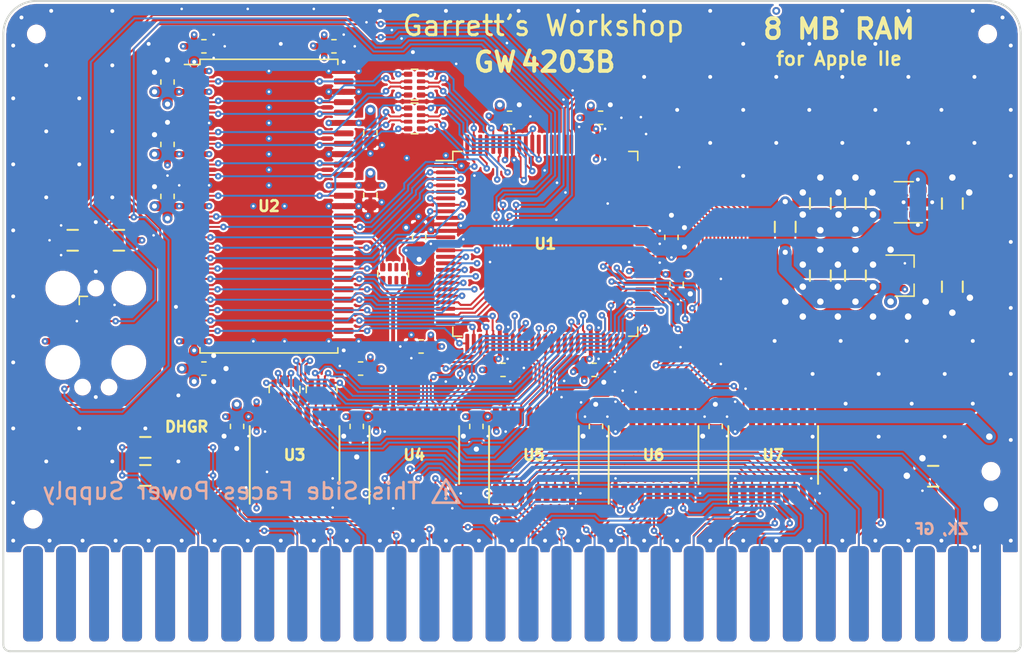
<source format=kicad_pcb>
(kicad_pcb (version 20171130) (host pcbnew "(5.1.5-0-10_14)")

  (general
    (thickness 1.6)
    (drawings 23)
    (tracks 2257)
    (zones 0)
    (modules 59)
    (nets 174)
  )

  (page A4)
  (title_block
    (title "GW4203B (RAM2E II)")
    (date 2020-08-04)
    (rev 1.1)
    (company "Garrett's Workshop")
  )

  (layers
    (0 F.Cu signal)
    (1 In1.Cu signal)
    (2 In2.Cu signal)
    (31 B.Cu signal)
    (32 B.Adhes user)
    (33 F.Adhes user)
    (34 B.Paste user)
    (35 F.Paste user)
    (36 B.SilkS user)
    (37 F.SilkS user)
    (38 B.Mask user)
    (39 F.Mask user)
    (40 Dwgs.User user)
    (41 Cmts.User user)
    (42 Eco1.User user)
    (43 Eco2.User user)
    (44 Edge.Cuts user)
    (45 Margin user)
    (46 B.CrtYd user)
    (47 F.CrtYd user)
    (48 B.Fab user)
    (49 F.Fab user)
  )

  (setup
    (last_trace_width 0.15)
    (user_trace_width 0.2)
    (user_trace_width 0.25)
    (user_trace_width 0.3)
    (user_trace_width 0.35)
    (user_trace_width 0.4)
    (user_trace_width 0.45)
    (user_trace_width 0.5)
    (user_trace_width 0.6)
    (user_trace_width 0.65)
    (user_trace_width 0.8)
    (user_trace_width 1)
    (user_trace_width 1.27)
    (user_trace_width 1.524)
    (trace_clearance 0.15)
    (zone_clearance 0.154)
    (zone_45_only no)
    (trace_min 0.15)
    (via_size 0.5)
    (via_drill 0.2)
    (via_min_size 0.5)
    (via_min_drill 0.2)
    (user_via 0.6 0.3)
    (user_via 0.8 0.4)
    (user_via 1 0.5)
    (user_via 1.524 0.762)
    (uvia_size 0.3)
    (uvia_drill 0.1)
    (uvias_allowed no)
    (uvia_min_size 0.2)
    (uvia_min_drill 0.1)
    (edge_width 0.15)
    (segment_width 0.1524)
    (pcb_text_width 0.3)
    (pcb_text_size 1.5 1.5)
    (mod_edge_width 0.15)
    (mod_text_size 1 1)
    (mod_text_width 0.15)
    (pad_size 0.85 1.4)
    (pad_drill 0)
    (pad_to_mask_clearance 0.05)
    (solder_mask_min_width 0.1)
    (pad_to_paste_clearance -0.0381)
    (aux_axis_origin 0 0)
    (visible_elements FFFFFF7F)
    (pcbplotparams
      (layerselection 0x010f8_ffffffff)
      (usegerberextensions true)
      (usegerberattributes false)
      (usegerberadvancedattributes false)
      (creategerberjobfile false)
      (excludeedgelayer true)
      (linewidth 0.100000)
      (plotframeref false)
      (viasonmask false)
      (mode 1)
      (useauxorigin false)
      (hpglpennumber 1)
      (hpglpenspeed 20)
      (hpglpendiameter 15.000000)
      (psnegative false)
      (psa4output false)
      (plotreference true)
      (plotvalue true)
      (plotinvisibletext false)
      (padsonsilk false)
      (subtractmaskfromsilk true)
      (outputformat 1)
      (mirror false)
      (drillshape 0)
      (scaleselection 1)
      (outputdirectory "gerber/"))
  )

  (net 0 "")
  (net 1 +5V)
  (net 2 GND)
  (net 3 /Vid7M)
  (net 4 /~SYNC~)
  (net 5 /~PRAS~)
  (net 6 /VC)
  (net 7 /~C07X~)
  (net 8 /~WNDW~)
  (net 9 /SEGA)
  (net 10 /ROMEN1)
  (net 11 /ROMEN2)
  (net 12 /MD7)
  (net 13 /MD6)
  (net 14 /MD5)
  (net 15 /MD4)
  (net 16 /PHI0)
  (net 17 /~CLRGAT~)
  (net 18 /~80VID~)
  (net 19 /~PCAS~)
  (net 20 /~LDPS~)
  (net 21 /R~W~80)
  (net 22 /PHI1)
  (net 23 /~CASEN~)
  (net 24 /MD3)
  (net 25 /MD2)
  (net 26 /MD1)
  (net 27 /MD0)
  (net 28 /H0)
  (net 29 /AN3)
  (net 30 /~EN80~)
  (net 31 /~ALTVID~)
  (net 32 /~SEROUT~)
  (net 33 /~ENVID~)
  (net 34 /R~W~)
  (net 35 /Q3)
  (net 36 /SEGB)
  (net 37 /~RA9~)
  (net 38 /~RA10~)
  (net 39 /GR)
  (net 40 /~ENTMG~)
  (net 41 /MA6)
  (net 42 /MA5)
  (net 43 /MA4)
  (net 44 /MA3)
  (net 45 /MA2)
  (net 46 /MA1)
  (net 47 /MA0)
  (net 48 /MA7)
  (net 49 /C7M)
  (net 50 /C14M)
  (net 51 /C3M58)
  (net 52 /VD0)
  (net 53 /VD1)
  (net 54 /VD2)
  (net 55 /VD3)
  (net 56 /VD4)
  (net 57 /VD5)
  (net 58 /VD6)
  (net 59 /VD7)
  (net 60 +3V3)
  (net 61 /TDI)
  (net 62 "Net-(J2-Pad8)")
  (net 63 "Net-(J2-Pad7)")
  (net 64 "Net-(J2-Pad6)")
  (net 65 /TMS)
  (net 66 /TDO)
  (net 67 /TCK)
  (net 68 /RD5)
  (net 69 /RD4)
  (net 70 /RD3)
  (net 71 /RD2)
  (net 72 /RD7)
  (net 73 /RD6)
  (net 74 /RD0)
  (net 75 /RD1)
  (net 76 /DQMH)
  (net 77 /~WE~)
  (net 78 /~CAS~)
  (net 79 /CKE)
  (net 80 /~RAS~)
  (net 81 /BA0)
  (net 82 /RA11)
  (net 83 /~CS~)
  (net 84 /BA1)
  (net 85 /RA9)
  (net 86 /RA10)
  (net 87 /RA8)
  (net 88 /RA0)
  (net 89 /RA7)
  (net 90 /RA1)
  (net 91 /RA6)
  (net 92 /RA4)
  (net 93 /RA3)
  (net 94 /~EN80~in)
  (net 95 /RA5)
  (net 96 /RA2)
  (net 97 /R~W~80in)
  (net 98 /Ain5)
  (net 99 /PHI1in)
  (net 100 /Ain6)
  (net 101 "Net-(U1-Pad61)")
  (net 102 "Net-(U1-Pad66)")
  (net 103 "Net-(U1-Pad78)")
  (net 104 "Net-(U1-Pad81)")
  (net 105 /DQML)
  (net 106 /~C07X~in)
  (net 107 /R~W~in)
  (net 108 /Ain0)
  (net 109 /Ain1)
  (net 110 /Ain2)
  (net 111 /Ain3)
  (net 112 /Ain4)
  (net 113 /Ain7)
  (net 114 /Din0)
  (net 115 /Din1)
  (net 116 /Din2)
  (net 117 /Din3)
  (net 118 /Din4)
  (net 119 /Din5)
  (net 120 /Din6)
  (net 121 /Din7)
  (net 122 /V~OE~)
  (net 123 /Vout7)
  (net 124 /Vout6)
  (net 125 /Vout5)
  (net 126 /Vout4)
  (net 127 /Vout3)
  (net 128 /Vout2)
  (net 129 /Vout1)
  (net 130 /Vout0)
  (net 131 /D~OE~)
  (net 132 /Dout0)
  (net 133 /Dout1)
  (net 134 /Dout2)
  (net 135 /Dout3)
  (net 136 /Dout4)
  (net 137 /Dout5)
  (net 138 /Dout6)
  (net 139 /Dout7)
  (net 140 /RD1r)
  (net 141 /RD0r)
  (net 142 /RD2r)
  (net 143 /RD3r)
  (net 144 /RD7r)
  (net 145 /RD6r)
  (net 146 /RD4r)
  (net 147 /RD5r)
  (net 148 /RCLK)
  (net 149 /ACLK)
  (net 150 "Net-(RN3-Pad1)")
  (net 151 "Net-(U4-Pad17)")
  (net 152 /~FRCTXT~)
  (net 153 "Net-(U1-Pad88)")
  (net 154 "Net-(U1-Pad87)")
  (net 155 "Net-(U1-Pad86)")
  (net 156 "Net-(RN3-Pad3)")
  (net 157 "Net-(RN3-Pad2)")
  (net 158 "Net-(RN3-Pad7)")
  (net 159 "Net-(RN3-Pad6)")
  (net 160 "Net-(U1-Pad82)")
  (net 161 "Net-(U1-Pad83)")
  (net 162 /~80VID~in)
  (net 163 +1V8)
  (net 164 "Net-(U9-Pad4)")
  (net 165 "Net-(RN4-Pad4)")
  (net 166 "Net-(RN4-Pad2)")
  (net 167 "Net-(RN4-Pad3)")
  (net 168 "Net-(RN4-Pad1)")
  (net 169 "Net-(RN5-Pad1)")
  (net 170 "Net-(RN5-Pad3)")
  (net 171 "Net-(RN5-Pad2)")
  (net 172 "Net-(RN5-Pad4)")
  (net 173 "Net-(U4-Pad16)")

  (net_class Default "This is the default net class."
    (clearance 0.15)
    (trace_width 0.15)
    (via_dia 0.5)
    (via_drill 0.2)
    (uvia_dia 0.3)
    (uvia_drill 0.1)
    (add_net +1V8)
    (add_net +3V3)
    (add_net +5V)
    (add_net /ACLK)
    (add_net /AN3)
    (add_net /Ain0)
    (add_net /Ain1)
    (add_net /Ain2)
    (add_net /Ain3)
    (add_net /Ain4)
    (add_net /Ain5)
    (add_net /Ain6)
    (add_net /Ain7)
    (add_net /BA0)
    (add_net /BA1)
    (add_net /C14M)
    (add_net /C3M58)
    (add_net /C7M)
    (add_net /CKE)
    (add_net /DQMH)
    (add_net /DQML)
    (add_net /Din0)
    (add_net /Din1)
    (add_net /Din2)
    (add_net /Din3)
    (add_net /Din4)
    (add_net /Din5)
    (add_net /Din6)
    (add_net /Din7)
    (add_net /Dout0)
    (add_net /Dout1)
    (add_net /Dout2)
    (add_net /Dout3)
    (add_net /Dout4)
    (add_net /Dout5)
    (add_net /Dout6)
    (add_net /Dout7)
    (add_net /D~OE~)
    (add_net /GR)
    (add_net /H0)
    (add_net /MA0)
    (add_net /MA1)
    (add_net /MA2)
    (add_net /MA3)
    (add_net /MA4)
    (add_net /MA5)
    (add_net /MA6)
    (add_net /MA7)
    (add_net /MD0)
    (add_net /MD1)
    (add_net /MD2)
    (add_net /MD3)
    (add_net /MD4)
    (add_net /MD5)
    (add_net /MD6)
    (add_net /MD7)
    (add_net /PHI0)
    (add_net /PHI1)
    (add_net /PHI1in)
    (add_net /Q3)
    (add_net /RA0)
    (add_net /RA1)
    (add_net /RA10)
    (add_net /RA11)
    (add_net /RA2)
    (add_net /RA3)
    (add_net /RA4)
    (add_net /RA5)
    (add_net /RA6)
    (add_net /RA7)
    (add_net /RA8)
    (add_net /RA9)
    (add_net /RCLK)
    (add_net /RD0)
    (add_net /RD0r)
    (add_net /RD1)
    (add_net /RD1r)
    (add_net /RD2)
    (add_net /RD2r)
    (add_net /RD3)
    (add_net /RD3r)
    (add_net /RD4)
    (add_net /RD4r)
    (add_net /RD5)
    (add_net /RD5r)
    (add_net /RD6)
    (add_net /RD6r)
    (add_net /RD7)
    (add_net /RD7r)
    (add_net /ROMEN1)
    (add_net /ROMEN2)
    (add_net /R~W~)
    (add_net /R~W~80)
    (add_net /R~W~80in)
    (add_net /R~W~in)
    (add_net /SEGA)
    (add_net /SEGB)
    (add_net /TCK)
    (add_net /TDI)
    (add_net /TDO)
    (add_net /TMS)
    (add_net /VC)
    (add_net /VD0)
    (add_net /VD1)
    (add_net /VD2)
    (add_net /VD3)
    (add_net /VD4)
    (add_net /VD5)
    (add_net /VD6)
    (add_net /VD7)
    (add_net /Vid7M)
    (add_net /Vout0)
    (add_net /Vout1)
    (add_net /Vout2)
    (add_net /Vout3)
    (add_net /Vout4)
    (add_net /Vout5)
    (add_net /Vout6)
    (add_net /Vout7)
    (add_net /V~OE~)
    (add_net /~80VID~)
    (add_net /~80VID~in)
    (add_net /~ALTVID~)
    (add_net /~C07X~)
    (add_net /~C07X~in)
    (add_net /~CASEN~)
    (add_net /~CAS~)
    (add_net /~CLRGAT~)
    (add_net /~CS~)
    (add_net /~EN80~)
    (add_net /~EN80~in)
    (add_net /~ENTMG~)
    (add_net /~ENVID~)
    (add_net /~FRCTXT~)
    (add_net /~LDPS~)
    (add_net /~PCAS~)
    (add_net /~PRAS~)
    (add_net /~RA10~)
    (add_net /~RA9~)
    (add_net /~RAS~)
    (add_net /~SEROUT~)
    (add_net /~SYNC~)
    (add_net /~WE~)
    (add_net /~WNDW~)
    (add_net GND)
    (add_net "Net-(J2-Pad6)")
    (add_net "Net-(J2-Pad7)")
    (add_net "Net-(J2-Pad8)")
    (add_net "Net-(RN3-Pad1)")
    (add_net "Net-(RN3-Pad2)")
    (add_net "Net-(RN3-Pad3)")
    (add_net "Net-(RN3-Pad6)")
    (add_net "Net-(RN3-Pad7)")
    (add_net "Net-(RN4-Pad1)")
    (add_net "Net-(RN4-Pad2)")
    (add_net "Net-(RN4-Pad3)")
    (add_net "Net-(RN4-Pad4)")
    (add_net "Net-(RN5-Pad1)")
    (add_net "Net-(RN5-Pad2)")
    (add_net "Net-(RN5-Pad3)")
    (add_net "Net-(RN5-Pad4)")
    (add_net "Net-(U1-Pad61)")
    (add_net "Net-(U1-Pad66)")
    (add_net "Net-(U1-Pad78)")
    (add_net "Net-(U1-Pad81)")
    (add_net "Net-(U1-Pad82)")
    (add_net "Net-(U1-Pad83)")
    (add_net "Net-(U1-Pad86)")
    (add_net "Net-(U1-Pad87)")
    (add_net "Net-(U1-Pad88)")
    (add_net "Net-(U4-Pad16)")
    (add_net "Net-(U4-Pad17)")
    (add_net "Net-(U9-Pad4)")
  )

  (module stdpads:C_0603 (layer F.Cu) (tedit 5E890746) (tstamp 5F653D31)
    (at 225.85 117.95 180)
    (tags capacitor)
    (path /5FADEA9C)
    (attr smd)
    (fp_text reference C12 (at 0 0) (layer F.Fab)
      (effects (font (size 0.254 0.254) (thickness 0.0635)))
    )
    (fp_text value 2u2 (at 0 0.25) (layer F.Fab)
      (effects (font (size 0.127 0.127) (thickness 0.03175)))
    )
    (fp_line (start -0.8 0.4) (end -0.8 -0.4) (layer F.Fab) (width 0.1))
    (fp_line (start -0.8 -0.4) (end 0.8 -0.4) (layer F.Fab) (width 0.1))
    (fp_line (start 0.8 -0.4) (end 0.8 0.4) (layer F.Fab) (width 0.1))
    (fp_line (start 0.8 0.4) (end -0.8 0.4) (layer F.Fab) (width 0.1))
    (fp_line (start -0.162779 -0.51) (end 0.162779 -0.51) (layer F.SilkS) (width 0.12))
    (fp_line (start -0.162779 0.51) (end 0.162779 0.51) (layer F.SilkS) (width 0.12))
    (fp_line (start -1.4 0.7) (end -1.4 -0.7) (layer F.CrtYd) (width 0.05))
    (fp_line (start -1.4 -0.7) (end 1.4 -0.7) (layer F.CrtYd) (width 0.05))
    (fp_line (start 1.4 -0.7) (end 1.4 0.7) (layer F.CrtYd) (width 0.05))
    (fp_line (start 1.4 0.7) (end -1.4 0.7) (layer F.CrtYd) (width 0.05))
    (fp_text user %R (at 0 0) (layer F.SilkS) hide
      (effects (font (size 0.254 0.254) (thickness 0.0635)))
    )
    (pad 1 smd roundrect (at -0.75 0 180) (size 0.85 0.95) (layers F.Cu F.Paste F.Mask) (roundrect_rratio 0.25)
      (net 60 +3V3))
    (pad 2 smd roundrect (at 0.75 0 180) (size 0.85 0.95) (layers F.Cu F.Paste F.Mask) (roundrect_rratio 0.25)
      (net 2 GND))
    (model ${KISYS3DMOD}/Capacitor_SMD.3dshapes/C_0603_1608Metric.wrl
      (at (xyz 0 0 0))
      (scale (xyz 1 1 1))
      (rotate (xyz 0 0 0))
    )
  )

  (module stdpads:SOT-23-5 (layer F.Cu) (tedit 5F5A4392) (tstamp 5F5BBF24)
    (at 267.65 105.15)
    (tags SOT-23-5)
    (path /5F6DD402)
    (solder_mask_margin 0.05)
    (solder_paste_margin -0.05)
    (attr smd)
    (fp_text reference U9 (at 0 0 270) (layer F.Fab)
      (effects (font (size 0.381 0.381) (thickness 0.09525)))
    )
    (fp_text value AP2127K-1.8 (at -0.4 0 270) (layer F.Fab)
      (effects (font (size 0.127 0.127) (thickness 0.03175)))
    )
    (fp_line (start 0.7 0.95) (end 0.7 -1.5) (layer F.Fab) (width 0.1))
    (fp_line (start 0.15 1.52) (end -0.7 1.52) (layer F.Fab) (width 0.1))
    (fp_line (start 0.7 0.95) (end 0.15 1.52) (layer F.Fab) (width 0.1))
    (fp_line (start -0.7 1.52) (end -0.7 -1.52) (layer F.Fab) (width 0.1))
    (fp_line (start 0.7 -1.52) (end -0.7 -1.52) (layer F.Fab) (width 0.1))
    (fp_line (start 2 1.8) (end -2 1.8) (layer F.CrtYd) (width 0.05))
    (fp_line (start -2 1.8) (end -2 -1.8) (layer F.CrtYd) (width 0.05))
    (fp_line (start -2 -1.8) (end 2 -1.8) (layer F.CrtYd) (width 0.05))
    (fp_line (start 2 -1.8) (end 2 1.8) (layer F.CrtYd) (width 0.05))
    (fp_line (start -0.76 1.58) (end 1.4 1.58) (layer F.SilkS) (width 0.12))
    (fp_line (start -0.76 -1.58) (end 0.7 -1.58) (layer F.SilkS) (width 0.12))
    (pad 1 smd roundrect (at 1.05 0.95 180) (size 1.35 0.65) (layers F.Cu F.Paste F.Mask) (roundrect_rratio 0.25)
      (net 1 +5V))
    (pad 3 smd roundrect (at 1.05 -0.95 180) (size 1.35 0.65) (layers F.Cu F.Paste F.Mask) (roundrect_rratio 0.25)
      (net 1 +5V))
    (pad 2 smd roundrect (at 1.05 0 180) (size 1.35 0.65) (layers F.Cu F.Paste F.Mask) (roundrect_rratio 0.25)
      (net 2 GND))
    (pad 5 smd roundrect (at -1.05 0.95 180) (size 1.35 0.65) (layers F.Cu F.Paste F.Mask) (roundrect_rratio 0.25)
      (net 163 +1V8))
    (pad 4 smd roundrect (at -1.05 -0.95 180) (size 1.35 0.65) (layers F.Cu F.Paste F.Mask) (roundrect_rratio 0.25)
      (net 164 "Net-(U9-Pad4)"))
    (model ${KISYS3DMOD}/Package_TO_SOT_SMD.3dshapes/SOT-23-5.wrl
      (at (xyz 0 0 0))
      (scale (xyz 1 1 1))
      (rotate (xyz 0 0 0))
    )
  )

  (module stdpads:C_0603 (layer F.Cu) (tedit 5E890746) (tstamp 5F2C3B04)
    (at 213.8 93.15)
    (tags capacitor)
    (path /5FAE052B)
    (attr smd)
    (fp_text reference C20 (at 0 0) (layer F.Fab)
      (effects (font (size 0.254 0.254) (thickness 0.0635)))
    )
    (fp_text value 2u2 (at 0 0.25) (layer F.Fab)
      (effects (font (size 0.127 0.127) (thickness 0.03175)))
    )
    (fp_text user %R (at 0 0) (layer F.SilkS) hide
      (effects (font (size 0.254 0.254) (thickness 0.0635)))
    )
    (fp_line (start 1.4 0.7) (end -1.4 0.7) (layer F.CrtYd) (width 0.05))
    (fp_line (start 1.4 -0.7) (end 1.4 0.7) (layer F.CrtYd) (width 0.05))
    (fp_line (start -1.4 -0.7) (end 1.4 -0.7) (layer F.CrtYd) (width 0.05))
    (fp_line (start -1.4 0.7) (end -1.4 -0.7) (layer F.CrtYd) (width 0.05))
    (fp_line (start -0.162779 0.51) (end 0.162779 0.51) (layer F.SilkS) (width 0.12))
    (fp_line (start -0.162779 -0.51) (end 0.162779 -0.51) (layer F.SilkS) (width 0.12))
    (fp_line (start 0.8 0.4) (end -0.8 0.4) (layer F.Fab) (width 0.1))
    (fp_line (start 0.8 -0.4) (end 0.8 0.4) (layer F.Fab) (width 0.1))
    (fp_line (start -0.8 -0.4) (end 0.8 -0.4) (layer F.Fab) (width 0.1))
    (fp_line (start -0.8 0.4) (end -0.8 -0.4) (layer F.Fab) (width 0.1))
    (pad 2 smd roundrect (at 0.75 0) (size 0.85 0.95) (layers F.Cu F.Paste F.Mask) (roundrect_rratio 0.25)
      (net 2 GND))
    (pad 1 smd roundrect (at -0.75 0) (size 0.85 0.95) (layers F.Cu F.Paste F.Mask) (roundrect_rratio 0.25)
      (net 60 +3V3))
    (model ${KISYS3DMOD}/Capacitor_SMD.3dshapes/C_0603_1608Metric.wrl
      (at (xyz 0 0 0))
      (scale (xyz 1 1 1))
      (rotate (xyz 0 0 0))
    )
  )

  (module stdpads:TQFP-100_14x14mm_P0.5mm (layer F.Cu) (tedit 5F27CA0E) (tstamp 5E7F8776)
    (at 240.05 108.35 270)
    (descr "TQFP, 100 Pin (http://www.microsemi.com/index.php?option=com_docman&task=doc_download&gid=131095), generated with kicad-footprint-generator ipc_gullwing_generator.py")
    (tags "TQFP QFP")
    (path /5EF407E5)
    (solder_mask_margin 0.024)
    (solder_paste_margin -0.03)
    (attr smd)
    (fp_text reference U1 (at 0 0 180) (layer F.Fab)
      (effects (font (size 0.8128 0.8128) (thickness 0.2032)))
    )
    (fp_text value 5M240ZT100 (at 0.95 0) (layer F.Fab)
      (effects (font (size 0.508 0.508) (thickness 0.127)))
    )
    (fp_line (start 7.11 -6.41) (end 7.11 -7.11) (layer F.SilkS) (width 0.12))
    (fp_line (start 7.11 -7.11) (end 6.41 -7.11) (layer F.SilkS) (width 0.12))
    (fp_line (start 7.11 6.41) (end 7.11 7.11) (layer F.SilkS) (width 0.12))
    (fp_line (start 7.11 7.11) (end 6.41 7.11) (layer F.SilkS) (width 0.12))
    (fp_line (start -7.11 -6.41) (end -7.11 -7.11) (layer F.SilkS) (width 0.12))
    (fp_line (start -7.11 -7.11) (end -6.41 -7.11) (layer F.SilkS) (width 0.12))
    (fp_line (start -7.11 6.41) (end -7.11 7.11) (layer F.SilkS) (width 0.12))
    (fp_line (start -7.11 7.11) (end -6.41 7.11) (layer F.SilkS) (width 0.12))
    (fp_line (start -6.41 7.11) (end -6.41 8.4) (layer F.SilkS) (width 0.12))
    (fp_line (start -7 6) (end -7 -7) (layer F.Fab) (width 0.1))
    (fp_line (start -7 -7) (end 7 -7) (layer F.Fab) (width 0.1))
    (fp_line (start 7 -7) (end 7 7) (layer F.Fab) (width 0.1))
    (fp_line (start 7 7) (end -6 7) (layer F.Fab) (width 0.1))
    (fp_line (start -6 7) (end -7 6) (layer F.Fab) (width 0.1))
    (fp_line (start -8.65 0) (end -8.65 6.4) (layer F.CrtYd) (width 0.05))
    (fp_line (start -8.65 6.4) (end -7.25 6.4) (layer F.CrtYd) (width 0.05))
    (fp_line (start -7.25 6.4) (end -7.25 7.25) (layer F.CrtYd) (width 0.05))
    (fp_line (start -7.25 7.25) (end -6.4 7.25) (layer F.CrtYd) (width 0.05))
    (fp_line (start -6.4 7.25) (end -6.4 8.65) (layer F.CrtYd) (width 0.05))
    (fp_line (start -6.4 8.65) (end 0 8.65) (layer F.CrtYd) (width 0.05))
    (fp_line (start -8.65 0) (end -8.65 -6.4) (layer F.CrtYd) (width 0.05))
    (fp_line (start -8.65 -6.4) (end -7.25 -6.4) (layer F.CrtYd) (width 0.05))
    (fp_line (start -7.25 -6.4) (end -7.25 -7.25) (layer F.CrtYd) (width 0.05))
    (fp_line (start -7.25 -7.25) (end -6.4 -7.25) (layer F.CrtYd) (width 0.05))
    (fp_line (start -6.4 -7.25) (end -6.4 -8.65) (layer F.CrtYd) (width 0.05))
    (fp_line (start -6.4 -8.65) (end 0 -8.65) (layer F.CrtYd) (width 0.05))
    (fp_line (start 8.65 0) (end 8.65 6.4) (layer F.CrtYd) (width 0.05))
    (fp_line (start 8.65 6.4) (end 7.25 6.4) (layer F.CrtYd) (width 0.05))
    (fp_line (start 7.25 6.4) (end 7.25 7.25) (layer F.CrtYd) (width 0.05))
    (fp_line (start 7.25 7.25) (end 6.4 7.25) (layer F.CrtYd) (width 0.05))
    (fp_line (start 6.4 7.25) (end 6.4 8.65) (layer F.CrtYd) (width 0.05))
    (fp_line (start 6.4 8.65) (end 0 8.65) (layer F.CrtYd) (width 0.05))
    (fp_line (start 8.65 0) (end 8.65 -6.4) (layer F.CrtYd) (width 0.05))
    (fp_line (start 8.65 -6.4) (end 7.25 -6.4) (layer F.CrtYd) (width 0.05))
    (fp_line (start 7.25 -6.4) (end 7.25 -7.25) (layer F.CrtYd) (width 0.05))
    (fp_line (start 7.25 -7.25) (end 6.4 -7.25) (layer F.CrtYd) (width 0.05))
    (fp_line (start 6.4 -7.25) (end 6.4 -8.65) (layer F.CrtYd) (width 0.05))
    (fp_line (start 6.4 -8.65) (end 0 -8.65) (layer F.CrtYd) (width 0.05))
    (fp_text user %R (at 0 0 180) (layer F.SilkS)
      (effects (font (size 0.8128 0.8128) (thickness 0.2032)))
    )
    (pad 1 smd roundrect (at -6 7.6625) (size 1.475 0.3) (layers F.Cu F.Paste F.Mask) (roundrect_rratio 0.25)
      (net 2 GND))
    (pad 2 smd roundrect (at -5.5 7.6625) (size 1.475 0.3) (layers F.Cu F.Paste F.Mask) (roundrect_rratio 0.25)
      (net 77 /~WE~))
    (pad 3 smd roundrect (at -5 7.6625) (size 1.475 0.3) (layers F.Cu F.Paste F.Mask) (roundrect_rratio 0.25)
      (net 78 /~CAS~))
    (pad 4 smd roundrect (at -4.5 7.6625) (size 1.475 0.3) (layers F.Cu F.Paste F.Mask) (roundrect_rratio 0.25)
      (net 79 /CKE))
    (pad 5 smd roundrect (at -4 7.6625) (size 1.475 0.3) (layers F.Cu F.Paste F.Mask) (roundrect_rratio 0.25)
      (net 80 /~RAS~))
    (pad 6 smd roundrect (at -3.5 7.6625) (size 1.475 0.3) (layers F.Cu F.Paste F.Mask) (roundrect_rratio 0.25)
      (net 81 /BA0))
    (pad 7 smd roundrect (at -3 7.6625) (size 1.475 0.3) (layers F.Cu F.Paste F.Mask) (roundrect_rratio 0.25)
      (net 82 /RA11))
    (pad 8 smd roundrect (at -2.5 7.6625) (size 1.475 0.3) (layers F.Cu F.Paste F.Mask) (roundrect_rratio 0.25)
      (net 83 /~CS~))
    (pad 9 smd roundrect (at -2 7.6625) (size 1.475 0.3) (layers F.Cu F.Paste F.Mask) (roundrect_rratio 0.25)
      (net 60 +3V3))
    (pad 10 smd roundrect (at -1.5 7.6625) (size 1.475 0.3) (layers F.Cu F.Paste F.Mask) (roundrect_rratio 0.25)
      (net 2 GND))
    (pad 11 smd roundrect (at -1 7.6625) (size 1.475 0.3) (layers F.Cu F.Paste F.Mask) (roundrect_rratio 0.25)
      (net 2 GND))
    (pad 12 smd roundrect (at -0.5 7.6625) (size 1.475 0.3) (layers F.Cu F.Paste F.Mask) (roundrect_rratio 0.25)
      (net 149 /ACLK))
    (pad 13 smd roundrect (at 0 7.6625) (size 1.475 0.3) (layers F.Cu F.Paste F.Mask) (roundrect_rratio 0.25)
      (net 163 +1V8))
    (pad 14 smd roundrect (at 0.5 7.6625) (size 1.475 0.3) (layers F.Cu F.Paste F.Mask) (roundrect_rratio 0.25)
      (net 84 /BA1))
    (pad 15 smd roundrect (at 1 7.6625) (size 1.475 0.3) (layers F.Cu F.Paste F.Mask) (roundrect_rratio 0.25)
      (net 85 /RA9))
    (pad 16 smd roundrect (at 1.5 7.6625) (size 1.475 0.3) (layers F.Cu F.Paste F.Mask) (roundrect_rratio 0.25)
      (net 86 /RA10))
    (pad 17 smd roundrect (at 2 7.6625) (size 1.475 0.3) (layers F.Cu F.Paste F.Mask) (roundrect_rratio 0.25)
      (net 87 /RA8))
    (pad 18 smd roundrect (at 2.5 7.6625) (size 1.475 0.3) (layers F.Cu F.Paste F.Mask) (roundrect_rratio 0.25)
      (net 88 /RA0))
    (pad 19 smd roundrect (at 3 7.6625) (size 1.475 0.3) (layers F.Cu F.Paste F.Mask) (roundrect_rratio 0.25)
      (net 89 /RA7))
    (pad 20 smd roundrect (at 3.5 7.6625) (size 1.475 0.3) (layers F.Cu F.Paste F.Mask) (roundrect_rratio 0.25)
      (net 90 /RA1))
    (pad 21 smd roundrect (at 4 7.6625) (size 1.475 0.3) (layers F.Cu F.Paste F.Mask) (roundrect_rratio 0.25)
      (net 91 /RA6))
    (pad 22 smd roundrect (at 4.5 7.6625) (size 1.475 0.3) (layers F.Cu F.Paste F.Mask) (roundrect_rratio 0.25)
      (net 65 /TMS))
    (pad 23 smd roundrect (at 5 7.6625) (size 1.475 0.3) (layers F.Cu F.Paste F.Mask) (roundrect_rratio 0.25)
      (net 61 /TDI))
    (pad 24 smd roundrect (at 5.5 7.6625) (size 1.475 0.3) (layers F.Cu F.Paste F.Mask) (roundrect_rratio 0.25)
      (net 67 /TCK))
    (pad 25 smd roundrect (at 6 7.6625) (size 1.475 0.3) (layers F.Cu F.Paste F.Mask) (roundrect_rratio 0.25)
      (net 66 /TDO))
    (pad 26 smd roundrect (at 7.6625 6) (size 0.3 1.475) (layers F.Cu F.Paste F.Mask) (roundrect_rratio 0.25)
      (net 92 /RA4))
    (pad 27 smd roundrect (at 7.6625 5.5) (size 0.3 1.475) (layers F.Cu F.Paste F.Mask) (roundrect_rratio 0.25)
      (net 93 /RA3))
    (pad 28 smd roundrect (at 7.6625 5) (size 0.3 1.475) (layers F.Cu F.Paste F.Mask) (roundrect_rratio 0.25)
      (net 94 /~EN80~in))
    (pad 29 smd roundrect (at 7.6625 4.5) (size 0.3 1.475) (layers F.Cu F.Paste F.Mask) (roundrect_rratio 0.25)
      (net 95 /RA5))
    (pad 30 smd roundrect (at 7.6625 4) (size 0.3 1.475) (layers F.Cu F.Paste F.Mask) (roundrect_rratio 0.25)
      (net 96 /RA2))
    (pad 31 smd roundrect (at 7.6625 3.5) (size 0.3 1.475) (layers F.Cu F.Paste F.Mask) (roundrect_rratio 0.25)
      (net 60 +3V3))
    (pad 32 smd roundrect (at 7.6625 3) (size 0.3 1.475) (layers F.Cu F.Paste F.Mask) (roundrect_rratio 0.25)
      (net 2 GND))
    (pad 33 smd roundrect (at 7.6625 2.5) (size 0.3 1.475) (layers F.Cu F.Paste F.Mask) (roundrect_rratio 0.25)
      (net 97 /R~W~80in))
    (pad 34 smd roundrect (at 7.6625 2) (size 0.3 1.475) (layers F.Cu F.Paste F.Mask) (roundrect_rratio 0.25)
      (net 98 /Ain5))
    (pad 35 smd roundrect (at 7.6625 1.5) (size 0.3 1.475) (layers F.Cu F.Paste F.Mask) (roundrect_rratio 0.25)
      (net 121 /Din7))
    (pad 36 smd roundrect (at 7.6625 1) (size 0.3 1.475) (layers F.Cu F.Paste F.Mask) (roundrect_rratio 0.25)
      (net 120 /Din6))
    (pad 37 smd roundrect (at 7.6625 0.5) (size 0.3 1.475) (layers F.Cu F.Paste F.Mask) (roundrect_rratio 0.25)
      (net 99 /PHI1in))
    (pad 38 smd roundrect (at 7.6625 0) (size 0.3 1.475) (layers F.Cu F.Paste F.Mask) (roundrect_rratio 0.25)
      (net 114 /Din0))
    (pad 39 smd roundrect (at 7.6625 -0.5) (size 0.3 1.475) (layers F.Cu F.Paste F.Mask) (roundrect_rratio 0.25)
      (net 100 /Ain6))
    (pad 40 smd roundrect (at 7.6625 -1) (size 0.3 1.475) (layers F.Cu F.Paste F.Mask) (roundrect_rratio 0.25)
      (net 115 /Din1))
    (pad 41 smd roundrect (at 7.6625 -1.5) (size 0.3 1.475) (layers F.Cu F.Paste F.Mask) (roundrect_rratio 0.25)
      (net 117 /Din3))
    (pad 42 smd roundrect (at 7.6625 -2) (size 0.3 1.475) (layers F.Cu F.Paste F.Mask) (roundrect_rratio 0.25)
      (net 116 /Din2))
    (pad 43 smd roundrect (at 7.6625 -2.5) (size 0.3 1.475) (layers F.Cu F.Paste F.Mask) (roundrect_rratio 0.25)
      (net 110 /Ain2))
    (pad 44 smd roundrect (at 7.6625 -3) (size 0.3 1.475) (layers F.Cu F.Paste F.Mask) (roundrect_rratio 0.25)
      (net 112 /Ain4))
    (pad 45 smd roundrect (at 7.6625 -3.5) (size 0.3 1.475) (layers F.Cu F.Paste F.Mask) (roundrect_rratio 0.25)
      (net 60 +3V3))
    (pad 46 smd roundrect (at 7.6625 -4) (size 0.3 1.475) (layers F.Cu F.Paste F.Mask) (roundrect_rratio 0.25)
      (net 2 GND))
    (pad 47 smd roundrect (at 7.6625 -4.5) (size 0.3 1.475) (layers F.Cu F.Paste F.Mask) (roundrect_rratio 0.25)
      (net 111 /Ain3))
    (pad 48 smd roundrect (at 7.6625 -5) (size 0.3 1.475) (layers F.Cu F.Paste F.Mask) (roundrect_rratio 0.25)
      (net 118 /Din4))
    (pad 49 smd roundrect (at 7.6625 -5.5) (size 0.3 1.475) (layers F.Cu F.Paste F.Mask) (roundrect_rratio 0.25)
      (net 119 /Din5))
    (pad 50 smd roundrect (at 7.6625 -6) (size 0.3 1.475) (layers F.Cu F.Paste F.Mask) (roundrect_rratio 0.25)
      (net 122 /V~OE~))
    (pad 51 smd roundrect (at 6 -7.6625) (size 1.475 0.3) (layers F.Cu F.Paste F.Mask) (roundrect_rratio 0.25)
      (net 107 /R~W~in))
    (pad 52 smd roundrect (at 5.5 -7.6625) (size 1.475 0.3) (layers F.Cu F.Paste F.Mask) (roundrect_rratio 0.25)
      (net 106 /~C07X~in))
    (pad 53 smd roundrect (at 5 -7.6625) (size 1.475 0.3) (layers F.Cu F.Paste F.Mask) (roundrect_rratio 0.25)
      (net 113 /Ain7))
    (pad 54 smd roundrect (at 4.5 -7.6625) (size 1.475 0.3) (layers F.Cu F.Paste F.Mask) (roundrect_rratio 0.25)
      (net 109 /Ain1))
    (pad 55 smd roundrect (at 4 -7.6625) (size 1.475 0.3) (layers F.Cu F.Paste F.Mask) (roundrect_rratio 0.25)
      (net 131 /D~OE~))
    (pad 56 smd roundrect (at 3.5 -7.6625) (size 1.475 0.3) (layers F.Cu F.Paste F.Mask) (roundrect_rratio 0.25)
      (net 108 /Ain0))
    (pad 57 smd roundrect (at 3 -7.6625) (size 1.475 0.3) (layers F.Cu F.Paste F.Mask) (roundrect_rratio 0.25)
      (net 123 /Vout7))
    (pad 58 smd roundrect (at 2.5 -7.6625) (size 1.475 0.3) (layers F.Cu F.Paste F.Mask) (roundrect_rratio 0.25)
      (net 124 /Vout6))
    (pad 59 smd roundrect (at 2 -7.6625) (size 1.475 0.3) (layers F.Cu F.Paste F.Mask) (roundrect_rratio 0.25)
      (net 60 +3V3))
    (pad 60 smd roundrect (at 1.5 -7.6625) (size 1.475 0.3) (layers F.Cu F.Paste F.Mask) (roundrect_rratio 0.25)
      (net 2 GND))
    (pad 61 smd roundrect (at 1 -7.6625) (size 1.475 0.3) (layers F.Cu F.Paste F.Mask) (roundrect_rratio 0.25)
      (net 101 "Net-(U1-Pad61)"))
    (pad 62 smd roundrect (at 0.5 -7.6625) (size 1.475 0.3) (layers F.Cu F.Paste F.Mask) (roundrect_rratio 0.25)
      (net 127 /Vout3))
    (pad 63 smd roundrect (at 0 -7.6625) (size 1.475 0.3) (layers F.Cu F.Paste F.Mask) (roundrect_rratio 0.25)
      (net 163 +1V8))
    (pad 64 smd roundrect (at -0.5 -7.6625) (size 1.475 0.3) (layers F.Cu F.Paste F.Mask) (roundrect_rratio 0.25)
      (net 162 /~80VID~in))
    (pad 65 smd roundrect (at -1 -7.6625) (size 1.475 0.3) (layers F.Cu F.Paste F.Mask) (roundrect_rratio 0.25)
      (net 2 GND))
    (pad 66 smd roundrect (at -1.5 -7.6625) (size 1.475 0.3) (layers F.Cu F.Paste F.Mask) (roundrect_rratio 0.25)
      (net 102 "Net-(U1-Pad66)"))
    (pad 67 smd roundrect (at -2 -7.6625) (size 1.475 0.3) (layers F.Cu F.Paste F.Mask) (roundrect_rratio 0.25)
      (net 129 /Vout1))
    (pad 68 smd roundrect (at -2.5 -7.6625) (size 1.475 0.3) (layers F.Cu F.Paste F.Mask) (roundrect_rratio 0.25)
      (net 125 /Vout5))
    (pad 69 smd roundrect (at -3 -7.6625) (size 1.475 0.3) (layers F.Cu F.Paste F.Mask) (roundrect_rratio 0.25)
      (net 128 /Vout2))
    (pad 70 smd roundrect (at -3.5 -7.6625) (size 1.475 0.3) (layers F.Cu F.Paste F.Mask) (roundrect_rratio 0.25)
      (net 130 /Vout0))
    (pad 71 smd roundrect (at -4 -7.6625) (size 1.475 0.3) (layers F.Cu F.Paste F.Mask) (roundrect_rratio 0.25)
      (net 126 /Vout4))
    (pad 72 smd roundrect (at -4.5 -7.6625) (size 1.475 0.3) (layers F.Cu F.Paste F.Mask) (roundrect_rratio 0.25)
      (net 137 /Dout5))
    (pad 73 smd roundrect (at -5 -7.6625) (size 1.475 0.3) (layers F.Cu F.Paste F.Mask) (roundrect_rratio 0.25)
      (net 136 /Dout4))
    (pad 74 smd roundrect (at -5.5 -7.6625) (size 1.475 0.3) (layers F.Cu F.Paste F.Mask) (roundrect_rratio 0.25)
      (net 134 /Dout2))
    (pad 75 smd roundrect (at -6 -7.6625) (size 1.475 0.3) (layers F.Cu F.Paste F.Mask) (roundrect_rratio 0.25)
      (net 135 /Dout3))
    (pad 76 smd roundrect (at -7.6625 -6) (size 0.3 1.475) (layers F.Cu F.Paste F.Mask) (roundrect_rratio 0.25)
      (net 133 /Dout1))
    (pad 77 smd roundrect (at -7.6625 -5.5) (size 0.3 1.475) (layers F.Cu F.Paste F.Mask) (roundrect_rratio 0.25)
      (net 132 /Dout0))
    (pad 78 smd roundrect (at -7.6625 -5) (size 0.3 1.475) (layers F.Cu F.Paste F.Mask) (roundrect_rratio 0.25)
      (net 103 "Net-(U1-Pad78)"))
    (pad 79 smd roundrect (at -7.6625 -4.5) (size 0.3 1.475) (layers F.Cu F.Paste F.Mask) (roundrect_rratio 0.25)
      (net 2 GND))
    (pad 80 smd roundrect (at -7.6625 -4) (size 0.3 1.475) (layers F.Cu F.Paste F.Mask) (roundrect_rratio 0.25)
      (net 60 +3V3))
    (pad 81 smd roundrect (at -7.6625 -3.5) (size 0.3 1.475) (layers F.Cu F.Paste F.Mask) (roundrect_rratio 0.25)
      (net 104 "Net-(U1-Pad81)"))
    (pad 82 smd roundrect (at -7.6625 -3) (size 0.3 1.475) (layers F.Cu F.Paste F.Mask) (roundrect_rratio 0.25)
      (net 160 "Net-(U1-Pad82)"))
    (pad 83 smd roundrect (at -7.6625 -2.5) (size 0.3 1.475) (layers F.Cu F.Paste F.Mask) (roundrect_rratio 0.25)
      (net 161 "Net-(U1-Pad83)"))
    (pad 84 smd roundrect (at -7.6625 -2) (size 0.3 1.475) (layers F.Cu F.Paste F.Mask) (roundrect_rratio 0.25)
      (net 138 /Dout6))
    (pad 85 smd roundrect (at -7.6625 -1.5) (size 0.3 1.475) (layers F.Cu F.Paste F.Mask) (roundrect_rratio 0.25)
      (net 139 /Dout7))
    (pad 86 smd roundrect (at -7.6625 -1) (size 0.3 1.475) (layers F.Cu F.Paste F.Mask) (roundrect_rratio 0.25)
      (net 155 "Net-(U1-Pad86)"))
    (pad 87 smd roundrect (at -7.6625 -0.5) (size 0.3 1.475) (layers F.Cu F.Paste F.Mask) (roundrect_rratio 0.25)
      (net 154 "Net-(U1-Pad87)"))
    (pad 88 smd roundrect (at -7.6625 0) (size 0.3 1.475) (layers F.Cu F.Paste F.Mask) (roundrect_rratio 0.25)
      (net 153 "Net-(U1-Pad88)"))
    (pad 89 smd roundrect (at -7.6625 0.5) (size 0.3 1.475) (layers F.Cu F.Paste F.Mask) (roundrect_rratio 0.25)
      (net 143 /RD3r))
    (pad 90 smd roundrect (at -7.6625 1) (size 0.3 1.475) (layers F.Cu F.Paste F.Mask) (roundrect_rratio 0.25)
      (net 140 /RD1r))
    (pad 91 smd roundrect (at -7.6625 1.5) (size 0.3 1.475) (layers F.Cu F.Paste F.Mask) (roundrect_rratio 0.25)
      (net 146 /RD4r))
    (pad 92 smd roundrect (at -7.6625 2) (size 0.3 1.475) (layers F.Cu F.Paste F.Mask) (roundrect_rratio 0.25)
      (net 147 /RD5r))
    (pad 93 smd roundrect (at -7.6625 2.5) (size 0.3 1.475) (layers F.Cu F.Paste F.Mask) (roundrect_rratio 0.25)
      (net 2 GND))
    (pad 94 smd roundrect (at -7.6625 3) (size 0.3 1.475) (layers F.Cu F.Paste F.Mask) (roundrect_rratio 0.25)
      (net 60 +3V3))
    (pad 95 smd roundrect (at -7.6625 3.5) (size 0.3 1.475) (layers F.Cu F.Paste F.Mask) (roundrect_rratio 0.25)
      (net 145 /RD6r))
    (pad 96 smd roundrect (at -7.6625 4) (size 0.3 1.475) (layers F.Cu F.Paste F.Mask) (roundrect_rratio 0.25)
      (net 144 /RD7r))
    (pad 97 smd roundrect (at -7.6625 4.5) (size 0.3 1.475) (layers F.Cu F.Paste F.Mask) (roundrect_rratio 0.25)
      (net 141 /RD0r))
    (pad 98 smd roundrect (at -7.6625 5) (size 0.3 1.475) (layers F.Cu F.Paste F.Mask) (roundrect_rratio 0.25)
      (net 105 /DQML))
    (pad 99 smd roundrect (at -7.6625 5.5) (size 0.3 1.475) (layers F.Cu F.Paste F.Mask) (roundrect_rratio 0.25)
      (net 142 /RD2r))
    (pad 100 smd roundrect (at -7.6625 6) (size 0.3 1.475) (layers F.Cu F.Paste F.Mask) (roundrect_rratio 0.25)
      (net 76 /DQMH))
    (model ${KISYS3DMOD}/Package_QFP.3dshapes/TQFP-100_14x14mm_P0.5mm.wrl
      (at (xyz 0 0 0))
      (scale (xyz 1 1 1))
      (rotate (xyz 0 0 -90))
    )
  )

  (module stdpads:SOT-23 (layer F.Cu) (tedit 5F29B98F) (tstamp 5F289F4D)
    (at 267.65 110.8 180)
    (tags SOT-23)
    (path /5F5E8C45)
    (solder_mask_margin 0.05)
    (solder_paste_margin -0.05)
    (attr smd)
    (fp_text reference U8 (at 0 0 270) (layer F.Fab)
      (effects (font (size 0.381 0.381) (thickness 0.09525)))
    )
    (fp_text value XC6206P332MR (at 0.45 0 270) (layer F.Fab)
      (effects (font (size 0.127 0.127) (thickness 0.03175)))
    )
    (fp_line (start 0.7 0.95) (end 0.7 -1.5) (layer F.Fab) (width 0.1))
    (fp_line (start 0.15 1.52) (end -0.7 1.52) (layer F.Fab) (width 0.1))
    (fp_line (start 0.7 0.95) (end 0.15 1.52) (layer F.Fab) (width 0.1))
    (fp_line (start -0.7 1.52) (end -0.7 -1.52) (layer F.Fab) (width 0.1))
    (fp_line (start 0.7 -1.52) (end -0.7 -1.52) (layer F.Fab) (width 0.1))
    (fp_line (start -0.76 -1.58) (end -0.76 -0.65) (layer F.SilkS) (width 0.12))
    (fp_line (start -0.76 1.58) (end -0.76 0.65) (layer F.SilkS) (width 0.12))
    (fp_line (start 2 1.8) (end -2 1.8) (layer F.CrtYd) (width 0.05))
    (fp_line (start -2 1.8) (end -2 -1.8) (layer F.CrtYd) (width 0.05))
    (fp_line (start -2 -1.8) (end 2 -1.8) (layer F.CrtYd) (width 0.05))
    (fp_line (start 2 -1.8) (end 2 1.8) (layer F.CrtYd) (width 0.05))
    (fp_line (start -0.76 1.58) (end 1.4 1.58) (layer F.SilkS) (width 0.12))
    (fp_line (start -0.76 -1.58) (end 0.7 -1.58) (layer F.SilkS) (width 0.12))
    (pad 1 smd roundrect (at 1.05 0.95) (size 1.35 0.8) (layers F.Cu F.Paste F.Mask) (roundrect_rratio 0.25)
      (net 2 GND))
    (pad 2 smd roundrect (at 1.05 -0.95) (size 1.35 0.8) (layers F.Cu F.Paste F.Mask) (roundrect_rratio 0.25)
      (net 60 +3V3))
    (pad 3 smd roundrect (at -1.05 0) (size 1.35 0.8) (layers F.Cu F.Paste F.Mask) (roundrect_rratio 0.25)
      (net 1 +5V))
    (model ${KISYS3DMOD}/Package_TO_SOT_SMD.3dshapes/SOT-23.wrl
      (at (xyz 0 0 0))
      (scale (xyz 1 1 1))
      (rotate (xyz 0 0 180))
    )
  )

  (module stdpads:R4_0402 (layer F.Cu) (tedit 5F27CA30) (tstamp 5F28ADBB)
    (at 230 96.1 270)
    (tags "resistor array")
    (path /5E9DBDA3)
    (solder_mask_margin 0.024)
    (solder_paste_margin -0.03)
    (attr smd)
    (fp_text reference RN1 (at 0 0 270) (layer F.Fab)
      (effects (font (size 0.254 0.254) (thickness 0.0635)))
    )
    (fp_text value 4x33 (at 0 -0.3 270) (layer F.Fab)
      (effects (font (size 0.1905 0.1905) (thickness 0.047625)))
    )
    (fp_text user %R (at 0 0 90) (layer F.SilkS) hide
      (effects (font (size 0.254 0.254) (thickness 0.0635)))
    )
    (fp_line (start -1 0.5) (end -1 -0.5) (layer F.Fab) (width 0.1))
    (fp_line (start -1 -0.5) (end 1 -0.5) (layer F.Fab) (width 0.1))
    (fp_line (start 1 -0.5) (end 1 0.5) (layer F.Fab) (width 0.1))
    (fp_line (start 1 0.5) (end -1 0.5) (layer F.Fab) (width 0.1))
    (fp_line (start -1.18 -0.25) (end -1.18 0.25) (layer F.SilkS) (width 0.12))
    (fp_line (start 1.18 -0.25) (end 1.18 0.25) (layer F.SilkS) (width 0.12))
    (fp_line (start -1.25 1.1) (end -1.25 -1.1) (layer F.CrtYd) (width 0.05))
    (fp_line (start -1.25 1.1) (end 1.25 1.1) (layer F.CrtYd) (width 0.05))
    (fp_line (start 1.25 -1.1) (end -1.25 -1.1) (layer F.CrtYd) (width 0.05))
    (fp_line (start 1.25 -1.1) (end 1.25 1.1) (layer F.CrtYd) (width 0.05))
    (pad 1 smd roundrect (at -0.8 0.5) (size 0.65 0.4) (layers F.Cu F.Paste F.Mask) (roundrect_rratio 0.25)
      (net 74 /RD0) (solder_paste_margin -0.035))
    (pad 3 smd roundrect (at 0.25 0.5) (size 0.65 0.3) (layers F.Cu F.Paste F.Mask) (roundrect_rratio 0.25)
      (net 71 /RD2))
    (pad 2 smd roundrect (at -0.25 0.5) (size 0.65 0.3) (layers F.Cu F.Paste F.Mask) (roundrect_rratio 0.25)
      (net 75 /RD1))
    (pad 4 smd roundrect (at 0.8 0.5) (size 0.65 0.4) (layers F.Cu F.Paste F.Mask) (roundrect_rratio 0.25)
      (net 70 /RD3) (solder_paste_margin -0.035))
    (pad 7 smd roundrect (at -0.25 -0.5) (size 0.65 0.3) (layers F.Cu F.Paste F.Mask) (roundrect_rratio 0.25)
      (net 140 /RD1r))
    (pad 8 smd roundrect (at -0.8 -0.5) (size 0.65 0.4) (layers F.Cu F.Paste F.Mask) (roundrect_rratio 0.25)
      (net 144 /RD7r) (solder_paste_margin -0.035))
    (pad 6 smd roundrect (at 0.25 -0.5) (size 0.65 0.3) (layers F.Cu F.Paste F.Mask) (roundrect_rratio 0.25)
      (net 142 /RD2r))
    (pad 5 smd roundrect (at 0.8 -0.5) (size 0.65 0.4) (layers F.Cu F.Paste F.Mask) (roundrect_rratio 0.25)
      (net 143 /RD3r) (solder_paste_margin -0.035))
    (model ${KISYS3DMOD}/Resistor_SMD.3dshapes/R_Array_Convex_4x0402.wrl
      (at (xyz 0 0 0))
      (scale (xyz 1 1 1))
      (rotate (xyz 0 0 -90))
    )
  )

  (module stdpads:R4_0402 (layer F.Cu) (tedit 5F27CA30) (tstamp 5F28ADD1)
    (at 230 98.7 270)
    (tags "resistor array")
    (path /5EA17AFE)
    (solder_mask_margin 0.024)
    (solder_paste_margin -0.03)
    (attr smd)
    (fp_text reference RN2 (at 0 0 270) (layer F.Fab)
      (effects (font (size 0.254 0.254) (thickness 0.0635)))
    )
    (fp_text value 4x33 (at 0 -0.3 270) (layer F.Fab)
      (effects (font (size 0.1905 0.1905) (thickness 0.047625)))
    )
    (fp_text user %R (at 0 0 90) (layer F.SilkS) hide
      (effects (font (size 0.254 0.254) (thickness 0.0635)))
    )
    (fp_line (start -1 0.5) (end -1 -0.5) (layer F.Fab) (width 0.1))
    (fp_line (start -1 -0.5) (end 1 -0.5) (layer F.Fab) (width 0.1))
    (fp_line (start 1 -0.5) (end 1 0.5) (layer F.Fab) (width 0.1))
    (fp_line (start 1 0.5) (end -1 0.5) (layer F.Fab) (width 0.1))
    (fp_line (start -1.18 -0.25) (end -1.18 0.25) (layer F.SilkS) (width 0.12))
    (fp_line (start 1.18 -0.25) (end 1.18 0.25) (layer F.SilkS) (width 0.12))
    (fp_line (start -1.25 1.1) (end -1.25 -1.1) (layer F.CrtYd) (width 0.05))
    (fp_line (start -1.25 1.1) (end 1.25 1.1) (layer F.CrtYd) (width 0.05))
    (fp_line (start 1.25 -1.1) (end -1.25 -1.1) (layer F.CrtYd) (width 0.05))
    (fp_line (start 1.25 -1.1) (end 1.25 1.1) (layer F.CrtYd) (width 0.05))
    (pad 1 smd roundrect (at -0.8 0.5) (size 0.65 0.4) (layers F.Cu F.Paste F.Mask) (roundrect_rratio 0.25)
      (net 69 /RD4) (solder_paste_margin -0.035))
    (pad 3 smd roundrect (at 0.25 0.5) (size 0.65 0.3) (layers F.Cu F.Paste F.Mask) (roundrect_rratio 0.25)
      (net 73 /RD6))
    (pad 2 smd roundrect (at -0.25 0.5) (size 0.65 0.3) (layers F.Cu F.Paste F.Mask) (roundrect_rratio 0.25)
      (net 68 /RD5))
    (pad 4 smd roundrect (at 0.8 0.5) (size 0.65 0.4) (layers F.Cu F.Paste F.Mask) (roundrect_rratio 0.25)
      (net 72 /RD7) (solder_paste_margin -0.035))
    (pad 7 smd roundrect (at -0.25 -0.5) (size 0.65 0.3) (layers F.Cu F.Paste F.Mask) (roundrect_rratio 0.25)
      (net 147 /RD5r))
    (pad 8 smd roundrect (at -0.8 -0.5) (size 0.65 0.4) (layers F.Cu F.Paste F.Mask) (roundrect_rratio 0.25)
      (net 146 /RD4r) (solder_paste_margin -0.035))
    (pad 6 smd roundrect (at 0.25 -0.5) (size 0.65 0.3) (layers F.Cu F.Paste F.Mask) (roundrect_rratio 0.25)
      (net 145 /RD6r))
    (pad 5 smd roundrect (at 0.8 -0.5) (size 0.65 0.4) (layers F.Cu F.Paste F.Mask) (roundrect_rratio 0.25)
      (net 141 /RD0r) (solder_paste_margin -0.035))
    (model ${KISYS3DMOD}/Resistor_SMD.3dshapes/R_Array_Convex_4x0402.wrl
      (at (xyz 0 0 0))
      (scale (xyz 1 1 1))
      (rotate (xyz 0 0 -90))
    )
  )

  (module stdpads:R4_0402 (layer F.Cu) (tedit 5F27CA30) (tstamp 5F28ADE7)
    (at 228.35 110.65)
    (tags "resistor array")
    (path /5F475CD8)
    (solder_mask_margin 0.024)
    (solder_paste_margin -0.03)
    (attr smd)
    (fp_text reference RN3 (at 0 0 180) (layer F.Fab)
      (effects (font (size 0.254 0.254) (thickness 0.0635)))
    )
    (fp_text value 4x33 (at 0 -0.3 180) (layer F.Fab)
      (effects (font (size 0.1905 0.1905) (thickness 0.047625)))
    )
    (fp_text user %R (at 0 0) (layer F.SilkS) hide
      (effects (font (size 0.254 0.254) (thickness 0.0635)))
    )
    (fp_line (start -1 0.5) (end -1 -0.5) (layer F.Fab) (width 0.1))
    (fp_line (start -1 -0.5) (end 1 -0.5) (layer F.Fab) (width 0.1))
    (fp_line (start 1 -0.5) (end 1 0.5) (layer F.Fab) (width 0.1))
    (fp_line (start 1 0.5) (end -1 0.5) (layer F.Fab) (width 0.1))
    (fp_line (start -1.18 -0.25) (end -1.18 0.25) (layer F.SilkS) (width 0.12))
    (fp_line (start 1.18 -0.25) (end 1.18 0.25) (layer F.SilkS) (width 0.12))
    (fp_line (start -1.25 1.1) (end -1.25 -1.1) (layer F.CrtYd) (width 0.05))
    (fp_line (start -1.25 1.1) (end 1.25 1.1) (layer F.CrtYd) (width 0.05))
    (fp_line (start 1.25 -1.1) (end -1.25 -1.1) (layer F.CrtYd) (width 0.05))
    (fp_line (start 1.25 -1.1) (end 1.25 1.1) (layer F.CrtYd) (width 0.05))
    (pad 1 smd roundrect (at -0.8 0.5 90) (size 0.65 0.4) (layers F.Cu F.Paste F.Mask) (roundrect_rratio 0.25)
      (net 150 "Net-(RN3-Pad1)") (solder_paste_margin -0.035))
    (pad 3 smd roundrect (at 0.25 0.5 90) (size 0.65 0.3) (layers F.Cu F.Paste F.Mask) (roundrect_rratio 0.25)
      (net 156 "Net-(RN3-Pad3)"))
    (pad 2 smd roundrect (at -0.25 0.5 90) (size 0.65 0.3) (layers F.Cu F.Paste F.Mask) (roundrect_rratio 0.25)
      (net 157 "Net-(RN3-Pad2)"))
    (pad 4 smd roundrect (at 0.8 0.5 90) (size 0.65 0.4) (layers F.Cu F.Paste F.Mask) (roundrect_rratio 0.25)
      (net 150 "Net-(RN3-Pad1)") (solder_paste_margin -0.035))
    (pad 7 smd roundrect (at -0.25 -0.5 90) (size 0.65 0.3) (layers F.Cu F.Paste F.Mask) (roundrect_rratio 0.25)
      (net 158 "Net-(RN3-Pad7)"))
    (pad 8 smd roundrect (at -0.8 -0.5 90) (size 0.65 0.4) (layers F.Cu F.Paste F.Mask) (roundrect_rratio 0.25)
      (net 148 /RCLK) (solder_paste_margin -0.035))
    (pad 6 smd roundrect (at 0.25 -0.5 90) (size 0.65 0.3) (layers F.Cu F.Paste F.Mask) (roundrect_rratio 0.25)
      (net 159 "Net-(RN3-Pad6)"))
    (pad 5 smd roundrect (at 0.8 -0.5 90) (size 0.65 0.4) (layers F.Cu F.Paste F.Mask) (roundrect_rratio 0.25)
      (net 149 /ACLK) (solder_paste_margin -0.035))
    (model ${KISYS3DMOD}/Resistor_SMD.3dshapes/R_Array_Convex_4x0402.wrl
      (at (xyz 0 0 0))
      (scale (xyz 1 1 1))
      (rotate (xyz 0 0 -90))
    )
  )

  (module stdpads:TSSOP-20_4.4x6.5mm_P0.65mm (layer F.Cu) (tedit 5F27C9F6) (tstamp 5E74A123)
    (at 229.975 124.6)
    (descr "20-Lead Plastic Thin Shrink Small Outline (ST)-4.4 mm Body [TSSOP] (see Microchip Packaging Specification 00000049BS.pdf)")
    (tags "SSOP 0.65")
    (path /5F3A2248)
    (solder_mask_margin 0.024)
    (solder_paste_margin -0.04)
    (attr smd)
    (fp_text reference U4 (at 0 0 180) (layer F.Fab)
      (effects (font (size 0.8128 0.8128) (thickness 0.2032)))
    )
    (fp_text value 74LVC245 (at 0 1.016 180) (layer F.Fab)
      (effects (font (size 0.508 0.508) (thickness 0.127)))
    )
    (fp_text user %R (at 0 0) (layer F.SilkS)
      (effects (font (size 0.8128 0.8128) (thickness 0.2032)))
    )
    (fp_line (start -3.45 3.75) (end -3.45 -2.225) (layer F.SilkS) (width 0.15))
    (fp_line (start 3.45 2.225) (end 3.45 -2.225) (layer F.SilkS) (width 0.15))
    (fp_line (start 3.55 3.95) (end 3.55 -3.95) (layer F.CrtYd) (width 0.05))
    (fp_line (start -3.55 3.95) (end -3.55 -3.95) (layer F.CrtYd) (width 0.05))
    (fp_line (start -3.55 -3.95) (end 3.55 -3.95) (layer F.CrtYd) (width 0.05))
    (fp_line (start -3.55 3.95) (end 3.55 3.95) (layer F.CrtYd) (width 0.05))
    (fp_line (start -2.25 2.2) (end -3.25 1.2) (layer F.Fab) (width 0.15))
    (fp_line (start 3.25 2.2) (end -2.25 2.2) (layer F.Fab) (width 0.15))
    (fp_line (start 3.25 -2.2) (end 3.25 2.2) (layer F.Fab) (width 0.15))
    (fp_line (start -3.25 -2.2) (end 3.25 -2.2) (layer F.Fab) (width 0.15))
    (fp_line (start -3.25 1.2) (end -3.25 -2.2) (layer F.Fab) (width 0.15))
    (pad 20 smd roundrect (at -2.925 -2.95 90) (size 1.45 0.45) (layers F.Cu F.Paste F.Mask) (roundrect_rratio 0.25)
      (net 60 +3V3))
    (pad 19 smd roundrect (at -2.275 -2.95 90) (size 1.45 0.45) (layers F.Cu F.Paste F.Mask) (roundrect_rratio 0.25)
      (net 2 GND))
    (pad 18 smd roundrect (at -1.625 -2.95 90) (size 1.45 0.45) (layers F.Cu F.Paste F.Mask) (roundrect_rratio 0.25)
      (net 150 "Net-(RN3-Pad1)"))
    (pad 17 smd roundrect (at -0.975 -2.95 90) (size 1.45 0.45) (layers F.Cu F.Paste F.Mask) (roundrect_rratio 0.25)
      (net 151 "Net-(U4-Pad17)"))
    (pad 16 smd roundrect (at -0.325 -2.95 90) (size 1.45 0.45) (layers F.Cu F.Paste F.Mask) (roundrect_rratio 0.25)
      (net 173 "Net-(U4-Pad16)"))
    (pad 15 smd roundrect (at 0.325 -2.95 90) (size 1.45 0.45) (layers F.Cu F.Paste F.Mask) (roundrect_rratio 0.25)
      (net 94 /~EN80~in))
    (pad 14 smd roundrect (at 0.975 -2.95 90) (size 1.45 0.45) (layers F.Cu F.Paste F.Mask) (roundrect_rratio 0.25)
      (net 97 /R~W~80in))
    (pad 13 smd roundrect (at 1.625 -2.95 90) (size 1.45 0.45) (layers F.Cu F.Paste F.Mask) (roundrect_rratio 0.25)
      (net 98 /Ain5))
    (pad 12 smd roundrect (at 2.275 -2.95 90) (size 1.45 0.45) (layers F.Cu F.Paste F.Mask) (roundrect_rratio 0.25)
      (net 99 /PHI1in))
    (pad 11 smd roundrect (at 2.925 -2.95 90) (size 1.45 0.45) (layers F.Cu F.Paste F.Mask) (roundrect_rratio 0.25)
      (net 100 /Ain6))
    (pad 10 smd roundrect (at 2.925 2.95 90) (size 1.45 0.45) (layers F.Cu F.Paste F.Mask) (roundrect_rratio 0.25)
      (net 2 GND))
    (pad 9 smd roundrect (at 2.275 2.95 90) (size 1.45 0.45) (layers F.Cu F.Paste F.Mask) (roundrect_rratio 0.25)
      (net 41 /MA6))
    (pad 8 smd roundrect (at 1.625 2.95 90) (size 1.45 0.45) (layers F.Cu F.Paste F.Mask) (roundrect_rratio 0.25)
      (net 22 /PHI1))
    (pad 7 smd roundrect (at 0.975 2.95 90) (size 1.45 0.45) (layers F.Cu F.Paste F.Mask) (roundrect_rratio 0.25)
      (net 42 /MA5))
    (pad 6 smd roundrect (at 0.325 2.95 90) (size 1.45 0.45) (layers F.Cu F.Paste F.Mask) (roundrect_rratio 0.25)
      (net 21 /R~W~80))
    (pad 5 smd roundrect (at -0.325 2.95 90) (size 1.45 0.45) (layers F.Cu F.Paste F.Mask) (roundrect_rratio 0.25)
      (net 30 /~EN80~))
    (pad 4 smd roundrect (at -0.975 2.95 90) (size 1.45 0.45) (layers F.Cu F.Paste F.Mask) (roundrect_rratio 0.25)
      (net 2 GND))
    (pad 3 smd roundrect (at -1.625 2.95 90) (size 1.45 0.45) (layers F.Cu F.Paste F.Mask) (roundrect_rratio 0.25)
      (net 2 GND))
    (pad 2 smd roundrect (at -2.275 2.95 90) (size 1.45 0.45) (layers F.Cu F.Paste F.Mask) (roundrect_rratio 0.25)
      (net 50 /C14M))
    (pad 1 smd roundrect (at -2.925 2.95 90) (size 1.45 0.45) (layers F.Cu F.Paste F.Mask) (roundrect_rratio 0.25)
      (net 60 +3V3))
    (model ${KISYS3DMOD}/Package_SO.3dshapes/TSSOP-20_4.4x6.5mm_P0.65mm.wrl
      (at (xyz 0 0 0))
      (scale (xyz 1 1 1))
      (rotate (xyz 0 0 -90))
    )
  )

  (module stdpads:TSSOP-20_4.4x6.5mm_P0.65mm (layer F.Cu) (tedit 5F27C9F6) (tstamp 5E713ABA)
    (at 220.775 124.6)
    (descr "20-Lead Plastic Thin Shrink Small Outline (ST)-4.4 mm Body [TSSOP] (see Microchip Packaging Specification 00000049BS.pdf)")
    (tags "SSOP 0.65")
    (path /5E8972EF)
    (solder_mask_margin 0.024)
    (solder_paste_margin -0.04)
    (attr smd)
    (fp_text reference U3 (at 0 0 180) (layer F.Fab)
      (effects (font (size 0.8128 0.8128) (thickness 0.2032)))
    )
    (fp_text value 74LVC245 (at 0 1.016 180) (layer F.Fab)
      (effects (font (size 0.508 0.508) (thickness 0.127)))
    )
    (fp_text user %R (at 0 0) (layer F.SilkS)
      (effects (font (size 0.8128 0.8128) (thickness 0.2032)))
    )
    (fp_line (start -3.45 3.75) (end -3.45 -2.225) (layer F.SilkS) (width 0.15))
    (fp_line (start 3.45 2.225) (end 3.45 -2.225) (layer F.SilkS) (width 0.15))
    (fp_line (start 3.55 3.95) (end 3.55 -3.95) (layer F.CrtYd) (width 0.05))
    (fp_line (start -3.55 3.95) (end -3.55 -3.95) (layer F.CrtYd) (width 0.05))
    (fp_line (start -3.55 -3.95) (end 3.55 -3.95) (layer F.CrtYd) (width 0.05))
    (fp_line (start -3.55 3.95) (end 3.55 3.95) (layer F.CrtYd) (width 0.05))
    (fp_line (start -2.25 2.2) (end -3.25 1.2) (layer F.Fab) (width 0.15))
    (fp_line (start 3.25 2.2) (end -2.25 2.2) (layer F.Fab) (width 0.15))
    (fp_line (start 3.25 -2.2) (end 3.25 2.2) (layer F.Fab) (width 0.15))
    (fp_line (start -3.25 -2.2) (end 3.25 -2.2) (layer F.Fab) (width 0.15))
    (fp_line (start -3.25 1.2) (end -3.25 -2.2) (layer F.Fab) (width 0.15))
    (pad 20 smd roundrect (at -2.925 -2.95 90) (size 1.45 0.45) (layers F.Cu F.Paste F.Mask) (roundrect_rratio 0.25)
      (net 60 +3V3))
    (pad 19 smd roundrect (at -2.275 -2.95 90) (size 1.45 0.45) (layers F.Cu F.Paste F.Mask) (roundrect_rratio 0.25)
      (net 2 GND))
    (pad 18 smd roundrect (at -1.625 -2.95 90) (size 1.45 0.45) (layers F.Cu F.Paste F.Mask) (roundrect_rratio 0.25)
      (net 168 "Net-(RN4-Pad1)"))
    (pad 17 smd roundrect (at -0.975 -2.95 90) (size 1.45 0.45) (layers F.Cu F.Paste F.Mask) (roundrect_rratio 0.25)
      (net 166 "Net-(RN4-Pad2)"))
    (pad 16 smd roundrect (at -0.325 -2.95 90) (size 1.45 0.45) (layers F.Cu F.Paste F.Mask) (roundrect_rratio 0.25)
      (net 167 "Net-(RN4-Pad3)"))
    (pad 15 smd roundrect (at 0.325 -2.95 90) (size 1.45 0.45) (layers F.Cu F.Paste F.Mask) (roundrect_rratio 0.25)
      (net 165 "Net-(RN4-Pad4)"))
    (pad 14 smd roundrect (at 0.975 -2.95 90) (size 1.45 0.45) (layers F.Cu F.Paste F.Mask) (roundrect_rratio 0.25)
      (net 169 "Net-(RN5-Pad1)"))
    (pad 13 smd roundrect (at 1.625 -2.95 90) (size 1.45 0.45) (layers F.Cu F.Paste F.Mask) (roundrect_rratio 0.25)
      (net 171 "Net-(RN5-Pad2)"))
    (pad 12 smd roundrect (at 2.275 -2.95 90) (size 1.45 0.45) (layers F.Cu F.Paste F.Mask) (roundrect_rratio 0.25)
      (net 170 "Net-(RN5-Pad3)"))
    (pad 11 smd roundrect (at 2.925 -2.95 90) (size 1.45 0.45) (layers F.Cu F.Paste F.Mask) (roundrect_rratio 0.25)
      (net 172 "Net-(RN5-Pad4)"))
    (pad 10 smd roundrect (at 2.925 2.95 90) (size 1.45 0.45) (layers F.Cu F.Paste F.Mask) (roundrect_rratio 0.25)
      (net 2 GND))
    (pad 9 smd roundrect (at 2.275 2.95 90) (size 1.45 0.45) (layers F.Cu F.Paste F.Mask) (roundrect_rratio 0.25)
      (net 44 /MA3))
    (pad 8 smd roundrect (at 1.625 2.95 90) (size 1.45 0.45) (layers F.Cu F.Paste F.Mask) (roundrect_rratio 0.25)
      (net 43 /MA4))
    (pad 7 smd roundrect (at 0.975 2.95 90) (size 1.45 0.45) (layers F.Cu F.Paste F.Mask) (roundrect_rratio 0.25)
      (net 45 /MA2))
    (pad 6 smd roundrect (at 0.325 2.95 90) (size 1.45 0.45) (layers F.Cu F.Paste F.Mask) (roundrect_rratio 0.25)
      (net 47 /MA0))
    (pad 5 smd roundrect (at -0.325 2.95 90) (size 1.45 0.45) (layers F.Cu F.Paste F.Mask) (roundrect_rratio 0.25)
      (net 46 /MA1))
    (pad 4 smd roundrect (at -0.975 2.95 90) (size 1.45 0.45) (layers F.Cu F.Paste F.Mask) (roundrect_rratio 0.25)
      (net 48 /MA7))
    (pad 3 smd roundrect (at -1.625 2.95 90) (size 1.45 0.45) (layers F.Cu F.Paste F.Mask) (roundrect_rratio 0.25)
      (net 7 /~C07X~))
    (pad 2 smd roundrect (at -2.275 2.95 90) (size 1.45 0.45) (layers F.Cu F.Paste F.Mask) (roundrect_rratio 0.25)
      (net 34 /R~W~))
    (pad 1 smd roundrect (at -2.925 2.95 90) (size 1.45 0.45) (layers F.Cu F.Paste F.Mask) (roundrect_rratio 0.25)
      (net 60 +3V3))
    (model ${KISYS3DMOD}/Package_SO.3dshapes/TSSOP-20_4.4x6.5mm_P0.65mm.wrl
      (at (xyz 0 0 0))
      (scale (xyz 1 1 1))
      (rotate (xyz 0 0 -90))
    )
  )

  (module stdpads:TSSOP-20_4.4x6.5mm_P0.65mm (layer F.Cu) (tedit 5F27C9F6) (tstamp 5E713813)
    (at 257.575 124.6)
    (descr "20-Lead Plastic Thin Shrink Small Outline (ST)-4.4 mm Body [TSSOP] (see Microchip Packaging Specification 00000049BS.pdf)")
    (tags "SSOP 0.65")
    (path /5E8FF16F)
    (solder_mask_margin 0.024)
    (solder_paste_margin -0.04)
    (attr smd)
    (fp_text reference U7 (at 0 0 180) (layer F.Fab)
      (effects (font (size 0.8128 0.8128) (thickness 0.2032)))
    )
    (fp_text value 74AHCT245 (at 0 1.016 180) (layer F.Fab)
      (effects (font (size 0.508 0.508) (thickness 0.127)))
    )
    (fp_text user %R (at 0 0) (layer F.SilkS)
      (effects (font (size 0.8128 0.8128) (thickness 0.2032)))
    )
    (fp_line (start -3.45 3.75) (end -3.45 -2.225) (layer F.SilkS) (width 0.15))
    (fp_line (start 3.45 2.225) (end 3.45 -2.225) (layer F.SilkS) (width 0.15))
    (fp_line (start 3.55 3.95) (end 3.55 -3.95) (layer F.CrtYd) (width 0.05))
    (fp_line (start -3.55 3.95) (end -3.55 -3.95) (layer F.CrtYd) (width 0.05))
    (fp_line (start -3.55 -3.95) (end 3.55 -3.95) (layer F.CrtYd) (width 0.05))
    (fp_line (start -3.55 3.95) (end 3.55 3.95) (layer F.CrtYd) (width 0.05))
    (fp_line (start -2.25 2.2) (end -3.25 1.2) (layer F.Fab) (width 0.15))
    (fp_line (start 3.25 2.2) (end -2.25 2.2) (layer F.Fab) (width 0.15))
    (fp_line (start 3.25 -2.2) (end 3.25 2.2) (layer F.Fab) (width 0.15))
    (fp_line (start -3.25 -2.2) (end 3.25 -2.2) (layer F.Fab) (width 0.15))
    (fp_line (start -3.25 1.2) (end -3.25 -2.2) (layer F.Fab) (width 0.15))
    (pad 20 smd roundrect (at -2.925 -2.95 90) (size 1.45 0.45) (layers F.Cu F.Paste F.Mask) (roundrect_rratio 0.25)
      (net 1 +5V))
    (pad 19 smd roundrect (at -2.275 -2.95 90) (size 1.45 0.45) (layers F.Cu F.Paste F.Mask) (roundrect_rratio 0.25)
      (net 131 /D~OE~))
    (pad 18 smd roundrect (at -1.625 -2.95 90) (size 1.45 0.45) (layers F.Cu F.Paste F.Mask) (roundrect_rratio 0.25)
      (net 137 /Dout5))
    (pad 17 smd roundrect (at -0.975 -2.95 90) (size 1.45 0.45) (layers F.Cu F.Paste F.Mask) (roundrect_rratio 0.25)
      (net 136 /Dout4))
    (pad 16 smd roundrect (at -0.325 -2.95 90) (size 1.45 0.45) (layers F.Cu F.Paste F.Mask) (roundrect_rratio 0.25)
      (net 134 /Dout2))
    (pad 15 smd roundrect (at 0.325 -2.95 90) (size 1.45 0.45) (layers F.Cu F.Paste F.Mask) (roundrect_rratio 0.25)
      (net 135 /Dout3))
    (pad 14 smd roundrect (at 0.975 -2.95 90) (size 1.45 0.45) (layers F.Cu F.Paste F.Mask) (roundrect_rratio 0.25)
      (net 133 /Dout1))
    (pad 13 smd roundrect (at 1.625 -2.95 90) (size 1.45 0.45) (layers F.Cu F.Paste F.Mask) (roundrect_rratio 0.25)
      (net 132 /Dout0))
    (pad 12 smd roundrect (at 2.275 -2.95 90) (size 1.45 0.45) (layers F.Cu F.Paste F.Mask) (roundrect_rratio 0.25)
      (net 138 /Dout6))
    (pad 11 smd roundrect (at 2.925 -2.95 90) (size 1.45 0.45) (layers F.Cu F.Paste F.Mask) (roundrect_rratio 0.25)
      (net 139 /Dout7))
    (pad 10 smd roundrect (at 2.925 2.95 90) (size 1.45 0.45) (layers F.Cu F.Paste F.Mask) (roundrect_rratio 0.25)
      (net 2 GND))
    (pad 9 smd roundrect (at 2.275 2.95 90) (size 1.45 0.45) (layers F.Cu F.Paste F.Mask) (roundrect_rratio 0.25)
      (net 12 /MD7))
    (pad 8 smd roundrect (at 1.625 2.95 90) (size 1.45 0.45) (layers F.Cu F.Paste F.Mask) (roundrect_rratio 0.25)
      (net 13 /MD6))
    (pad 7 smd roundrect (at 0.975 2.95 90) (size 1.45 0.45) (layers F.Cu F.Paste F.Mask) (roundrect_rratio 0.25)
      (net 27 /MD0))
    (pad 6 smd roundrect (at 0.325 2.95 90) (size 1.45 0.45) (layers F.Cu F.Paste F.Mask) (roundrect_rratio 0.25)
      (net 26 /MD1))
    (pad 5 smd roundrect (at -0.325 2.95 90) (size 1.45 0.45) (layers F.Cu F.Paste F.Mask) (roundrect_rratio 0.25)
      (net 24 /MD3))
    (pad 4 smd roundrect (at -0.975 2.95 90) (size 1.45 0.45) (layers F.Cu F.Paste F.Mask) (roundrect_rratio 0.25)
      (net 25 /MD2))
    (pad 3 smd roundrect (at -1.625 2.95 90) (size 1.45 0.45) (layers F.Cu F.Paste F.Mask) (roundrect_rratio 0.25)
      (net 15 /MD4))
    (pad 2 smd roundrect (at -2.275 2.95 90) (size 1.45 0.45) (layers F.Cu F.Paste F.Mask) (roundrect_rratio 0.25)
      (net 14 /MD5))
    (pad 1 smd roundrect (at -2.925 2.95 90) (size 1.45 0.45) (layers F.Cu F.Paste F.Mask) (roundrect_rratio 0.25)
      (net 2 GND))
    (model ${KISYS3DMOD}/Package_SO.3dshapes/TSSOP-20_4.4x6.5mm_P0.65mm.wrl
      (at (xyz 0 0 0))
      (scale (xyz 1 1 1))
      (rotate (xyz 0 0 -90))
    )
  )

  (module stdpads:TSSOP-20_4.4x6.5mm_P0.65mm (layer F.Cu) (tedit 5F27C9F6) (tstamp 5E71B0D7)
    (at 248.375 124.6)
    (descr "20-Lead Plastic Thin Shrink Small Outline (ST)-4.4 mm Body [TSSOP] (see Microchip Packaging Specification 00000049BS.pdf)")
    (tags "SSOP 0.65")
    (path /5F24DF9F)
    (solder_mask_margin 0.024)
    (solder_paste_margin -0.04)
    (attr smd)
    (fp_text reference U6 (at 0 0 180) (layer F.Fab)
      (effects (font (size 0.8128 0.8128) (thickness 0.2032)))
    )
    (fp_text value 74AHCT245 (at 0 1.016 180) (layer F.Fab)
      (effects (font (size 0.508 0.508) (thickness 0.127)))
    )
    (fp_text user %R (at 0 0) (layer F.SilkS)
      (effects (font (size 0.8128 0.8128) (thickness 0.2032)))
    )
    (fp_line (start -3.45 3.75) (end -3.45 -2.225) (layer F.SilkS) (width 0.15))
    (fp_line (start 3.45 2.225) (end 3.45 -2.225) (layer F.SilkS) (width 0.15))
    (fp_line (start 3.55 3.95) (end 3.55 -3.95) (layer F.CrtYd) (width 0.05))
    (fp_line (start -3.55 3.95) (end -3.55 -3.95) (layer F.CrtYd) (width 0.05))
    (fp_line (start -3.55 -3.95) (end 3.55 -3.95) (layer F.CrtYd) (width 0.05))
    (fp_line (start -3.55 3.95) (end 3.55 3.95) (layer F.CrtYd) (width 0.05))
    (fp_line (start -2.25 2.2) (end -3.25 1.2) (layer F.Fab) (width 0.15))
    (fp_line (start 3.25 2.2) (end -2.25 2.2) (layer F.Fab) (width 0.15))
    (fp_line (start 3.25 -2.2) (end 3.25 2.2) (layer F.Fab) (width 0.15))
    (fp_line (start -3.25 -2.2) (end 3.25 -2.2) (layer F.Fab) (width 0.15))
    (fp_line (start -3.25 1.2) (end -3.25 -2.2) (layer F.Fab) (width 0.15))
    (pad 20 smd roundrect (at -2.925 -2.95 90) (size 1.45 0.45) (layers F.Cu F.Paste F.Mask) (roundrect_rratio 0.25)
      (net 1 +5V))
    (pad 19 smd roundrect (at -2.275 -2.95 90) (size 1.45 0.45) (layers F.Cu F.Paste F.Mask) (roundrect_rratio 0.25)
      (net 122 /V~OE~))
    (pad 18 smd roundrect (at -1.625 -2.95 90) (size 1.45 0.45) (layers F.Cu F.Paste F.Mask) (roundrect_rratio 0.25)
      (net 123 /Vout7))
    (pad 17 smd roundrect (at -0.975 -2.95 90) (size 1.45 0.45) (layers F.Cu F.Paste F.Mask) (roundrect_rratio 0.25)
      (net 127 /Vout3))
    (pad 16 smd roundrect (at -0.325 -2.95 90) (size 1.45 0.45) (layers F.Cu F.Paste F.Mask) (roundrect_rratio 0.25)
      (net 124 /Vout6))
    (pad 15 smd roundrect (at 0.325 -2.95 90) (size 1.45 0.45) (layers F.Cu F.Paste F.Mask) (roundrect_rratio 0.25)
      (net 129 /Vout1))
    (pad 14 smd roundrect (at 0.975 -2.95 90) (size 1.45 0.45) (layers F.Cu F.Paste F.Mask) (roundrect_rratio 0.25)
      (net 125 /Vout5))
    (pad 13 smd roundrect (at 1.625 -2.95 90) (size 1.45 0.45) (layers F.Cu F.Paste F.Mask) (roundrect_rratio 0.25)
      (net 128 /Vout2))
    (pad 12 smd roundrect (at 2.275 -2.95 90) (size 1.45 0.45) (layers F.Cu F.Paste F.Mask) (roundrect_rratio 0.25)
      (net 130 /Vout0))
    (pad 11 smd roundrect (at 2.925 -2.95 90) (size 1.45 0.45) (layers F.Cu F.Paste F.Mask) (roundrect_rratio 0.25)
      (net 126 /Vout4))
    (pad 10 smd roundrect (at 2.925 2.95 90) (size 1.45 0.45) (layers F.Cu F.Paste F.Mask) (roundrect_rratio 0.25)
      (net 2 GND))
    (pad 9 smd roundrect (at 2.275 2.95 90) (size 1.45 0.45) (layers F.Cu F.Paste F.Mask) (roundrect_rratio 0.25)
      (net 56 /VD4))
    (pad 8 smd roundrect (at 1.625 2.95 90) (size 1.45 0.45) (layers F.Cu F.Paste F.Mask) (roundrect_rratio 0.25)
      (net 52 /VD0))
    (pad 7 smd roundrect (at 0.975 2.95 90) (size 1.45 0.45) (layers F.Cu F.Paste F.Mask) (roundrect_rratio 0.25)
      (net 54 /VD2))
    (pad 6 smd roundrect (at 0.325 2.95 90) (size 1.45 0.45) (layers F.Cu F.Paste F.Mask) (roundrect_rratio 0.25)
      (net 57 /VD5))
    (pad 5 smd roundrect (at -0.325 2.95 90) (size 1.45 0.45) (layers F.Cu F.Paste F.Mask) (roundrect_rratio 0.25)
      (net 53 /VD1))
    (pad 4 smd roundrect (at -0.975 2.95 90) (size 1.45 0.45) (layers F.Cu F.Paste F.Mask) (roundrect_rratio 0.25)
      (net 58 /VD6))
    (pad 3 smd roundrect (at -1.625 2.95 90) (size 1.45 0.45) (layers F.Cu F.Paste F.Mask) (roundrect_rratio 0.25)
      (net 55 /VD3))
    (pad 2 smd roundrect (at -2.275 2.95 90) (size 1.45 0.45) (layers F.Cu F.Paste F.Mask) (roundrect_rratio 0.25)
      (net 59 /VD7))
    (pad 1 smd roundrect (at -2.925 2.95 90) (size 1.45 0.45) (layers F.Cu F.Paste F.Mask) (roundrect_rratio 0.25)
      (net 2 GND))
    (model ${KISYS3DMOD}/Package_SO.3dshapes/TSSOP-20_4.4x6.5mm_P0.65mm.wrl
      (at (xyz 0 0 0))
      (scale (xyz 1 1 1))
      (rotate (xyz 0 0 -90))
    )
  )

  (module stdpads:TSSOP-20_4.4x6.5mm_P0.65mm (layer F.Cu) (tedit 5F27C9F6) (tstamp 5E71374A)
    (at 239.175 124.6)
    (descr "20-Lead Plastic Thin Shrink Small Outline (ST)-4.4 mm Body [TSSOP] (see Microchip Packaging Specification 00000049BS.pdf)")
    (tags "SSOP 0.65")
    (path /5E8F097C)
    (solder_mask_margin 0.024)
    (solder_paste_margin -0.04)
    (attr smd)
    (fp_text reference U5 (at 0 0 180) (layer F.Fab)
      (effects (font (size 0.8128 0.8128) (thickness 0.2032)))
    )
    (fp_text value 74LVC245 (at 0 1.016 180) (layer F.Fab)
      (effects (font (size 0.508 0.508) (thickness 0.127)))
    )
    (fp_text user %R (at 0 0) (layer F.SilkS)
      (effects (font (size 0.8128 0.8128) (thickness 0.2032)))
    )
    (fp_line (start -3.45 3.75) (end -3.45 -2.225) (layer F.SilkS) (width 0.15))
    (fp_line (start 3.45 2.225) (end 3.45 -2.225) (layer F.SilkS) (width 0.15))
    (fp_line (start 3.55 3.95) (end 3.55 -3.95) (layer F.CrtYd) (width 0.05))
    (fp_line (start -3.55 3.95) (end -3.55 -3.95) (layer F.CrtYd) (width 0.05))
    (fp_line (start -3.55 -3.95) (end 3.55 -3.95) (layer F.CrtYd) (width 0.05))
    (fp_line (start -3.55 3.95) (end 3.55 3.95) (layer F.CrtYd) (width 0.05))
    (fp_line (start -2.25 2.2) (end -3.25 1.2) (layer F.Fab) (width 0.15))
    (fp_line (start 3.25 2.2) (end -2.25 2.2) (layer F.Fab) (width 0.15))
    (fp_line (start 3.25 -2.2) (end 3.25 2.2) (layer F.Fab) (width 0.15))
    (fp_line (start -3.25 -2.2) (end 3.25 -2.2) (layer F.Fab) (width 0.15))
    (fp_line (start -3.25 1.2) (end -3.25 -2.2) (layer F.Fab) (width 0.15))
    (pad 20 smd roundrect (at -2.925 -2.95 90) (size 1.45 0.45) (layers F.Cu F.Paste F.Mask) (roundrect_rratio 0.25)
      (net 60 +3V3))
    (pad 19 smd roundrect (at -2.275 -2.95 90) (size 1.45 0.45) (layers F.Cu F.Paste F.Mask) (roundrect_rratio 0.25)
      (net 2 GND))
    (pad 18 smd roundrect (at -1.625 -2.95 90) (size 1.45 0.45) (layers F.Cu F.Paste F.Mask) (roundrect_rratio 0.25)
      (net 121 /Din7))
    (pad 17 smd roundrect (at -0.975 -2.95 90) (size 1.45 0.45) (layers F.Cu F.Paste F.Mask) (roundrect_rratio 0.25)
      (net 120 /Din6))
    (pad 16 smd roundrect (at -0.325 -2.95 90) (size 1.45 0.45) (layers F.Cu F.Paste F.Mask) (roundrect_rratio 0.25)
      (net 114 /Din0))
    (pad 15 smd roundrect (at 0.325 -2.95 90) (size 1.45 0.45) (layers F.Cu F.Paste F.Mask) (roundrect_rratio 0.25)
      (net 115 /Din1))
    (pad 14 smd roundrect (at 0.975 -2.95 90) (size 1.45 0.45) (layers F.Cu F.Paste F.Mask) (roundrect_rratio 0.25)
      (net 117 /Din3))
    (pad 13 smd roundrect (at 1.625 -2.95 90) (size 1.45 0.45) (layers F.Cu F.Paste F.Mask) (roundrect_rratio 0.25)
      (net 116 /Din2))
    (pad 12 smd roundrect (at 2.275 -2.95 90) (size 1.45 0.45) (layers F.Cu F.Paste F.Mask) (roundrect_rratio 0.25)
      (net 118 /Din4))
    (pad 11 smd roundrect (at 2.925 -2.95 90) (size 1.45 0.45) (layers F.Cu F.Paste F.Mask) (roundrect_rratio 0.25)
      (net 119 /Din5))
    (pad 10 smd roundrect (at 2.925 2.95 90) (size 1.45 0.45) (layers F.Cu F.Paste F.Mask) (roundrect_rratio 0.25)
      (net 2 GND))
    (pad 9 smd roundrect (at 2.275 2.95 90) (size 1.45 0.45) (layers F.Cu F.Paste F.Mask) (roundrect_rratio 0.25)
      (net 14 /MD5))
    (pad 8 smd roundrect (at 1.625 2.95 90) (size 1.45 0.45) (layers F.Cu F.Paste F.Mask) (roundrect_rratio 0.25)
      (net 15 /MD4))
    (pad 7 smd roundrect (at 0.975 2.95 90) (size 1.45 0.45) (layers F.Cu F.Paste F.Mask) (roundrect_rratio 0.25)
      (net 25 /MD2))
    (pad 6 smd roundrect (at 0.325 2.95 90) (size 1.45 0.45) (layers F.Cu F.Paste F.Mask) (roundrect_rratio 0.25)
      (net 24 /MD3))
    (pad 5 smd roundrect (at -0.325 2.95 90) (size 1.45 0.45) (layers F.Cu F.Paste F.Mask) (roundrect_rratio 0.25)
      (net 26 /MD1))
    (pad 4 smd roundrect (at -0.975 2.95 90) (size 1.45 0.45) (layers F.Cu F.Paste F.Mask) (roundrect_rratio 0.25)
      (net 27 /MD0))
    (pad 3 smd roundrect (at -1.625 2.95 90) (size 1.45 0.45) (layers F.Cu F.Paste F.Mask) (roundrect_rratio 0.25)
      (net 13 /MD6))
    (pad 2 smd roundrect (at -2.275 2.95 90) (size 1.45 0.45) (layers F.Cu F.Paste F.Mask) (roundrect_rratio 0.25)
      (net 12 /MD7))
    (pad 1 smd roundrect (at -2.925 2.95 90) (size 1.45 0.45) (layers F.Cu F.Paste F.Mask) (roundrect_rratio 0.25)
      (net 60 +3V3))
    (model ${KISYS3DMOD}/Package_SO.3dshapes/TSSOP-20_4.4x6.5mm_P0.65mm.wrl
      (at (xyz 0 0 0))
      (scale (xyz 1 1 1))
      (rotate (xyz 0 0 -90))
    )
  )

  (module stdpads:Fiducial (layer F.Cu) (tedit 5F1BCA76) (tstamp 5E818137)
    (at 270.129 129.286)
    (descr "Circular Fiducial, 1mm bare copper top; 2mm keepout (Level A)")
    (tags marker)
    (path /5CC4DBDF)
    (attr smd)
    (fp_text reference FID4 (at 0 0.05) (layer F.Fab)
      (effects (font (size 0.381 0.381) (thickness 0.09525)))
    )
    (fp_text value Fiducial (at 0 1.651) (layer F.Fab) hide
      (effects (font (size 0.508 0.508) (thickness 0.127)))
    )
    (fp_circle (center 0 0) (end 1 0) (layer F.Fab) (width 0.1))
    (pad ~ smd circle (at 0 0) (size 1 1) (layers F.Cu F.Mask)
      (solder_mask_margin 0.5) (clearance 0.575))
  )

  (module stdpads:Fiducial (layer F.Cu) (tedit 5F1BCA76) (tstamp 5CFE8A63)
    (at 271.526 92.202)
    (descr "Circular Fiducial, 1mm bare copper top; 2mm keepout (Level A)")
    (tags marker)
    (path /5CC4DBD8)
    (attr smd)
    (fp_text reference FID3 (at 0 0.05) (layer F.Fab)
      (effects (font (size 0.381 0.381) (thickness 0.09525)))
    )
    (fp_text value Fiducial (at 0 1.651) (layer F.Fab) hide
      (effects (font (size 0.508 0.508) (thickness 0.127)))
    )
    (fp_circle (center 0 0) (end 1 0) (layer F.Fab) (width 0.1))
    (pad ~ smd circle (at 0 0) (size 1 1) (layers F.Cu F.Mask)
      (solder_mask_margin 0.5) (clearance 0.575))
  )

  (module stdpads:Fiducial (layer F.Cu) (tedit 5F1BCA76) (tstamp 5CFE8A53)
    (at 203.2 129.54)
    (descr "Circular Fiducial, 1mm bare copper top; 2mm keepout (Level A)")
    (tags marker)
    (path /5CC47A28)
    (attr smd)
    (fp_text reference FID1 (at 0 0.05) (layer F.Fab)
      (effects (font (size 0.381 0.381) (thickness 0.09525)))
    )
    (fp_text value Fiducial (at 0 1.651) (layer F.Fab) hide
      (effects (font (size 0.508 0.508) (thickness 0.127)))
    )
    (fp_circle (center 0 0) (end 1 0) (layer F.Fab) (width 0.1))
    (pad ~ smd circle (at 0 0) (size 1 1) (layers F.Cu F.Mask)
      (solder_mask_margin 0.5) (clearance 0.575))
  )

  (module stdpads:Fiducial (layer F.Cu) (tedit 5F1BCA76) (tstamp 5E7F67BF)
    (at 203.454 92.202)
    (descr "Circular Fiducial, 1mm bare copper top; 2mm keepout (Level A)")
    (tags marker)
    (path /5CC4921D)
    (attr smd)
    (fp_text reference FID2 (at 0 0.05) (layer F.Fab)
      (effects (font (size 0.381 0.381) (thickness 0.09525)))
    )
    (fp_text value Fiducial (at 0 1.651) (layer F.Fab) hide
      (effects (font (size 0.508 0.508) (thickness 0.127)))
    )
    (fp_circle (center 0 0) (end 1 0) (layer F.Fab) (width 0.1))
    (pad ~ smd circle (at 0 0) (size 1 1) (layers F.Cu F.Mask)
      (solder_mask_margin 0.5) (clearance 0.575))
  )

  (module stdpads:PasteHole_1.1mm_PTH (layer F.Cu) (tedit 5E892B4B) (tstamp 5E7F7C0B)
    (at 274.32 128.397)
    (descr "Circular Fiducial, 1mm bare copper top; 2mm keepout (Level A)")
    (tags marker)
    (path /5ED15A93)
    (zone_connect 2)
    (attr virtual)
    (fp_text reference H5 (at 0 0) (layer F.Fab)
      (effects (font (size 0.4 0.4) (thickness 0.1)))
    )
    (fp_text value " " (at 0 2) (layer F.Fab) hide
      (effects (font (size 0.508 0.508) (thickness 0.127)))
    )
    (fp_circle (center 0 0) (end 1 0) (layer F.Fab) (width 0.1))
    (pad 1 thru_hole circle (at 0 0) (size 2 2) (drill 1.1) (layers *.Cu *.Mask)
      (net 2 GND) (zone_connect 2))
  )

  (module stdpads:TC2050 (layer F.Cu) (tedit 5F1BC96E) (tstamp 5E8E90DE)
    (at 205.486 115.57 270)
    (descr "Tag-Connect programming header; http://www.tag-connect.com/Materials/TC2050-IDC-430%20Datasheet.pdf")
    (tags "tag connect programming header pogo pins")
    (path /5EC5BECD)
    (attr virtual)
    (fp_text reference J2 (at 0 0 90) (layer F.Fab)
      (effects (font (size 0.508 0.508) (thickness 0.127)))
    )
    (fp_text value JTAG (at 0 0.635 90) (layer F.Fab)
      (effects (font (size 0.381 0.381) (thickness 0.09525)))
    )
    (fp_line (start -2.921 1.016) (end -2.921 -1.016) (layer F.Fab) (width 0.12))
    (fp_line (start 2.921 1.016) (end -2.921 1.016) (layer F.Fab) (width 0.12))
    (fp_line (start 2.921 -1.016) (end 2.921 1.016) (layer F.Fab) (width 0.12))
    (fp_line (start -2.921 -1.016) (end 2.921 -1.016) (layer F.Fab) (width 0.12))
    (fp_line (start 1.27 0.635) (end 2.54 -0.635) (layer Dwgs.User) (width 0.1))
    (fp_line (start 0.635 0.635) (end 1.905 -0.635) (layer Dwgs.User) (width 0.1))
    (fp_line (start 0 0.635) (end 1.27 -0.635) (layer Dwgs.User) (width 0.1))
    (fp_line (start -0.635 0.635) (end 0.635 -0.635) (layer Dwgs.User) (width 0.1))
    (fp_text user KEEPOUT (at 0 0 90) (layer Cmts.User)
      (effects (font (size 0.4 0.4) (thickness 0.07)))
    )
    (fp_line (start 1.905 0.635) (end 2.54 0) (layer Dwgs.User) (width 0.1))
    (fp_line (start -1.27 0.635) (end 0 -0.635) (layer Dwgs.User) (width 0.1))
    (fp_line (start -1.905 0.635) (end -0.635 -0.635) (layer Dwgs.User) (width 0.1))
    (fp_line (start -2.54 0) (end -1.905 -0.635) (layer Dwgs.User) (width 0.1))
    (fp_line (start -2.54 0.635) (end -1.27 -0.635) (layer Dwgs.User) (width 0.1))
    (fp_line (start -2.54 -0.635) (end 2.54 -0.635) (layer Dwgs.User) (width 0.1))
    (fp_line (start 2.54 -0.635) (end 2.54 0.635) (layer Dwgs.User) (width 0.1))
    (fp_line (start 2.54 0.635) (end -2.54 0.635) (layer Dwgs.User) (width 0.1))
    (fp_line (start -2.54 0.635) (end -2.54 -0.635) (layer Dwgs.User) (width 0.1))
    (fp_line (start -5.5 -4.25) (end 4.75 -4.25) (layer F.CrtYd) (width 0.05))
    (fp_line (start 4.75 -4.25) (end 4.75 4.25) (layer F.CrtYd) (width 0.05))
    (fp_line (start 4.75 4.25) (end -5.5 4.25) (layer F.CrtYd) (width 0.05))
    (fp_line (start -5.5 4.25) (end -5.5 -4.25) (layer F.CrtYd) (width 0.05))
    (fp_line (start -2.54 1.27) (end -3.175 1.27) (layer F.SilkS) (width 0.12))
    (fp_line (start -3.175 1.27) (end -3.175 0.635) (layer F.SilkS) (width 0.12))
    (pad "" np_thru_hole circle (at 1.905 -2.54 270) (size 2.3749 2.3749) (drill 2.3749) (layers *.Cu *.Mask))
    (pad "" np_thru_hole circle (at 1.905 2.54 270) (size 2.3749 2.3749) (drill 2.3749) (layers *.Cu *.Mask))
    (pad "" np_thru_hole circle (at -3.81 2.54 270) (size 2.3749 2.3749) (drill 2.3749) (layers *.Cu *.Mask))
    (pad "" np_thru_hole circle (at -3.81 -2.54 270) (size 2.3749 2.3749) (drill 2.3749) (layers *.Cu *.Mask))
    (pad 10 connect circle (at -2.54 -0.635 270) (size 0.7874 0.7874) (layers F.Cu F.Mask)
      (net 2 GND))
    (pad 9 connect circle (at -1.27 -0.635 270) (size 0.7874 0.7874) (layers F.Cu F.Mask)
      (net 61 /TDI))
    (pad 8 connect circle (at 0 -0.635 270) (size 0.7874 0.7874) (layers F.Cu F.Mask)
      (net 62 "Net-(J2-Pad8)"))
    (pad 7 connect circle (at 1.27 -0.635 270) (size 0.7874 0.7874) (layers F.Cu F.Mask)
      (net 63 "Net-(J2-Pad7)"))
    (pad 6 connect circle (at 2.54 -0.635 270) (size 0.7874 0.7874) (layers F.Cu F.Mask)
      (net 64 "Net-(J2-Pad6)"))
    (pad 5 connect circle (at 2.54 0.635 270) (size 0.7874 0.7874) (layers F.Cu F.Mask)
      (net 65 /TMS))
    (pad 4 connect circle (at 1.27 0.635 270) (size 0.7874 0.7874) (layers F.Cu F.Mask)
      (net 60 +3V3))
    (pad 3 connect circle (at 0 0.635 270) (size 0.7874 0.7874) (layers F.Cu F.Mask)
      (net 66 /TDO))
    (pad 2 connect circle (at -1.27 0.635 270) (size 0.7874 0.7874) (layers F.Cu F.Mask)
      (net 2 GND))
    (pad 1 connect circle (at -2.54 0.635 270) (size 0.7874 0.7874) (layers F.Cu F.Mask)
      (net 67 /TCK))
    (pad "" np_thru_hole circle (at -3.81 0 270) (size 0.9906 0.9906) (drill 0.9906) (layers *.Cu *.Mask))
    (pad "" np_thru_hole circle (at 3.81 1.016 270) (size 0.9906 0.9906) (drill 0.9906) (layers *.Cu *.Mask))
    (pad "" np_thru_hole circle (at 3.81 -1.016 270) (size 0.9906 0.9906) (drill 0.9906) (layers *.Cu *.Mask))
  )

  (module stdpads:R_0805 (layer F.Cu) (tedit 5F027DD1) (tstamp 5EB33A55)
    (at 207.264 108.077 180)
    (tags resistor)
    (path /5EBEA685)
    (solder_mask_margin 0.05)
    (solder_paste_margin -0.025)
    (attr smd)
    (fp_text reference R10 (at 0 0) (layer F.Fab)
      (effects (font (size 0.254 0.254) (thickness 0.0635)))
    )
    (fp_text value 22k (at 0 0.35) (layer F.Fab)
      (effects (font (size 0.254 0.254) (thickness 0.0635)))
    )
    (fp_text user %R (at 0 0 180) (layer F.SilkS) hide
      (effects (font (size 0.254 0.254) (thickness 0.0635)))
    )
    (fp_line (start 1.7 1) (end -1.7 1) (layer F.CrtYd) (width 0.05))
    (fp_line (start 1.7 -1) (end 1.7 1) (layer F.CrtYd) (width 0.05))
    (fp_line (start -1.7 -1) (end 1.7 -1) (layer F.CrtYd) (width 0.05))
    (fp_line (start -1.7 1) (end -1.7 -1) (layer F.CrtYd) (width 0.05))
    (fp_line (start -0.4064 0.8) (end 0.4064 0.8) (layer F.SilkS) (width 0.1524))
    (fp_line (start -0.4064 -0.8) (end 0.4064 -0.8) (layer F.SilkS) (width 0.1524))
    (fp_line (start 1 0.625) (end -1 0.625) (layer F.Fab) (width 0.1))
    (fp_line (start 1 -0.625) (end 1 0.625) (layer F.Fab) (width 0.1))
    (fp_line (start -1 -0.625) (end 1 -0.625) (layer F.Fab) (width 0.1))
    (fp_line (start -1 0.625) (end -1 -0.625) (layer F.Fab) (width 0.1))
    (pad 2 smd roundrect (at 0.95 0 180) (size 0.85 1.4) (layers F.Cu F.Paste F.Mask) (roundrect_rratio 0.25)
      (net 65 /TMS))
    (pad 1 smd roundrect (at -0.95 0 180) (size 0.85 1.4) (layers F.Cu F.Paste F.Mask) (roundrect_rratio 0.25)
      (net 60 +3V3))
    (model ${KISYS3DMOD}/Resistor_SMD.3dshapes/R_0805_2012Metric.wrl
      (at (xyz 0 0 0))
      (scale (xyz 1 1 1))
      (rotate (xyz 0 0 0))
    )
  )

  (module stdpads:R_0805 (layer F.Cu) (tedit 5F027DD1) (tstamp 5EB32AFE)
    (at 203.708 108.077 180)
    (tags resistor)
    (path /5EBE988D)
    (solder_mask_margin 0.05)
    (solder_paste_margin -0.025)
    (attr smd)
    (fp_text reference R9 (at 0 0) (layer F.Fab)
      (effects (font (size 0.254 0.254) (thickness 0.0635)))
    )
    (fp_text value 22k (at 0 0.35) (layer F.Fab)
      (effects (font (size 0.254 0.254) (thickness 0.0635)))
    )
    (fp_text user %R (at 0 0 180) (layer F.SilkS) hide
      (effects (font (size 0.254 0.254) (thickness 0.0635)))
    )
    (fp_line (start 1.7 1) (end -1.7 1) (layer F.CrtYd) (width 0.05))
    (fp_line (start 1.7 -1) (end 1.7 1) (layer F.CrtYd) (width 0.05))
    (fp_line (start -1.7 -1) (end 1.7 -1) (layer F.CrtYd) (width 0.05))
    (fp_line (start -1.7 1) (end -1.7 -1) (layer F.CrtYd) (width 0.05))
    (fp_line (start -0.4064 0.8) (end 0.4064 0.8) (layer F.SilkS) (width 0.1524))
    (fp_line (start -0.4064 -0.8) (end 0.4064 -0.8) (layer F.SilkS) (width 0.1524))
    (fp_line (start 1 0.625) (end -1 0.625) (layer F.Fab) (width 0.1))
    (fp_line (start 1 -0.625) (end 1 0.625) (layer F.Fab) (width 0.1))
    (fp_line (start -1 -0.625) (end 1 -0.625) (layer F.Fab) (width 0.1))
    (fp_line (start -1 0.625) (end -1 -0.625) (layer F.Fab) (width 0.1))
    (pad 2 smd roundrect (at 0.95 0 180) (size 0.85 1.4) (layers F.Cu F.Paste F.Mask) (roundrect_rratio 0.25)
      (net 2 GND))
    (pad 1 smd roundrect (at -0.95 0 180) (size 0.85 1.4) (layers F.Cu F.Paste F.Mask) (roundrect_rratio 0.25)
      (net 67 /TCK))
    (model ${KISYS3DMOD}/Resistor_SMD.3dshapes/R_0805_2012Metric.wrl
      (at (xyz 0 0 0))
      (scale (xyz 1 1 1))
      (rotate (xyz 0 0 0))
    )
  )

  (module stdpads:R_0805 (layer F.Cu) (tedit 5F027DD1) (tstamp 5EB3589E)
    (at 209.296 124.0155)
    (tags resistor)
    (path /602F9D9A)
    (solder_mask_margin 0.05)
    (solder_paste_margin -0.025)
    (attr smd)
    (fp_text reference R6 (at 0 0) (layer F.Fab)
      (effects (font (size 0.254 0.254) (thickness 0.0635)))
    )
    (fp_text value 0 (at 0 0.35) (layer F.Fab)
      (effects (font (size 0.254 0.254) (thickness 0.0635)))
    )
    (fp_text user %R (at 0 0 180) (layer F.SilkS) hide
      (effects (font (size 0.254 0.254) (thickness 0.0635)))
    )
    (fp_line (start 1.7 1) (end -1.7 1) (layer F.CrtYd) (width 0.05))
    (fp_line (start 1.7 -1) (end 1.7 1) (layer F.CrtYd) (width 0.05))
    (fp_line (start -1.7 -1) (end 1.7 -1) (layer F.CrtYd) (width 0.05))
    (fp_line (start -1.7 1) (end -1.7 -1) (layer F.CrtYd) (width 0.05))
    (fp_line (start -0.4064 0.8) (end 0.4064 0.8) (layer F.SilkS) (width 0.1524))
    (fp_line (start -0.4064 -0.8) (end 0.4064 -0.8) (layer F.SilkS) (width 0.1524))
    (fp_line (start 1 0.625) (end -1 0.625) (layer F.Fab) (width 0.1))
    (fp_line (start 1 -0.625) (end 1 0.625) (layer F.Fab) (width 0.1))
    (fp_line (start -1 -0.625) (end 1 -0.625) (layer F.Fab) (width 0.1))
    (fp_line (start -1 0.625) (end -1 -0.625) (layer F.Fab) (width 0.1))
    (pad 2 smd roundrect (at 0.95 0) (size 0.85 1.4) (layers F.Cu F.Paste F.Mask) (roundrect_rratio 0.25)
      (net 29 /AN3))
    (pad 1 smd roundrect (at -0.95 0) (size 0.85 1.4) (layers F.Cu F.Paste F.Mask) (roundrect_rratio 0.25)
      (net 152 /~FRCTXT~))
    (model ${KISYS3DMOD}/Resistor_SMD.3dshapes/R_0805_2012Metric.wrl
      (at (xyz 0 0 0))
      (scale (xyz 1 1 1))
      (rotate (xyz 0 0 0))
    )
  )

  (module stdpads:R_0805 (layer F.Cu) (tedit 5F027DD1) (tstamp 5E9242DB)
    (at 209.296 126.1745)
    (tags resistor)
    (path /5E94455C)
    (solder_mask_margin 0.05)
    (solder_paste_margin -0.025)
    (attr smd)
    (fp_text reference R7 (at 0 0) (layer F.Fab)
      (effects (font (size 0.254 0.254) (thickness 0.0635)))
    )
    (fp_text value DNP (at 0 0.35) (layer F.Fab)
      (effects (font (size 0.254 0.254) (thickness 0.0635)))
    )
    (fp_text user %R (at 0 0 180) (layer F.SilkS) hide
      (effects (font (size 0.254 0.254) (thickness 0.0635)))
    )
    (fp_line (start 1.7 1) (end -1.7 1) (layer F.CrtYd) (width 0.05))
    (fp_line (start 1.7 -1) (end 1.7 1) (layer F.CrtYd) (width 0.05))
    (fp_line (start -1.7 -1) (end 1.7 -1) (layer F.CrtYd) (width 0.05))
    (fp_line (start -1.7 1) (end -1.7 -1) (layer F.CrtYd) (width 0.05))
    (fp_line (start -0.4064 0.8) (end 0.4064 0.8) (layer F.SilkS) (width 0.1524))
    (fp_line (start -0.4064 -0.8) (end 0.4064 -0.8) (layer F.SilkS) (width 0.1524))
    (fp_line (start 1 0.625) (end -1 0.625) (layer F.Fab) (width 0.1))
    (fp_line (start 1 -0.625) (end 1 0.625) (layer F.Fab) (width 0.1))
    (fp_line (start -1 -0.625) (end 1 -0.625) (layer F.Fab) (width 0.1))
    (fp_line (start -1 0.625) (end -1 -0.625) (layer F.Fab) (width 0.1))
    (pad 2 smd roundrect (at 0.95 0) (size 0.85 1.4) (layers F.Cu F.Paste F.Mask) (roundrect_rratio 0.25)
      (net 29 /AN3))
    (pad 1 smd roundrect (at -0.95 0) (size 0.85 1.4) (layers F.Cu F.Paste F.Mask) (roundrect_rratio 0.25)
      (net 152 /~FRCTXT~))
  )

  (module stdpads:C_0805 (layer F.Cu) (tedit 5F02840E) (tstamp 5E81676C)
    (at 269.875 126.238 180)
    (tags capacitor)
    (path /5FE97ED3)
    (solder_mask_margin 0.05)
    (solder_paste_margin -0.025)
    (attr smd)
    (fp_text reference C29 (at 0 0 180) (layer F.Fab)
      (effects (font (size 0.254 0.254) (thickness 0.0635)))
    )
    (fp_text value 10u (at 0 0.35) (layer F.Fab)
      (effects (font (size 0.254 0.254) (thickness 0.0635)))
    )
    (fp_text user %R (at 0 0 180) (layer F.SilkS) hide
      (effects (font (size 0.254 0.254) (thickness 0.0635)))
    )
    (fp_line (start 1.7 1) (end -1.7 1) (layer F.CrtYd) (width 0.05))
    (fp_line (start 1.7 -1) (end 1.7 1) (layer F.CrtYd) (width 0.05))
    (fp_line (start -1.7 -1) (end 1.7 -1) (layer F.CrtYd) (width 0.05))
    (fp_line (start -1.7 1) (end -1.7 -1) (layer F.CrtYd) (width 0.05))
    (fp_line (start -0.4064 0.8) (end 0.4064 0.8) (layer F.SilkS) (width 0.1524))
    (fp_line (start -0.4064 -0.8) (end 0.4064 -0.8) (layer F.SilkS) (width 0.1524))
    (fp_line (start 1 0.625) (end -1 0.625) (layer F.Fab) (width 0.15))
    (fp_line (start 1 -0.625) (end 1 0.625) (layer F.Fab) (width 0.15))
    (fp_line (start -1 -0.625) (end 1 -0.625) (layer F.Fab) (width 0.15))
    (fp_line (start -1 0.625) (end -1 -0.625) (layer F.Fab) (width 0.15))
    (pad 2 smd roundrect (at 0.85 0 180) (size 1.05 1.4) (layers F.Cu F.Paste F.Mask) (roundrect_rratio 0.25)
      (net 2 GND))
    (pad 1 smd roundrect (at -0.85 0 180) (size 1.05 1.4) (layers F.Cu F.Paste F.Mask) (roundrect_rratio 0.25)
      (net 1 +5V))
    (model ${KISYS3DMOD}/Capacitor_SMD.3dshapes/C_0805_2012Metric.wrl
      (at (xyz 0 0 0))
      (scale (xyz 1 1 1))
      (rotate (xyz 0 0 0))
    )
  )

  (module stdpads:C_0805 (layer F.Cu) (tedit 5F02840E) (tstamp 5E829102)
    (at 271.35 111.65 270)
    (tags capacitor)
    (path /5D136B08)
    (solder_mask_margin 0.05)
    (solder_paste_margin -0.025)
    (attr smd)
    (fp_text reference C1 (at 0 0 270) (layer F.Fab)
      (effects (font (size 0.254 0.254) (thickness 0.0635)))
    )
    (fp_text value 10u (at 0 0.35 90) (layer F.Fab)
      (effects (font (size 0.254 0.254) (thickness 0.0635)))
    )
    (fp_text user %R (at 0 0 270) (layer F.SilkS) hide
      (effects (font (size 0.254 0.254) (thickness 0.0635)))
    )
    (fp_line (start 1.7 1) (end -1.7 1) (layer F.CrtYd) (width 0.05))
    (fp_line (start 1.7 -1) (end 1.7 1) (layer F.CrtYd) (width 0.05))
    (fp_line (start -1.7 -1) (end 1.7 -1) (layer F.CrtYd) (width 0.05))
    (fp_line (start -1.7 1) (end -1.7 -1) (layer F.CrtYd) (width 0.05))
    (fp_line (start -0.4064 0.8) (end 0.4064 0.8) (layer F.SilkS) (width 0.1524))
    (fp_line (start -0.4064 -0.8) (end 0.4064 -0.8) (layer F.SilkS) (width 0.1524))
    (fp_line (start 1 0.625) (end -1 0.625) (layer F.Fab) (width 0.15))
    (fp_line (start 1 -0.625) (end 1 0.625) (layer F.Fab) (width 0.15))
    (fp_line (start -1 -0.625) (end 1 -0.625) (layer F.Fab) (width 0.15))
    (fp_line (start -1 0.625) (end -1 -0.625) (layer F.Fab) (width 0.15))
    (pad 2 smd roundrect (at 0.85 0 270) (size 1.05 1.4) (layers F.Cu F.Paste F.Mask) (roundrect_rratio 0.25)
      (net 2 GND))
    (pad 1 smd roundrect (at -0.85 0 270) (size 1.05 1.4) (layers F.Cu F.Paste F.Mask) (roundrect_rratio 0.25)
      (net 1 +5V))
    (model ${KISYS3DMOD}/Capacitor_SMD.3dshapes/C_0805_2012Metric.wrl
      (at (xyz 0 0 0))
      (scale (xyz 1 1 1))
      (rotate (xyz 0 0 0))
    )
  )

  (module stdpads:C_0603 (layer F.Cu) (tedit 5EE29C36) (tstamp 5E7137D0)
    (at 253.15 122.4 270)
    (tags capacitor)
    (path /5FB36CF2)
    (solder_mask_margin 0.05)
    (solder_paste_margin -0.04)
    (attr smd)
    (fp_text reference C11 (at 0 0 90) (layer F.Fab)
      (effects (font (size 0.254 0.254) (thickness 0.0635)))
    )
    (fp_text value 2u2 (at 0 0.25 90) (layer F.Fab)
      (effects (font (size 0.127 0.127) (thickness 0.03175)))
    )
    (fp_text user %R (at 0 0 90) (layer F.SilkS) hide
      (effects (font (size 0.254 0.254) (thickness 0.0635)))
    )
    (fp_line (start 1.4 0.7) (end -1.4 0.7) (layer F.CrtYd) (width 0.05))
    (fp_line (start 1.4 -0.7) (end 1.4 0.7) (layer F.CrtYd) (width 0.05))
    (fp_line (start -1.4 -0.7) (end 1.4 -0.7) (layer F.CrtYd) (width 0.05))
    (fp_line (start -1.4 0.7) (end -1.4 -0.7) (layer F.CrtYd) (width 0.05))
    (fp_line (start -0.162779 0.51) (end 0.162779 0.51) (layer F.SilkS) (width 0.12))
    (fp_line (start -0.162779 -0.51) (end 0.162779 -0.51) (layer F.SilkS) (width 0.12))
    (fp_line (start 0.8 0.4) (end -0.8 0.4) (layer F.Fab) (width 0.1))
    (fp_line (start 0.8 -0.4) (end 0.8 0.4) (layer F.Fab) (width 0.1))
    (fp_line (start -0.8 -0.4) (end 0.8 -0.4) (layer F.Fab) (width 0.1))
    (fp_line (start -0.8 0.4) (end -0.8 -0.4) (layer F.Fab) (width 0.1))
    (pad 2 smd roundrect (at 0.75 0 270) (size 0.85 0.95) (layers F.Cu F.Paste F.Mask) (roundrect_rratio 0.25)
      (net 2 GND))
    (pad 1 smd roundrect (at -0.75 0 270) (size 0.85 0.95) (layers F.Cu F.Paste F.Mask) (roundrect_rratio 0.25)
      (net 1 +5V))
    (model ${KISYS3DMOD}/Capacitor_SMD.3dshapes/C_0603_1608Metric.wrl
      (at (xyz 0 0 0))
      (scale (xyz 1 1 1))
      (rotate (xyz 0 0 0))
    )
  )

  (module stdpads:C_0603 (layer F.Cu) (tedit 5EE29C36) (tstamp 5E7137A0)
    (at 234.75 122.4 270)
    (tags capacitor)
    (path /5FDCD964)
    (solder_mask_margin 0.05)
    (solder_paste_margin -0.04)
    (attr smd)
    (fp_text reference C9 (at 0 0 90) (layer F.Fab)
      (effects (font (size 0.254 0.254) (thickness 0.0635)))
    )
    (fp_text value 2u2 (at 0 0.25 90) (layer F.Fab)
      (effects (font (size 0.127 0.127) (thickness 0.03175)))
    )
    (fp_text user %R (at 0 0 90) (layer F.SilkS) hide
      (effects (font (size 0.254 0.254) (thickness 0.0635)))
    )
    (fp_line (start 1.4 0.7) (end -1.4 0.7) (layer F.CrtYd) (width 0.05))
    (fp_line (start 1.4 -0.7) (end 1.4 0.7) (layer F.CrtYd) (width 0.05))
    (fp_line (start -1.4 -0.7) (end 1.4 -0.7) (layer F.CrtYd) (width 0.05))
    (fp_line (start -1.4 0.7) (end -1.4 -0.7) (layer F.CrtYd) (width 0.05))
    (fp_line (start -0.162779 0.51) (end 0.162779 0.51) (layer F.SilkS) (width 0.12))
    (fp_line (start -0.162779 -0.51) (end 0.162779 -0.51) (layer F.SilkS) (width 0.12))
    (fp_line (start 0.8 0.4) (end -0.8 0.4) (layer F.Fab) (width 0.1))
    (fp_line (start 0.8 -0.4) (end 0.8 0.4) (layer F.Fab) (width 0.1))
    (fp_line (start -0.8 -0.4) (end 0.8 -0.4) (layer F.Fab) (width 0.1))
    (fp_line (start -0.8 0.4) (end -0.8 -0.4) (layer F.Fab) (width 0.1))
    (pad 2 smd roundrect (at 0.75 0 270) (size 0.85 0.95) (layers F.Cu F.Paste F.Mask) (roundrect_rratio 0.25)
      (net 2 GND))
    (pad 1 smd roundrect (at -0.75 0 270) (size 0.85 0.95) (layers F.Cu F.Paste F.Mask) (roundrect_rratio 0.25)
      (net 60 +3V3))
    (model ${KISYS3DMOD}/Capacitor_SMD.3dshapes/C_0603_1608Metric.wrl
      (at (xyz 0 0 0))
      (scale (xyz 1 1 1))
      (rotate (xyz 0 0 0))
    )
  )

  (module stdpads:C_0603 (layer F.Cu) (tedit 5EE29C36) (tstamp 5F2D5FF3)
    (at 216.35 122.4 270)
    (tags capacitor)
    (path /5FAD060F)
    (solder_mask_margin 0.05)
    (solder_paste_margin -0.04)
    (attr smd)
    (fp_text reference C7 (at 0 0 90) (layer F.Fab)
      (effects (font (size 0.254 0.254) (thickness 0.0635)))
    )
    (fp_text value 2u2 (at 0 0.25 90) (layer F.Fab)
      (effects (font (size 0.127 0.127) (thickness 0.03175)))
    )
    (fp_text user %R (at 0 0 90) (layer F.SilkS) hide
      (effects (font (size 0.254 0.254) (thickness 0.0635)))
    )
    (fp_line (start 1.4 0.7) (end -1.4 0.7) (layer F.CrtYd) (width 0.05))
    (fp_line (start 1.4 -0.7) (end 1.4 0.7) (layer F.CrtYd) (width 0.05))
    (fp_line (start -1.4 -0.7) (end 1.4 -0.7) (layer F.CrtYd) (width 0.05))
    (fp_line (start -1.4 0.7) (end -1.4 -0.7) (layer F.CrtYd) (width 0.05))
    (fp_line (start -0.162779 0.51) (end 0.162779 0.51) (layer F.SilkS) (width 0.12))
    (fp_line (start -0.162779 -0.51) (end 0.162779 -0.51) (layer F.SilkS) (width 0.12))
    (fp_line (start 0.8 0.4) (end -0.8 0.4) (layer F.Fab) (width 0.1))
    (fp_line (start 0.8 -0.4) (end 0.8 0.4) (layer F.Fab) (width 0.1))
    (fp_line (start -0.8 -0.4) (end 0.8 -0.4) (layer F.Fab) (width 0.1))
    (fp_line (start -0.8 0.4) (end -0.8 -0.4) (layer F.Fab) (width 0.1))
    (pad 2 smd roundrect (at 0.75 0 270) (size 0.85 0.95) (layers F.Cu F.Paste F.Mask) (roundrect_rratio 0.25)
      (net 2 GND))
    (pad 1 smd roundrect (at -0.75 0 270) (size 0.85 0.95) (layers F.Cu F.Paste F.Mask) (roundrect_rratio 0.25)
      (net 60 +3V3))
    (model ${KISYS3DMOD}/Capacitor_SMD.3dshapes/C_0603_1608Metric.wrl
      (at (xyz 0 0 0))
      (scale (xyz 1 1 1))
      (rotate (xyz 0 0 0))
    )
  )

  (module stdpads:TSOP-II-54_22.2x10.16mm_P0.8mm (layer F.Cu) (tedit 5E9238C1) (tstamp 5E7BC202)
    (at 218.8 105.45)
    (descr "54-lead TSOP typ II package")
    (tags "TSOPII TSOP2")
    (path /5E74FE5D)
    (solder_mask_margin 0.05)
    (attr smd)
    (fp_text reference U2 (at 0 0) (layer F.Fab)
      (effects (font (size 0.8128 0.8128) (thickness 0.2032)))
    )
    (fp_text value W9812G6KH-6 (at 0 0.95) (layer F.Fab)
      (effects (font (size 0.508 0.508) (thickness 0.127)))
    )
    (fp_text user %R (at 0 0) (layer F.SilkS)
      (effects (font (size 0.8128 0.8128) (thickness 0.2032)))
    )
    (fp_line (start -4.08 -11.11) (end 5.08 -11.11) (layer F.Fab) (width 0.1))
    (fp_line (start 5.08 -11.11) (end 5.08 11.11) (layer F.Fab) (width 0.1))
    (fp_line (start 5.08 11.11) (end -5.08 11.11) (layer F.Fab) (width 0.1))
    (fp_line (start -5.08 11.11) (end -5.08 -10.11) (layer F.Fab) (width 0.1))
    (fp_line (start -4.08 -11.11) (end -5.08 -10.11) (layer F.Fab) (width 0.1))
    (fp_line (start -6.5 -10.9) (end -5.3 -10.9) (layer F.SilkS) (width 0.12))
    (fp_line (start -5.3 -10.9) (end -5.3 -11.3) (layer F.SilkS) (width 0.12))
    (fp_line (start -5.3 -11.3) (end 5.3 -11.3) (layer F.SilkS) (width 0.12))
    (fp_line (start -5.3 11.3) (end 5.3 11.3) (layer F.SilkS) (width 0.12))
    (fp_line (start 5.3 -11.3) (end 5.3 -10.9) (layer F.SilkS) (width 0.12))
    (fp_line (start 5.3 10.9) (end 5.3 11.3) (layer F.SilkS) (width 0.12))
    (fp_line (start -5.3 10.9) (end -5.3 11.3) (layer F.SilkS) (width 0.12))
    (fp_line (start -6.76 -11.36) (end 6.76 -11.36) (layer F.CrtYd) (width 0.05))
    (fp_line (start 6.76 -11.36) (end 6.76 11.36) (layer F.CrtYd) (width 0.05))
    (fp_line (start 6.76 11.36) (end -6.76 11.36) (layer F.CrtYd) (width 0.05))
    (fp_line (start -6.76 -11.36) (end -6.76 11.36) (layer F.CrtYd) (width 0.05))
    (pad 54 smd roundrect (at 5.75 -10.4) (size 1.51 0.458) (layers F.Cu F.Paste F.Mask) (roundrect_rratio 0.25)
      (net 2 GND))
    (pad 53 smd roundrect (at 5.75 -9.6) (size 1.51 0.458) (layers F.Cu F.Paste F.Mask) (roundrect_rratio 0.25)
      (net 74 /RD0))
    (pad 52 smd roundrect (at 5.75 -8.8) (size 1.51 0.458) (layers F.Cu F.Paste F.Mask) (roundrect_rratio 0.25)
      (net 2 GND))
    (pad 51 smd roundrect (at 5.75 -8) (size 1.51 0.458) (layers F.Cu F.Paste F.Mask) (roundrect_rratio 0.25)
      (net 75 /RD1))
    (pad 50 smd roundrect (at 5.75 -7.2) (size 1.51 0.458) (layers F.Cu F.Paste F.Mask) (roundrect_rratio 0.25)
      (net 71 /RD2))
    (pad 49 smd roundrect (at 5.75 -6.4) (size 1.51 0.458) (layers F.Cu F.Paste F.Mask) (roundrect_rratio 0.25)
      (net 60 +3V3))
    (pad 48 smd roundrect (at 5.75 -5.6) (size 1.51 0.458) (layers F.Cu F.Paste F.Mask) (roundrect_rratio 0.25)
      (net 70 /RD3))
    (pad 47 smd roundrect (at 5.75 -4.8) (size 1.51 0.458) (layers F.Cu F.Paste F.Mask) (roundrect_rratio 0.25)
      (net 69 /RD4))
    (pad 46 smd roundrect (at 5.75 -4) (size 1.51 0.458) (layers F.Cu F.Paste F.Mask) (roundrect_rratio 0.25)
      (net 2 GND))
    (pad 45 smd roundrect (at 5.75 -3.2) (size 1.51 0.458) (layers F.Cu F.Paste F.Mask) (roundrect_rratio 0.25)
      (net 68 /RD5))
    (pad 44 smd roundrect (at 5.75 -2.4) (size 1.51 0.458) (layers F.Cu F.Paste F.Mask) (roundrect_rratio 0.25)
      (net 73 /RD6))
    (pad 43 smd roundrect (at 5.75 -1.6) (size 1.51 0.458) (layers F.Cu F.Paste F.Mask) (roundrect_rratio 0.25)
      (net 60 +3V3))
    (pad 42 smd roundrect (at 5.75 -0.8) (size 1.51 0.458) (layers F.Cu F.Paste F.Mask) (roundrect_rratio 0.25)
      (net 72 /RD7))
    (pad 41 smd roundrect (at 5.75 0) (size 1.51 0.458) (layers F.Cu F.Paste F.Mask) (roundrect_rratio 0.25)
      (net 2 GND))
    (pad 40 smd roundrect (at 5.75 0.8) (size 1.51 0.458) (layers F.Cu F.Paste F.Mask) (roundrect_rratio 0.25))
    (pad 39 smd roundrect (at 5.75 1.6) (size 1.51 0.458) (layers F.Cu F.Paste F.Mask) (roundrect_rratio 0.25)
      (net 76 /DQMH))
    (pad 38 smd roundrect (at 5.75 2.4) (size 1.51 0.458) (layers F.Cu F.Paste F.Mask) (roundrect_rratio 0.25)
      (net 148 /RCLK))
    (pad 37 smd roundrect (at 5.75 3.2) (size 1.51 0.458) (layers F.Cu F.Paste F.Mask) (roundrect_rratio 0.25)
      (net 79 /CKE))
    (pad 36 smd roundrect (at 5.75 4) (size 1.51 0.458) (layers F.Cu F.Paste F.Mask) (roundrect_rratio 0.25)
      (net 2 GND))
    (pad 35 smd roundrect (at 5.75 4.8) (size 1.51 0.458) (layers F.Cu F.Paste F.Mask) (roundrect_rratio 0.25)
      (net 82 /RA11))
    (pad 34 smd roundrect (at 5.75 5.6) (size 1.51 0.458) (layers F.Cu F.Paste F.Mask) (roundrect_rratio 0.25)
      (net 85 /RA9))
    (pad 33 smd roundrect (at 5.75 6.4) (size 1.51 0.458) (layers F.Cu F.Paste F.Mask) (roundrect_rratio 0.25)
      (net 87 /RA8))
    (pad 32 smd roundrect (at 5.75 7.2) (size 1.51 0.458) (layers F.Cu F.Paste F.Mask) (roundrect_rratio 0.25)
      (net 89 /RA7))
    (pad 31 smd roundrect (at 5.75 8) (size 1.51 0.458) (layers F.Cu F.Paste F.Mask) (roundrect_rratio 0.25)
      (net 91 /RA6))
    (pad 30 smd roundrect (at 5.75 8.8) (size 1.51 0.458) (layers F.Cu F.Paste F.Mask) (roundrect_rratio 0.25)
      (net 95 /RA5))
    (pad 29 smd roundrect (at 5.75 9.6) (size 1.51 0.458) (layers F.Cu F.Paste F.Mask) (roundrect_rratio 0.25)
      (net 92 /RA4))
    (pad 28 smd roundrect (at 5.75 10.4) (size 1.51 0.458) (layers F.Cu F.Paste F.Mask) (roundrect_rratio 0.25)
      (net 2 GND))
    (pad 27 smd roundrect (at -5.75 10.4) (size 1.51 0.458) (layers F.Cu F.Paste F.Mask) (roundrect_rratio 0.25)
      (net 60 +3V3))
    (pad 26 smd roundrect (at -5.75 9.6) (size 1.51 0.458) (layers F.Cu F.Paste F.Mask) (roundrect_rratio 0.25)
      (net 93 /RA3))
    (pad 25 smd roundrect (at -5.75 8.8) (size 1.51 0.458) (layers F.Cu F.Paste F.Mask) (roundrect_rratio 0.25)
      (net 96 /RA2))
    (pad 24 smd roundrect (at -5.75 8) (size 1.51 0.458) (layers F.Cu F.Paste F.Mask) (roundrect_rratio 0.25)
      (net 90 /RA1))
    (pad 23 smd roundrect (at -5.75 7.2) (size 1.51 0.458) (layers F.Cu F.Paste F.Mask) (roundrect_rratio 0.25)
      (net 88 /RA0))
    (pad 22 smd roundrect (at -5.75 6.4) (size 1.51 0.458) (layers F.Cu F.Paste F.Mask) (roundrect_rratio 0.25)
      (net 86 /RA10))
    (pad 21 smd roundrect (at -5.75 5.6) (size 1.51 0.458) (layers F.Cu F.Paste F.Mask) (roundrect_rratio 0.25)
      (net 84 /BA1))
    (pad 20 smd roundrect (at -5.75 4.8) (size 1.51 0.458) (layers F.Cu F.Paste F.Mask) (roundrect_rratio 0.25)
      (net 81 /BA0))
    (pad 19 smd roundrect (at -5.75 4) (size 1.51 0.458) (layers F.Cu F.Paste F.Mask) (roundrect_rratio 0.25)
      (net 83 /~CS~))
    (pad 18 smd roundrect (at -5.75 3.2) (size 1.51 0.458) (layers F.Cu F.Paste F.Mask) (roundrect_rratio 0.25)
      (net 80 /~RAS~))
    (pad 17 smd roundrect (at -5.75 2.4) (size 1.51 0.458) (layers F.Cu F.Paste F.Mask) (roundrect_rratio 0.25)
      (net 78 /~CAS~))
    (pad 16 smd roundrect (at -5.75 1.6) (size 1.51 0.458) (layers F.Cu F.Paste F.Mask) (roundrect_rratio 0.25)
      (net 77 /~WE~))
    (pad 15 smd roundrect (at -5.75 0.8) (size 1.51 0.458) (layers F.Cu F.Paste F.Mask) (roundrect_rratio 0.25)
      (net 105 /DQML))
    (pad 14 smd roundrect (at -5.75 0) (size 1.51 0.458) (layers F.Cu F.Paste F.Mask) (roundrect_rratio 0.25)
      (net 60 +3V3))
    (pad 13 smd roundrect (at -5.75 -0.8) (size 1.51 0.458) (layers F.Cu F.Paste F.Mask) (roundrect_rratio 0.25)
      (net 72 /RD7))
    (pad 12 smd roundrect (at -5.75 -1.6) (size 1.51 0.458) (layers F.Cu F.Paste F.Mask) (roundrect_rratio 0.25)
      (net 2 GND))
    (pad 11 smd roundrect (at -5.75 -2.4) (size 1.51 0.458) (layers F.Cu F.Paste F.Mask) (roundrect_rratio 0.25)
      (net 73 /RD6))
    (pad 10 smd roundrect (at -5.75 -3.2) (size 1.51 0.458) (layers F.Cu F.Paste F.Mask) (roundrect_rratio 0.25)
      (net 68 /RD5))
    (pad 9 smd roundrect (at -5.75 -4) (size 1.51 0.458) (layers F.Cu F.Paste F.Mask) (roundrect_rratio 0.25)
      (net 60 +3V3))
    (pad 8 smd roundrect (at -5.75 -4.8) (size 1.51 0.458) (layers F.Cu F.Paste F.Mask) (roundrect_rratio 0.25)
      (net 69 /RD4))
    (pad 7 smd roundrect (at -5.75 -5.6) (size 1.51 0.458) (layers F.Cu F.Paste F.Mask) (roundrect_rratio 0.25)
      (net 70 /RD3))
    (pad 6 smd roundrect (at -5.75 -6.4) (size 1.51 0.458) (layers F.Cu F.Paste F.Mask) (roundrect_rratio 0.25)
      (net 2 GND))
    (pad 5 smd roundrect (at -5.75 -7.2) (size 1.51 0.458) (layers F.Cu F.Paste F.Mask) (roundrect_rratio 0.25)
      (net 71 /RD2))
    (pad 4 smd roundrect (at -5.75 -8) (size 1.51 0.458) (layers F.Cu F.Paste F.Mask) (roundrect_rratio 0.25)
      (net 75 /RD1))
    (pad 3 smd roundrect (at -5.75 -8.8) (size 1.51 0.458) (layers F.Cu F.Paste F.Mask) (roundrect_rratio 0.25)
      (net 60 +3V3))
    (pad 2 smd roundrect (at -5.75 -9.6) (size 1.51 0.458) (layers F.Cu F.Paste F.Mask) (roundrect_rratio 0.25)
      (net 74 /RD0))
    (pad 1 smd roundrect (at -5.75 -10.4) (size 1.51 0.458) (layers F.Cu F.Paste F.Mask) (roundrect_rratio 0.25)
      (net 60 +3V3))
    (model ${KISYS3DMOD}/Package_SO.3dshapes/TSOP-II-54_22.2x10.16mm_P0.8mm.wrl
      (at (xyz 0 0 0))
      (scale (xyz 1 1 1))
      (rotate (xyz 0 0 0))
    )
  )

  (module stdpads:C_0603 (layer F.Cu) (tedit 5E890746) (tstamp 5E8A13E5)
    (at 223.8 93.15)
    (tags capacitor)
    (path /603A0238)
    (attr smd)
    (fp_text reference C28 (at 0 0) (layer F.Fab)
      (effects (font (size 0.254 0.254) (thickness 0.0635)))
    )
    (fp_text value 2u2 (at 0 0.25) (layer F.Fab)
      (effects (font (size 0.127 0.127) (thickness 0.03175)))
    )
    (fp_text user %R (at 0 0) (layer F.SilkS) hide
      (effects (font (size 0.254 0.254) (thickness 0.0635)))
    )
    (fp_line (start 1.4 0.7) (end -1.4 0.7) (layer F.CrtYd) (width 0.05))
    (fp_line (start 1.4 -0.7) (end 1.4 0.7) (layer F.CrtYd) (width 0.05))
    (fp_line (start -1.4 -0.7) (end 1.4 -0.7) (layer F.CrtYd) (width 0.05))
    (fp_line (start -1.4 0.7) (end -1.4 -0.7) (layer F.CrtYd) (width 0.05))
    (fp_line (start -0.162779 0.51) (end 0.162779 0.51) (layer F.SilkS) (width 0.12))
    (fp_line (start -0.162779 -0.51) (end 0.162779 -0.51) (layer F.SilkS) (width 0.12))
    (fp_line (start 0.8 0.4) (end -0.8 0.4) (layer F.Fab) (width 0.1))
    (fp_line (start 0.8 -0.4) (end 0.8 0.4) (layer F.Fab) (width 0.1))
    (fp_line (start -0.8 -0.4) (end 0.8 -0.4) (layer F.Fab) (width 0.1))
    (fp_line (start -0.8 0.4) (end -0.8 -0.4) (layer F.Fab) (width 0.1))
    (pad 2 smd roundrect (at 0.75 0) (size 0.85 0.95) (layers F.Cu F.Paste F.Mask) (roundrect_rratio 0.25)
      (net 2 GND))
    (pad 1 smd roundrect (at -0.75 0) (size 0.85 0.95) (layers F.Cu F.Paste F.Mask) (roundrect_rratio 0.25)
      (net 60 +3V3))
    (model ${KISYS3DMOD}/Capacitor_SMD.3dshapes/C_0603_1608Metric.wrl
      (at (xyz 0 0 0))
      (scale (xyz 1 1 1))
      (rotate (xyz 0 0 0))
    )
  )

  (module stdpads:C_0603 (layer F.Cu) (tedit 5E890746) (tstamp 5E7BC048)
    (at 237.3 98.65)
    (tags capacitor)
    (path /5FB36CC4)
    (attr smd)
    (fp_text reference C18 (at 0 0) (layer F.Fab)
      (effects (font (size 0.254 0.254) (thickness 0.0635)))
    )
    (fp_text value 2u2 (at 0 0.25) (layer F.Fab)
      (effects (font (size 0.127 0.127) (thickness 0.03175)))
    )
    (fp_text user %R (at 0 0) (layer F.SilkS) hide
      (effects (font (size 0.254 0.254) (thickness 0.0635)))
    )
    (fp_line (start 1.4 0.7) (end -1.4 0.7) (layer F.CrtYd) (width 0.05))
    (fp_line (start 1.4 -0.7) (end 1.4 0.7) (layer F.CrtYd) (width 0.05))
    (fp_line (start -1.4 -0.7) (end 1.4 -0.7) (layer F.CrtYd) (width 0.05))
    (fp_line (start -1.4 0.7) (end -1.4 -0.7) (layer F.CrtYd) (width 0.05))
    (fp_line (start -0.162779 0.51) (end 0.162779 0.51) (layer F.SilkS) (width 0.12))
    (fp_line (start -0.162779 -0.51) (end 0.162779 -0.51) (layer F.SilkS) (width 0.12))
    (fp_line (start 0.8 0.4) (end -0.8 0.4) (layer F.Fab) (width 0.1))
    (fp_line (start 0.8 -0.4) (end 0.8 0.4) (layer F.Fab) (width 0.1))
    (fp_line (start -0.8 -0.4) (end 0.8 -0.4) (layer F.Fab) (width 0.1))
    (fp_line (start -0.8 0.4) (end -0.8 -0.4) (layer F.Fab) (width 0.1))
    (pad 2 smd roundrect (at 0.75 0) (size 0.85 0.95) (layers F.Cu F.Paste F.Mask) (roundrect_rratio 0.25)
      (net 2 GND))
    (pad 1 smd roundrect (at -0.75 0) (size 0.85 0.95) (layers F.Cu F.Paste F.Mask) (roundrect_rratio 0.25)
      (net 60 +3V3))
    (model ${KISYS3DMOD}/Capacitor_SMD.3dshapes/C_0603_1608Metric.wrl
      (at (xyz 0 0 0))
      (scale (xyz 1 1 1))
      (rotate (xyz 0 0 0))
    )
  )

  (module stdpads:C_0603 (layer F.Cu) (tedit 5E890746) (tstamp 5E7F329D)
    (at 230.5 116.25 180)
    (tags capacitor)
    (path /5FADEA9C)
    (attr smd)
    (fp_text reference C12 (at 0 0) (layer F.Fab)
      (effects (font (size 0.254 0.254) (thickness 0.0635)))
    )
    (fp_text value 2u2 (at 0 0.25) (layer F.Fab)
      (effects (font (size 0.127 0.127) (thickness 0.03175)))
    )
    (fp_text user %R (at 0 0) (layer F.SilkS) hide
      (effects (font (size 0.254 0.254) (thickness 0.0635)))
    )
    (fp_line (start 1.4 0.7) (end -1.4 0.7) (layer F.CrtYd) (width 0.05))
    (fp_line (start 1.4 -0.7) (end 1.4 0.7) (layer F.CrtYd) (width 0.05))
    (fp_line (start -1.4 -0.7) (end 1.4 -0.7) (layer F.CrtYd) (width 0.05))
    (fp_line (start -1.4 0.7) (end -1.4 -0.7) (layer F.CrtYd) (width 0.05))
    (fp_line (start -0.162779 0.51) (end 0.162779 0.51) (layer F.SilkS) (width 0.12))
    (fp_line (start -0.162779 -0.51) (end 0.162779 -0.51) (layer F.SilkS) (width 0.12))
    (fp_line (start 0.8 0.4) (end -0.8 0.4) (layer F.Fab) (width 0.1))
    (fp_line (start 0.8 -0.4) (end 0.8 0.4) (layer F.Fab) (width 0.1))
    (fp_line (start -0.8 -0.4) (end 0.8 -0.4) (layer F.Fab) (width 0.1))
    (fp_line (start -0.8 0.4) (end -0.8 -0.4) (layer F.Fab) (width 0.1))
    (pad 2 smd roundrect (at 0.75 0 180) (size 0.85 0.95) (layers F.Cu F.Paste F.Mask) (roundrect_rratio 0.25)
      (net 2 GND))
    (pad 1 smd roundrect (at -0.75 0 180) (size 0.85 0.95) (layers F.Cu F.Paste F.Mask) (roundrect_rratio 0.25)
      (net 60 +3V3))
    (model ${KISYS3DMOD}/Capacitor_SMD.3dshapes/C_0603_1608Metric.wrl
      (at (xyz 0 0 0))
      (scale (xyz 1 1 1))
      (rotate (xyz 0 0 0))
    )
  )

  (module stdpads:C_0603 (layer F.Cu) (tedit 5E890746) (tstamp 5E876E52)
    (at 250.15 111.45 270)
    (tags capacitor)
    (path /5FB36CEC)
    (attr smd)
    (fp_text reference C15 (at 0 0 90) (layer F.Fab)
      (effects (font (size 0.254 0.254) (thickness 0.0635)))
    )
    (fp_text value 2u2 (at 0 0.25 90) (layer F.Fab)
      (effects (font (size 0.127 0.127) (thickness 0.03175)))
    )
    (fp_text user %R (at 0 0 90) (layer F.SilkS) hide
      (effects (font (size 0.254 0.254) (thickness 0.0635)))
    )
    (fp_line (start 1.4 0.7) (end -1.4 0.7) (layer F.CrtYd) (width 0.05))
    (fp_line (start 1.4 -0.7) (end 1.4 0.7) (layer F.CrtYd) (width 0.05))
    (fp_line (start -1.4 -0.7) (end 1.4 -0.7) (layer F.CrtYd) (width 0.05))
    (fp_line (start -1.4 0.7) (end -1.4 -0.7) (layer F.CrtYd) (width 0.05))
    (fp_line (start -0.162779 0.51) (end 0.162779 0.51) (layer F.SilkS) (width 0.12))
    (fp_line (start -0.162779 -0.51) (end 0.162779 -0.51) (layer F.SilkS) (width 0.12))
    (fp_line (start 0.8 0.4) (end -0.8 0.4) (layer F.Fab) (width 0.1))
    (fp_line (start 0.8 -0.4) (end 0.8 0.4) (layer F.Fab) (width 0.1))
    (fp_line (start -0.8 -0.4) (end 0.8 -0.4) (layer F.Fab) (width 0.1))
    (fp_line (start -0.8 0.4) (end -0.8 -0.4) (layer F.Fab) (width 0.1))
    (pad 2 smd roundrect (at 0.75 0 270) (size 0.85 0.95) (layers F.Cu F.Paste F.Mask) (roundrect_rratio 0.25)
      (net 2 GND))
    (pad 1 smd roundrect (at -0.75 0 270) (size 0.85 0.95) (layers F.Cu F.Paste F.Mask) (roundrect_rratio 0.25)
      (net 60 +3V3))
    (model ${KISYS3DMOD}/Capacitor_SMD.3dshapes/C_0603_1608Metric.wrl
      (at (xyz 0 0 0))
      (scale (xyz 1 1 1))
      (rotate (xyz 0 0 0))
    )
  )

  (module stdpads:C_0603 (layer F.Cu) (tedit 5E890746) (tstamp 5E74A146)
    (at 225.55 122.4 270)
    (tags capacitor)
    (path /5FB22AA7)
    (attr smd)
    (fp_text reference C8 (at 0 0 90) (layer F.Fab)
      (effects (font (size 0.254 0.254) (thickness 0.0635)))
    )
    (fp_text value 2u2 (at 0 0.25 90) (layer F.Fab)
      (effects (font (size 0.127 0.127) (thickness 0.03175)))
    )
    (fp_text user %R (at 0 0 90) (layer F.SilkS) hide
      (effects (font (size 0.254 0.254) (thickness 0.0635)))
    )
    (fp_line (start 1.4 0.7) (end -1.4 0.7) (layer F.CrtYd) (width 0.05))
    (fp_line (start 1.4 -0.7) (end 1.4 0.7) (layer F.CrtYd) (width 0.05))
    (fp_line (start -1.4 -0.7) (end 1.4 -0.7) (layer F.CrtYd) (width 0.05))
    (fp_line (start -1.4 0.7) (end -1.4 -0.7) (layer F.CrtYd) (width 0.05))
    (fp_line (start -0.162779 0.51) (end 0.162779 0.51) (layer F.SilkS) (width 0.12))
    (fp_line (start -0.162779 -0.51) (end 0.162779 -0.51) (layer F.SilkS) (width 0.12))
    (fp_line (start 0.8 0.4) (end -0.8 0.4) (layer F.Fab) (width 0.1))
    (fp_line (start 0.8 -0.4) (end 0.8 0.4) (layer F.Fab) (width 0.1))
    (fp_line (start -0.8 -0.4) (end 0.8 -0.4) (layer F.Fab) (width 0.1))
    (fp_line (start -0.8 0.4) (end -0.8 -0.4) (layer F.Fab) (width 0.1))
    (pad 2 smd roundrect (at 0.75 0 270) (size 0.85 0.95) (layers F.Cu F.Paste F.Mask) (roundrect_rratio 0.25)
      (net 2 GND))
    (pad 1 smd roundrect (at -0.75 0 270) (size 0.85 0.95) (layers F.Cu F.Paste F.Mask) (roundrect_rratio 0.25)
      (net 60 +3V3))
    (model ${KISYS3DMOD}/Capacitor_SMD.3dshapes/C_0603_1608Metric.wrl
      (at (xyz 0 0 0))
      (scale (xyz 1 1 1))
      (rotate (xyz 0 0 0))
    )
  )

  (module stdpads:C_0603 (layer F.Cu) (tedit 5E890746) (tstamp 5E713869)
    (at 243.95 122.4 270)
    (tags capacitor)
    (path /5FB36CB8)
    (attr smd)
    (fp_text reference C10 (at 0 0 90) (layer F.Fab)
      (effects (font (size 0.254 0.254) (thickness 0.0635)))
    )
    (fp_text value 2u2 (at 0 0.25 90) (layer F.Fab)
      (effects (font (size 0.127 0.127) (thickness 0.03175)))
    )
    (fp_text user %R (at 0 0 90) (layer F.SilkS) hide
      (effects (font (size 0.254 0.254) (thickness 0.0635)))
    )
    (fp_line (start 1.4 0.7) (end -1.4 0.7) (layer F.CrtYd) (width 0.05))
    (fp_line (start 1.4 -0.7) (end 1.4 0.7) (layer F.CrtYd) (width 0.05))
    (fp_line (start -1.4 -0.7) (end 1.4 -0.7) (layer F.CrtYd) (width 0.05))
    (fp_line (start -1.4 0.7) (end -1.4 -0.7) (layer F.CrtYd) (width 0.05))
    (fp_line (start -0.162779 0.51) (end 0.162779 0.51) (layer F.SilkS) (width 0.12))
    (fp_line (start -0.162779 -0.51) (end 0.162779 -0.51) (layer F.SilkS) (width 0.12))
    (fp_line (start 0.8 0.4) (end -0.8 0.4) (layer F.Fab) (width 0.1))
    (fp_line (start 0.8 -0.4) (end 0.8 0.4) (layer F.Fab) (width 0.1))
    (fp_line (start -0.8 -0.4) (end 0.8 -0.4) (layer F.Fab) (width 0.1))
    (fp_line (start -0.8 0.4) (end -0.8 -0.4) (layer F.Fab) (width 0.1))
    (pad 2 smd roundrect (at 0.75 0 270) (size 0.85 0.95) (layers F.Cu F.Paste F.Mask) (roundrect_rratio 0.25)
      (net 2 GND))
    (pad 1 smd roundrect (at -0.75 0 270) (size 0.85 0.95) (layers F.Cu F.Paste F.Mask) (roundrect_rratio 0.25)
      (net 1 +5V))
    (model ${KISYS3DMOD}/Capacitor_SMD.3dshapes/C_0603_1608Metric.wrl
      (at (xyz 0 0 0))
      (scale (xyz 1 1 1))
      (rotate (xyz 0 0 0))
    )
  )

  (module stdpads:C_0603 (layer F.Cu) (tedit 5E890746) (tstamp 5E7BC198)
    (at 226.6 99.8 270)
    (tags capacitor)
    (path /603A0244)
    (attr smd)
    (fp_text reference C27 (at 0 0 90) (layer F.Fab)
      (effects (font (size 0.254 0.254) (thickness 0.0635)))
    )
    (fp_text value 2u2 (at 0 0.25 90) (layer F.Fab)
      (effects (font (size 0.127 0.127) (thickness 0.03175)))
    )
    (fp_text user %R (at 0 0 90) (layer F.SilkS) hide
      (effects (font (size 0.254 0.254) (thickness 0.0635)))
    )
    (fp_line (start 1.4 0.7) (end -1.4 0.7) (layer F.CrtYd) (width 0.05))
    (fp_line (start 1.4 -0.7) (end 1.4 0.7) (layer F.CrtYd) (width 0.05))
    (fp_line (start -1.4 -0.7) (end 1.4 -0.7) (layer F.CrtYd) (width 0.05))
    (fp_line (start -1.4 0.7) (end -1.4 -0.7) (layer F.CrtYd) (width 0.05))
    (fp_line (start -0.162779 0.51) (end 0.162779 0.51) (layer F.SilkS) (width 0.12))
    (fp_line (start -0.162779 -0.51) (end 0.162779 -0.51) (layer F.SilkS) (width 0.12))
    (fp_line (start 0.8 0.4) (end -0.8 0.4) (layer F.Fab) (width 0.1))
    (fp_line (start 0.8 -0.4) (end 0.8 0.4) (layer F.Fab) (width 0.1))
    (fp_line (start -0.8 -0.4) (end 0.8 -0.4) (layer F.Fab) (width 0.1))
    (fp_line (start -0.8 0.4) (end -0.8 -0.4) (layer F.Fab) (width 0.1))
    (pad 2 smd roundrect (at 0.75 0 270) (size 0.85 0.95) (layers F.Cu F.Paste F.Mask) (roundrect_rratio 0.25)
      (net 2 GND))
    (pad 1 smd roundrect (at -0.75 0 270) (size 0.85 0.95) (layers F.Cu F.Paste F.Mask) (roundrect_rratio 0.25)
      (net 60 +3V3))
    (model ${KISYS3DMOD}/Capacitor_SMD.3dshapes/C_0603_1608Metric.wrl
      (at (xyz 0 0 0))
      (scale (xyz 1 1 1))
      (rotate (xyz 0 0 0))
    )
  )

  (module stdpads:C_0603 (layer F.Cu) (tedit 5E890746) (tstamp 5E7BC168)
    (at 211 104.7 90)
    (tags capacitor)
    (path /5FB36CF8)
    (attr smd)
    (fp_text reference C23 (at 0 0 90) (layer F.Fab)
      (effects (font (size 0.254 0.254) (thickness 0.0635)))
    )
    (fp_text value 2u2 (at 0 0.25 90) (layer F.Fab)
      (effects (font (size 0.127 0.127) (thickness 0.03175)))
    )
    (fp_text user %R (at 0 0 90) (layer F.SilkS) hide
      (effects (font (size 0.254 0.254) (thickness 0.0635)))
    )
    (fp_line (start 1.4 0.7) (end -1.4 0.7) (layer F.CrtYd) (width 0.05))
    (fp_line (start 1.4 -0.7) (end 1.4 0.7) (layer F.CrtYd) (width 0.05))
    (fp_line (start -1.4 -0.7) (end 1.4 -0.7) (layer F.CrtYd) (width 0.05))
    (fp_line (start -1.4 0.7) (end -1.4 -0.7) (layer F.CrtYd) (width 0.05))
    (fp_line (start -0.162779 0.51) (end 0.162779 0.51) (layer F.SilkS) (width 0.12))
    (fp_line (start -0.162779 -0.51) (end 0.162779 -0.51) (layer F.SilkS) (width 0.12))
    (fp_line (start 0.8 0.4) (end -0.8 0.4) (layer F.Fab) (width 0.1))
    (fp_line (start 0.8 -0.4) (end 0.8 0.4) (layer F.Fab) (width 0.1))
    (fp_line (start -0.8 -0.4) (end 0.8 -0.4) (layer F.Fab) (width 0.1))
    (fp_line (start -0.8 0.4) (end -0.8 -0.4) (layer F.Fab) (width 0.1))
    (pad 2 smd roundrect (at 0.75 0 90) (size 0.85 0.95) (layers F.Cu F.Paste F.Mask) (roundrect_rratio 0.25)
      (net 2 GND))
    (pad 1 smd roundrect (at -0.75 0 90) (size 0.85 0.95) (layers F.Cu F.Paste F.Mask) (roundrect_rratio 0.25)
      (net 60 +3V3))
    (model ${KISYS3DMOD}/Capacitor_SMD.3dshapes/C_0603_1608Metric.wrl
      (at (xyz 0 0 0))
      (scale (xyz 1 1 1))
      (rotate (xyz 0 0 0))
    )
  )

  (module stdpads:C_0603 (layer F.Cu) (tedit 5E890746) (tstamp 5E7BC138)
    (at 230.35 107.85 90)
    (tags capacitor)
    (path /5FB36CFE)
    (attr smd)
    (fp_text reference C19 (at 0 0 90) (layer F.Fab)
      (effects (font (size 0.254 0.254) (thickness 0.0635)))
    )
    (fp_text value 2u2 (at 0 0.25 90) (layer F.Fab)
      (effects (font (size 0.127 0.127) (thickness 0.03175)))
    )
    (fp_text user %R (at 0 0 90) (layer F.SilkS) hide
      (effects (font (size 0.254 0.254) (thickness 0.0635)))
    )
    (fp_line (start 1.4 0.7) (end -1.4 0.7) (layer F.CrtYd) (width 0.05))
    (fp_line (start 1.4 -0.7) (end 1.4 0.7) (layer F.CrtYd) (width 0.05))
    (fp_line (start -1.4 -0.7) (end 1.4 -0.7) (layer F.CrtYd) (width 0.05))
    (fp_line (start -1.4 0.7) (end -1.4 -0.7) (layer F.CrtYd) (width 0.05))
    (fp_line (start -0.162779 0.51) (end 0.162779 0.51) (layer F.SilkS) (width 0.12))
    (fp_line (start -0.162779 -0.51) (end 0.162779 -0.51) (layer F.SilkS) (width 0.12))
    (fp_line (start 0.8 0.4) (end -0.8 0.4) (layer F.Fab) (width 0.1))
    (fp_line (start 0.8 -0.4) (end 0.8 0.4) (layer F.Fab) (width 0.1))
    (fp_line (start -0.8 -0.4) (end 0.8 -0.4) (layer F.Fab) (width 0.1))
    (fp_line (start -0.8 0.4) (end -0.8 -0.4) (layer F.Fab) (width 0.1))
    (pad 2 smd roundrect (at 0.75 0 90) (size 0.85 0.95) (layers F.Cu F.Paste F.Mask) (roundrect_rratio 0.25)
      (net 2 GND))
    (pad 1 smd roundrect (at -0.75 0 90) (size 0.85 0.95) (layers F.Cu F.Paste F.Mask) (roundrect_rratio 0.25)
      (net 163 +1V8))
    (model ${KISYS3DMOD}/Capacitor_SMD.3dshapes/C_0603_1608Metric.wrl
      (at (xyz 0 0 0))
      (scale (xyz 1 1 1))
      (rotate (xyz 0 0 0))
    )
  )

  (module stdpads:C_0603 (layer F.Cu) (tedit 5E890746) (tstamp 5E7BC108)
    (at 249.75 107.85 90)
    (tags capacitor)
    (path /5FAE0531)
    (attr smd)
    (fp_text reference C16 (at 0 0 90) (layer F.Fab)
      (effects (font (size 0.254 0.254) (thickness 0.0635)))
    )
    (fp_text value 2u2 (at 0 0.25 90) (layer F.Fab)
      (effects (font (size 0.127 0.127) (thickness 0.03175)))
    )
    (fp_text user %R (at 0 0 90) (layer F.SilkS) hide
      (effects (font (size 0.254 0.254) (thickness 0.0635)))
    )
    (fp_line (start 1.4 0.7) (end -1.4 0.7) (layer F.CrtYd) (width 0.05))
    (fp_line (start 1.4 -0.7) (end 1.4 0.7) (layer F.CrtYd) (width 0.05))
    (fp_line (start -1.4 -0.7) (end 1.4 -0.7) (layer F.CrtYd) (width 0.05))
    (fp_line (start -1.4 0.7) (end -1.4 -0.7) (layer F.CrtYd) (width 0.05))
    (fp_line (start -0.162779 0.51) (end 0.162779 0.51) (layer F.SilkS) (width 0.12))
    (fp_line (start -0.162779 -0.51) (end 0.162779 -0.51) (layer F.SilkS) (width 0.12))
    (fp_line (start 0.8 0.4) (end -0.8 0.4) (layer F.Fab) (width 0.1))
    (fp_line (start 0.8 -0.4) (end 0.8 0.4) (layer F.Fab) (width 0.1))
    (fp_line (start -0.8 -0.4) (end 0.8 -0.4) (layer F.Fab) (width 0.1))
    (fp_line (start -0.8 0.4) (end -0.8 -0.4) (layer F.Fab) (width 0.1))
    (pad 2 smd roundrect (at 0.75 0 90) (size 0.85 0.95) (layers F.Cu F.Paste F.Mask) (roundrect_rratio 0.25)
      (net 2 GND))
    (pad 1 smd roundrect (at -0.75 0 90) (size 0.85 0.95) (layers F.Cu F.Paste F.Mask) (roundrect_rratio 0.25)
      (net 163 +1V8))
    (model ${KISYS3DMOD}/Capacitor_SMD.3dshapes/C_0603_1608Metric.wrl
      (at (xyz 0 0 0))
      (scale (xyz 1 1 1))
      (rotate (xyz 0 0 0))
    )
  )

  (module stdpads:C_0603 (layer F.Cu) (tedit 5E890746) (tstamp 5E7BC0D8)
    (at 236.8 118.05)
    (tags capacitor)
    (path /5FB22AA1)
    (attr smd)
    (fp_text reference C13 (at 0 0) (layer F.Fab)
      (effects (font (size 0.254 0.254) (thickness 0.0635)))
    )
    (fp_text value 2u2 (at 0 0.25) (layer F.Fab)
      (effects (font (size 0.127 0.127) (thickness 0.03175)))
    )
    (fp_text user %R (at 0 0) (layer F.SilkS) hide
      (effects (font (size 0.254 0.254) (thickness 0.0635)))
    )
    (fp_line (start 1.4 0.7) (end -1.4 0.7) (layer F.CrtYd) (width 0.05))
    (fp_line (start 1.4 -0.7) (end 1.4 0.7) (layer F.CrtYd) (width 0.05))
    (fp_line (start -1.4 -0.7) (end 1.4 -0.7) (layer F.CrtYd) (width 0.05))
    (fp_line (start -1.4 0.7) (end -1.4 -0.7) (layer F.CrtYd) (width 0.05))
    (fp_line (start -0.162779 0.51) (end 0.162779 0.51) (layer F.SilkS) (width 0.12))
    (fp_line (start -0.162779 -0.51) (end 0.162779 -0.51) (layer F.SilkS) (width 0.12))
    (fp_line (start 0.8 0.4) (end -0.8 0.4) (layer F.Fab) (width 0.1))
    (fp_line (start 0.8 -0.4) (end 0.8 0.4) (layer F.Fab) (width 0.1))
    (fp_line (start -0.8 -0.4) (end 0.8 -0.4) (layer F.Fab) (width 0.1))
    (fp_line (start -0.8 0.4) (end -0.8 -0.4) (layer F.Fab) (width 0.1))
    (pad 2 smd roundrect (at 0.75 0) (size 0.85 0.95) (layers F.Cu F.Paste F.Mask) (roundrect_rratio 0.25)
      (net 2 GND))
    (pad 1 smd roundrect (at -0.75 0) (size 0.85 0.95) (layers F.Cu F.Paste F.Mask) (roundrect_rratio 0.25)
      (net 60 +3V3))
    (model ${KISYS3DMOD}/Capacitor_SMD.3dshapes/C_0603_1608Metric.wrl
      (at (xyz 0 0 0))
      (scale (xyz 1 1 1))
      (rotate (xyz 0 0 0))
    )
  )

  (module stdpads:C_0603 (layer F.Cu) (tedit 5E890746) (tstamp 5E7BC0A8)
    (at 243.8 118.05)
    (tags capacitor)
    (path /5FB36CB2)
    (attr smd)
    (fp_text reference C14 (at 0 0) (layer F.Fab)
      (effects (font (size 0.254 0.254) (thickness 0.0635)))
    )
    (fp_text value 2u2 (at 0 0.25) (layer F.Fab)
      (effects (font (size 0.127 0.127) (thickness 0.03175)))
    )
    (fp_text user %R (at 0 0) (layer F.SilkS) hide
      (effects (font (size 0.254 0.254) (thickness 0.0635)))
    )
    (fp_line (start 1.4 0.7) (end -1.4 0.7) (layer F.CrtYd) (width 0.05))
    (fp_line (start 1.4 -0.7) (end 1.4 0.7) (layer F.CrtYd) (width 0.05))
    (fp_line (start -1.4 -0.7) (end 1.4 -0.7) (layer F.CrtYd) (width 0.05))
    (fp_line (start -1.4 0.7) (end -1.4 -0.7) (layer F.CrtYd) (width 0.05))
    (fp_line (start -0.162779 0.51) (end 0.162779 0.51) (layer F.SilkS) (width 0.12))
    (fp_line (start -0.162779 -0.51) (end 0.162779 -0.51) (layer F.SilkS) (width 0.12))
    (fp_line (start 0.8 0.4) (end -0.8 0.4) (layer F.Fab) (width 0.1))
    (fp_line (start 0.8 -0.4) (end 0.8 0.4) (layer F.Fab) (width 0.1))
    (fp_line (start -0.8 -0.4) (end 0.8 -0.4) (layer F.Fab) (width 0.1))
    (fp_line (start -0.8 0.4) (end -0.8 -0.4) (layer F.Fab) (width 0.1))
    (pad 2 smd roundrect (at 0.75 0) (size 0.85 0.95) (layers F.Cu F.Paste F.Mask) (roundrect_rratio 0.25)
      (net 2 GND))
    (pad 1 smd roundrect (at -0.75 0) (size 0.85 0.95) (layers F.Cu F.Paste F.Mask) (roundrect_rratio 0.25)
      (net 60 +3V3))
    (model ${KISYS3DMOD}/Capacitor_SMD.3dshapes/C_0603_1608Metric.wrl
      (at (xyz 0 0 0))
      (scale (xyz 1 1 1))
      (rotate (xyz 0 0 0))
    )
  )

  (module stdpads:C_0603 (layer F.Cu) (tedit 5E890746) (tstamp 5E7BC078)
    (at 244.3 98.65)
    (tags capacitor)
    (path /5FB22AB3)
    (attr smd)
    (fp_text reference C17 (at 0 0) (layer F.Fab)
      (effects (font (size 0.254 0.254) (thickness 0.0635)))
    )
    (fp_text value 2u2 (at 0 0.25) (layer F.Fab)
      (effects (font (size 0.127 0.127) (thickness 0.03175)))
    )
    (fp_text user %R (at 0 0) (layer F.SilkS) hide
      (effects (font (size 0.254 0.254) (thickness 0.0635)))
    )
    (fp_line (start 1.4 0.7) (end -1.4 0.7) (layer F.CrtYd) (width 0.05))
    (fp_line (start 1.4 -0.7) (end 1.4 0.7) (layer F.CrtYd) (width 0.05))
    (fp_line (start -1.4 -0.7) (end 1.4 -0.7) (layer F.CrtYd) (width 0.05))
    (fp_line (start -1.4 0.7) (end -1.4 -0.7) (layer F.CrtYd) (width 0.05))
    (fp_line (start -0.162779 0.51) (end 0.162779 0.51) (layer F.SilkS) (width 0.12))
    (fp_line (start -0.162779 -0.51) (end 0.162779 -0.51) (layer F.SilkS) (width 0.12))
    (fp_line (start 0.8 0.4) (end -0.8 0.4) (layer F.Fab) (width 0.1))
    (fp_line (start 0.8 -0.4) (end 0.8 0.4) (layer F.Fab) (width 0.1))
    (fp_line (start -0.8 -0.4) (end 0.8 -0.4) (layer F.Fab) (width 0.1))
    (fp_line (start -0.8 0.4) (end -0.8 -0.4) (layer F.Fab) (width 0.1))
    (pad 2 smd roundrect (at 0.75 0) (size 0.85 0.95) (layers F.Cu F.Paste F.Mask) (roundrect_rratio 0.25)
      (net 2 GND))
    (pad 1 smd roundrect (at -0.75 0) (size 0.85 0.95) (layers F.Cu F.Paste F.Mask) (roundrect_rratio 0.25)
      (net 60 +3V3))
    (model ${KISYS3DMOD}/Capacitor_SMD.3dshapes/C_0603_1608Metric.wrl
      (at (xyz 0 0 0))
      (scale (xyz 1 1 1))
      (rotate (xyz 0 0 0))
    )
  )

  (module stdpads:C_0603 (layer F.Cu) (tedit 5E890746) (tstamp 5E7BBFE8)
    (at 211 95.9 90)
    (tags capacitor)
    (path /5FB22AAD)
    (attr smd)
    (fp_text reference C21 (at 0 0 90) (layer F.Fab)
      (effects (font (size 0.254 0.254) (thickness 0.0635)))
    )
    (fp_text value 2u2 (at 0 0.25 90) (layer F.Fab)
      (effects (font (size 0.127 0.127) (thickness 0.03175)))
    )
    (fp_text user %R (at 0 0 90) (layer F.SilkS) hide
      (effects (font (size 0.254 0.254) (thickness 0.0635)))
    )
    (fp_line (start 1.4 0.7) (end -1.4 0.7) (layer F.CrtYd) (width 0.05))
    (fp_line (start 1.4 -0.7) (end 1.4 0.7) (layer F.CrtYd) (width 0.05))
    (fp_line (start -1.4 -0.7) (end 1.4 -0.7) (layer F.CrtYd) (width 0.05))
    (fp_line (start -1.4 0.7) (end -1.4 -0.7) (layer F.CrtYd) (width 0.05))
    (fp_line (start -0.162779 0.51) (end 0.162779 0.51) (layer F.SilkS) (width 0.12))
    (fp_line (start -0.162779 -0.51) (end 0.162779 -0.51) (layer F.SilkS) (width 0.12))
    (fp_line (start 0.8 0.4) (end -0.8 0.4) (layer F.Fab) (width 0.1))
    (fp_line (start 0.8 -0.4) (end 0.8 0.4) (layer F.Fab) (width 0.1))
    (fp_line (start -0.8 -0.4) (end 0.8 -0.4) (layer F.Fab) (width 0.1))
    (fp_line (start -0.8 0.4) (end -0.8 -0.4) (layer F.Fab) (width 0.1))
    (pad 2 smd roundrect (at 0.75 0 90) (size 0.85 0.95) (layers F.Cu F.Paste F.Mask) (roundrect_rratio 0.25)
      (net 2 GND))
    (pad 1 smd roundrect (at -0.75 0 90) (size 0.85 0.95) (layers F.Cu F.Paste F.Mask) (roundrect_rratio 0.25)
      (net 60 +3V3))
    (model ${KISYS3DMOD}/Capacitor_SMD.3dshapes/C_0603_1608Metric.wrl
      (at (xyz 0 0 0))
      (scale (xyz 1 1 1))
      (rotate (xyz 0 0 0))
    )
  )

  (module stdpads:C_0603 (layer F.Cu) (tedit 5E890746) (tstamp 5E7BBFB8)
    (at 211 100.7 90)
    (tags capacitor)
    (path /5FB36CBE)
    (attr smd)
    (fp_text reference C22 (at 0 0 90) (layer F.Fab)
      (effects (font (size 0.254 0.254) (thickness 0.0635)))
    )
    (fp_text value 2u2 (at 0 0.25 90) (layer F.Fab)
      (effects (font (size 0.127 0.127) (thickness 0.03175)))
    )
    (fp_text user %R (at 0 0 90) (layer F.SilkS) hide
      (effects (font (size 0.254 0.254) (thickness 0.0635)))
    )
    (fp_line (start 1.4 0.7) (end -1.4 0.7) (layer F.CrtYd) (width 0.05))
    (fp_line (start 1.4 -0.7) (end 1.4 0.7) (layer F.CrtYd) (width 0.05))
    (fp_line (start -1.4 -0.7) (end 1.4 -0.7) (layer F.CrtYd) (width 0.05))
    (fp_line (start -1.4 0.7) (end -1.4 -0.7) (layer F.CrtYd) (width 0.05))
    (fp_line (start -0.162779 0.51) (end 0.162779 0.51) (layer F.SilkS) (width 0.12))
    (fp_line (start -0.162779 -0.51) (end 0.162779 -0.51) (layer F.SilkS) (width 0.12))
    (fp_line (start 0.8 0.4) (end -0.8 0.4) (layer F.Fab) (width 0.1))
    (fp_line (start 0.8 -0.4) (end 0.8 0.4) (layer F.Fab) (width 0.1))
    (fp_line (start -0.8 -0.4) (end 0.8 -0.4) (layer F.Fab) (width 0.1))
    (fp_line (start -0.8 0.4) (end -0.8 -0.4) (layer F.Fab) (width 0.1))
    (pad 2 smd roundrect (at 0.75 0 90) (size 0.85 0.95) (layers F.Cu F.Paste F.Mask) (roundrect_rratio 0.25)
      (net 2 GND))
    (pad 1 smd roundrect (at -0.75 0 90) (size 0.85 0.95) (layers F.Cu F.Paste F.Mask) (roundrect_rratio 0.25)
      (net 60 +3V3))
    (model ${KISYS3DMOD}/Capacitor_SMD.3dshapes/C_0603_1608Metric.wrl
      (at (xyz 0 0 0))
      (scale (xyz 1 1 1))
      (rotate (xyz 0 0 0))
    )
  )

  (module stdpads:C_0603 (layer F.Cu) (tedit 5E890746) (tstamp 5E7BBF88)
    (at 226.6 104.6 270)
    (tags capacitor)
    (path /5FB36CCA)
    (attr smd)
    (fp_text reference C26 (at 0 0 90) (layer F.Fab)
      (effects (font (size 0.254 0.254) (thickness 0.0635)))
    )
    (fp_text value 2u2 (at 0 0.25 90) (layer F.Fab)
      (effects (font (size 0.127 0.127) (thickness 0.03175)))
    )
    (fp_text user %R (at 0 0 90) (layer F.SilkS) hide
      (effects (font (size 0.254 0.254) (thickness 0.0635)))
    )
    (fp_line (start 1.4 0.7) (end -1.4 0.7) (layer F.CrtYd) (width 0.05))
    (fp_line (start 1.4 -0.7) (end 1.4 0.7) (layer F.CrtYd) (width 0.05))
    (fp_line (start -1.4 -0.7) (end 1.4 -0.7) (layer F.CrtYd) (width 0.05))
    (fp_line (start -1.4 0.7) (end -1.4 -0.7) (layer F.CrtYd) (width 0.05))
    (fp_line (start -0.162779 0.51) (end 0.162779 0.51) (layer F.SilkS) (width 0.12))
    (fp_line (start -0.162779 -0.51) (end 0.162779 -0.51) (layer F.SilkS) (width 0.12))
    (fp_line (start 0.8 0.4) (end -0.8 0.4) (layer F.Fab) (width 0.1))
    (fp_line (start 0.8 -0.4) (end 0.8 0.4) (layer F.Fab) (width 0.1))
    (fp_line (start -0.8 -0.4) (end 0.8 -0.4) (layer F.Fab) (width 0.1))
    (fp_line (start -0.8 0.4) (end -0.8 -0.4) (layer F.Fab) (width 0.1))
    (pad 2 smd roundrect (at 0.75 0 270) (size 0.85 0.95) (layers F.Cu F.Paste F.Mask) (roundrect_rratio 0.25)
      (net 2 GND))
    (pad 1 smd roundrect (at -0.75 0 270) (size 0.85 0.95) (layers F.Cu F.Paste F.Mask) (roundrect_rratio 0.25)
      (net 60 +3V3))
    (model ${KISYS3DMOD}/Capacitor_SMD.3dshapes/C_0603_1608Metric.wrl
      (at (xyz 0 0 0))
      (scale (xyz 1 1 1))
      (rotate (xyz 0 0 0))
    )
  )

  (module stdpads:C_0603 (layer F.Cu) (tedit 5E890746) (tstamp 5F2EA09D)
    (at 213.8 117.95)
    (tags capacitor)
    (path /5FAEC760)
    (attr smd)
    (fp_text reference C24 (at 0 0) (layer F.Fab)
      (effects (font (size 0.254 0.254) (thickness 0.0635)))
    )
    (fp_text value 2u2 (at 0 0.25) (layer F.Fab)
      (effects (font (size 0.127 0.127) (thickness 0.03175)))
    )
    (fp_text user %R (at 0 0) (layer F.SilkS) hide
      (effects (font (size 0.254 0.254) (thickness 0.0635)))
    )
    (fp_line (start 1.4 0.7) (end -1.4 0.7) (layer F.CrtYd) (width 0.05))
    (fp_line (start 1.4 -0.7) (end 1.4 0.7) (layer F.CrtYd) (width 0.05))
    (fp_line (start -1.4 -0.7) (end 1.4 -0.7) (layer F.CrtYd) (width 0.05))
    (fp_line (start -1.4 0.7) (end -1.4 -0.7) (layer F.CrtYd) (width 0.05))
    (fp_line (start -0.162779 0.51) (end 0.162779 0.51) (layer F.SilkS) (width 0.12))
    (fp_line (start -0.162779 -0.51) (end 0.162779 -0.51) (layer F.SilkS) (width 0.12))
    (fp_line (start 0.8 0.4) (end -0.8 0.4) (layer F.Fab) (width 0.1))
    (fp_line (start 0.8 -0.4) (end 0.8 0.4) (layer F.Fab) (width 0.1))
    (fp_line (start -0.8 -0.4) (end 0.8 -0.4) (layer F.Fab) (width 0.1))
    (fp_line (start -0.8 0.4) (end -0.8 -0.4) (layer F.Fab) (width 0.1))
    (pad 2 smd roundrect (at 0.75 0) (size 0.85 0.95) (layers F.Cu F.Paste F.Mask) (roundrect_rratio 0.25)
      (net 2 GND))
    (pad 1 smd roundrect (at -0.75 0) (size 0.85 0.95) (layers F.Cu F.Paste F.Mask) (roundrect_rratio 0.25)
      (net 60 +3V3))
    (model ${KISYS3DMOD}/Capacitor_SMD.3dshapes/C_0603_1608Metric.wrl
      (at (xyz 0 0 0))
      (scale (xyz 1 1 1))
      (rotate (xyz 0 0 0))
    )
  )

  (module stdpads:AppleIIeAux_Edge (layer F.Cu) (tedit 5E74238D) (tstamp 5E71FE19)
    (at 237.49 135.382)
    (path /5CFB6FE3)
    (attr virtual)
    (fp_text reference J1 (at 0 -6.35) (layer F.SilkS) hide
      (effects (font (size 1.016 1.016) (thickness 0.1524)))
    )
    (fp_text value AppleIIeAux (at 0 -5.08) (layer F.Fab) hide
      (effects (font (size 1 1) (thickness 0.15)))
    )
    (fp_text user 30 (at 36.83 -6.35) (layer F.SilkS) hide
      (effects (font (size 1.016 1.016) (thickness 0.1524)))
    )
    (fp_text user 1 (at -36.83 -6.35) (layer F.SilkS) hide
      (effects (font (size 1.016 1.016) (thickness 0.1524)))
    )
    (fp_line (start -38.862 4.318) (end -38.862 -3.81) (layer B.Fab) (width 0.127))
    (fp_line (start 38.862 4.318) (end -38.862 4.318) (layer B.Fab) (width 0.127))
    (fp_line (start 38.862 -3.81) (end 38.862 4.318) (layer F.Fab) (width 0.127))
    (fp_line (start 38.862 4.318) (end -38.862 4.318) (layer F.Fab) (width 0.127))
    (fp_line (start -38.862 4.318) (end -38.862 -3.81) (layer F.Fab) (width 0.127))
    (fp_line (start 38.862 -3.81) (end 38.862 4.318) (layer B.Fab) (width 0.127))
    (pad 60 smd roundrect (at -36.83 -0.1 180) (size 1.524 7.34) (layers B.Cu B.Mask) (roundrect_rratio 0.25)
      (net 40 /~ENTMG~))
    (pad 59 smd roundrect (at -34.29 -0.1 180) (size 1.524 7.34) (layers B.Cu B.Mask) (roundrect_rratio 0.25)
      (net 49 /C7M))
    (pad 58 smd roundrect (at -31.75 -0.1 180) (size 1.524 7.34) (layers B.Cu B.Mask) (roundrect_rratio 0.25)
      (net 39 /GR))
    (pad 57 smd roundrect (at -29.21 -0.1 180) (size 1.524 7.34) (layers B.Cu B.Mask) (roundrect_rratio 0.25)
      (net 38 /~RA10~))
    (pad 56 smd roundrect (at -26.67 -0.1 180) (size 1.524 7.34) (layers B.Cu B.Mask) (roundrect_rratio 0.25)
      (net 37 /~RA9~))
    (pad 55 smd roundrect (at -24.13 -0.1 180) (size 1.524 7.34) (layers B.Cu B.Mask) (roundrect_rratio 0.25)
      (net 152 /~FRCTXT~))
    (pad 54 smd roundrect (at -21.59 -0.1 180) (size 1.524 7.34) (layers B.Cu B.Mask) (roundrect_rratio 0.25)
      (net 36 /SEGB))
    (pad 53 smd roundrect (at -19.05 -0.1 180) (size 1.524 7.34) (layers B.Cu B.Mask) (roundrect_rratio 0.25)
      (net 35 /Q3))
    (pad 52 smd roundrect (at -16.51 -0.1 180) (size 1.524 7.34) (layers B.Cu B.Mask) (roundrect_rratio 0.25)
      (net 34 /R~W~))
    (pad 51 smd roundrect (at -13.97 -0.1 180) (size 1.524 7.34) (layers B.Cu B.Mask) (roundrect_rratio 0.25)
      (net 47 /MA0))
    (pad 30 smd roundrect (at 36.83 -0.1 180) (size 1.524 7.34) (layers F.Cu F.Mask) (roundrect_rratio 0.25)
      (net 1 +5V))
    (pad 29 smd roundrect (at 34.29 -0.1 180) (size 1.524 7.34) (layers F.Cu F.Mask) (roundrect_rratio 0.25)
      (net 33 /~ENVID~))
    (pad 28 smd roundrect (at 31.75 -0.1 180) (size 1.524 7.34) (layers F.Cu F.Mask) (roundrect_rratio 0.25)
      (net 32 /~SEROUT~))
    (pad 27 smd roundrect (at 29.21 -0.1 180) (size 1.524 7.34) (layers F.Cu F.Mask) (roundrect_rratio 0.25)
      (net 31 /~ALTVID~))
    (pad 26 smd roundrect (at 26.67 -0.1 180) (size 1.524 7.34) (layers F.Cu F.Mask) (roundrect_rratio 0.25)
      (net 30 /~EN80~))
    (pad 50 smd roundrect (at -11.43 -0.1 180) (size 1.524 7.34) (layers B.Cu B.Mask) (roundrect_rratio 0.25)
      (net 29 /AN3))
    (pad 49 smd roundrect (at -8.89 -0.1 180) (size 1.524 7.34) (layers B.Cu B.Mask) (roundrect_rratio 0.25)
      (net 45 /MA2))
    (pad 48 smd roundrect (at -6.35 -0.1 180) (size 1.524 7.34) (layers B.Cu B.Mask) (roundrect_rratio 0.25)
      (net 44 /MA3))
    (pad 47 smd roundrect (at -3.81 -0.1 180) (size 1.524 7.34) (layers B.Cu B.Mask) (roundrect_rratio 0.25)
      (net 28 /H0))
    (pad 46 smd roundrect (at -1.27 -0.1 180) (size 1.524 7.34) (layers B.Cu B.Mask) (roundrect_rratio 0.25)
      (net 41 /MA6))
    (pad 45 smd roundrect (at 1.27 -0.1 180) (size 1.524 7.34) (layers B.Cu B.Mask) (roundrect_rratio 0.25)
      (net 52 /VD0))
    (pad 44 smd roundrect (at 3.81 -0.1 180) (size 1.524 7.34) (layers B.Cu B.Mask) (roundrect_rratio 0.25)
      (net 27 /MD0))
    (pad 43 smd roundrect (at 6.35 -0.1 180) (size 1.524 7.34) (layers B.Cu B.Mask) (roundrect_rratio 0.25)
      (net 26 /MD1))
    (pad 42 smd roundrect (at 8.89 -0.1 180) (size 1.524 7.34) (layers B.Cu B.Mask) (roundrect_rratio 0.25)
      (net 53 /VD1))
    (pad 41 smd roundrect (at 11.43 -0.1 180) (size 1.524 7.34) (layers B.Cu B.Mask) (roundrect_rratio 0.25)
      (net 54 /VD2))
    (pad 40 smd roundrect (at 13.97 -0.1 180) (size 1.524 7.34) (layers B.Cu B.Mask) (roundrect_rratio 0.25)
      (net 25 /MD2))
    (pad 39 smd roundrect (at 16.51 -0.1 180) (size 1.524 7.34) (layers B.Cu B.Mask) (roundrect_rratio 0.25)
      (net 24 /MD3))
    (pad 38 smd roundrect (at 19.05 -0.1 180) (size 1.524 7.34) (layers B.Cu B.Mask) (roundrect_rratio 0.25)
      (net 55 /VD3))
    (pad 37 smd roundrect (at 21.59 -0.1 180) (size 1.524 7.34) (layers B.Cu B.Mask) (roundrect_rratio 0.25)
      (net 23 /~CASEN~))
    (pad 36 smd roundrect (at 24.13 -0.1 180) (size 1.524 7.34) (layers B.Cu B.Mask) (roundrect_rratio 0.25)
      (net 22 /PHI1))
    (pad 35 smd roundrect (at 26.67 -0.1 180) (size 1.524 7.34) (layers B.Cu B.Mask) (roundrect_rratio 0.25)
      (net 21 /R~W~80))
    (pad 34 smd roundrect (at 29.21 -0.1 180) (size 1.524 7.34) (layers B.Cu B.Mask) (roundrect_rratio 0.25)
      (net 20 /~LDPS~))
    (pad 33 smd roundrect (at 31.75 -0.1 180) (size 1.524 7.34) (layers B.Cu B.Mask) (roundrect_rratio 0.25)
      (net 19 /~PCAS~))
    (pad 32 smd roundrect (at 34.29 -0.1 180) (size 1.524 7.34) (layers B.Cu B.Mask) (roundrect_rratio 0.25)
      (net 50 /C14M))
    (pad 31 smd roundrect (at 36.83 -0.1 180) (size 1.524 7.34) (layers B.Cu B.Mask) (roundrect_rratio 0.25)
      (net 2 GND))
    (pad 25 smd roundrect (at 24.13 -0.1 180) (size 1.524 7.34) (layers F.Cu F.Mask) (roundrect_rratio 0.25)
      (net 18 /~80VID~))
    (pad 24 smd roundrect (at 21.59 -0.1 180) (size 1.524 7.34) (layers F.Cu F.Mask) (roundrect_rratio 0.25)
      (net 17 /~CLRGAT~))
    (pad 23 smd roundrect (at 19.05 -0.1 180) (size 1.524 7.34) (layers F.Cu F.Mask) (roundrect_rratio 0.25)
      (net 16 /PHI0))
    (pad 22 smd roundrect (at 16.51 -0.1 180) (size 1.524 7.34) (layers F.Cu F.Mask) (roundrect_rratio 0.25)
      (net 56 /VD4))
    (pad 21 smd roundrect (at 13.97 -0.1 180) (size 1.524 7.34) (layers F.Cu F.Mask) (roundrect_rratio 0.25)
      (net 15 /MD4))
    (pad 20 smd roundrect (at 11.43 -0.1 180) (size 1.524 7.34) (layers F.Cu F.Mask) (roundrect_rratio 0.25)
      (net 14 /MD5))
    (pad 19 smd roundrect (at 8.89 -0.1 180) (size 1.524 7.34) (layers F.Cu F.Mask) (roundrect_rratio 0.25)
      (net 57 /VD5))
    (pad 18 smd roundrect (at 6.35 -0.1 180) (size 1.524 7.34) (layers F.Cu F.Mask) (roundrect_rratio 0.25)
      (net 58 /VD6))
    (pad 17 smd roundrect (at 3.81 -0.1 180) (size 1.524 7.34) (layers F.Cu F.Mask) (roundrect_rratio 0.25)
      (net 13 /MD6))
    (pad 16 smd roundrect (at 1.27 -0.1 180) (size 1.524 7.34) (layers F.Cu F.Mask) (roundrect_rratio 0.25)
      (net 12 /MD7))
    (pad 15 smd roundrect (at -1.27 -0.1 180) (size 1.524 7.34) (layers F.Cu F.Mask) (roundrect_rratio 0.25)
      (net 59 /VD7))
    (pad 14 smd roundrect (at -3.81 -0.1 180) (size 1.524 7.34) (layers F.Cu F.Mask) (roundrect_rratio 0.25)
      (net 42 /MA5))
    (pad 13 smd roundrect (at -6.35 -0.1 180) (size 1.524 7.34) (layers F.Cu F.Mask) (roundrect_rratio 0.25)
      (net 43 /MA4))
    (pad 12 smd roundrect (at -8.89 -0.1 180) (size 1.524 7.34) (layers F.Cu F.Mask) (roundrect_rratio 0.25)
      (net 11 /ROMEN2))
    (pad 11 smd roundrect (at -11.43 -0.1 180) (size 1.524 7.34) (layers F.Cu F.Mask) (roundrect_rratio 0.25)
      (net 10 /ROMEN1))
    (pad 10 smd roundrect (at -13.97 -0.1 180) (size 1.524 7.34) (layers F.Cu F.Mask) (roundrect_rratio 0.25)
      (net 46 /MA1))
    (pad 9 smd roundrect (at -16.51 -0.1 180) (size 1.524 7.34) (layers F.Cu F.Mask) (roundrect_rratio 0.25)
      (net 48 /MA7))
    (pad 8 smd roundrect (at -19.05 -0.1 180) (size 1.524 7.34) (layers F.Cu F.Mask) (roundrect_rratio 0.25)
      (net 9 /SEGA))
    (pad 7 smd roundrect (at -21.59 -0.1 180) (size 1.524 7.34) (layers F.Cu F.Mask) (roundrect_rratio 0.25)
      (net 8 /~WNDW~))
    (pad 6 smd roundrect (at -24.13 -0.1 180) (size 1.524 7.34) (layers F.Cu F.Mask) (roundrect_rratio 0.25)
      (net 7 /~C07X~))
    (pad 5 smd roundrect (at -26.67 -0.1 180) (size 1.524 7.34) (layers F.Cu F.Mask) (roundrect_rratio 0.25)
      (net 6 /VC))
    (pad 4 smd roundrect (at -29.21 -0.1 180) (size 1.524 7.34) (layers F.Cu F.Mask) (roundrect_rratio 0.25)
      (net 5 /~PRAS~))
    (pad 3 smd roundrect (at -31.75 -0.1 180) (size 1.524 7.34) (layers F.Cu F.Mask) (roundrect_rratio 0.25)
      (net 4 /~SYNC~))
    (pad 2 smd roundrect (at -34.29 -0.1 180) (size 1.524 7.34) (layers F.Cu F.Mask) (roundrect_rratio 0.25)
      (net 3 /Vid7M))
    (pad 1 smd roundrect (at -36.83 -0.1 180) (size 1.524 7.34) (layers F.Cu F.Mask) (roundrect_rratio 0.25)
      (net 51 /C3M58))
  )

  (module stdpads:PasteHole_1.152mm_NPTH (layer F.Cu) (tedit 5F27B084) (tstamp 5F2839C7)
    (at 200.66 129.54)
    (descr "Circular Fiducial, 1mm bare copper top; 2mm keepout (Level A)")
    (tags marker)
    (path /5CC53461)
    (attr virtual)
    (fp_text reference H1 (at 0 0) (layer F.Fab)
      (effects (font (size 0.4 0.4) (thickness 0.1)))
    )
    (fp_text value " " (at 0 2) (layer F.Fab) hide
      (effects (font (size 0.508 0.508) (thickness 0.127)))
    )
    (fp_circle (center 0 0) (end 1 0) (layer F.Fab) (width 0.1))
    (pad "" np_thru_hole circle (at 0 0) (size 1.152 1.152) (drill 1.152) (layers *.Cu *.Mask)
      (solder_mask_margin 0.148))
  )

  (module stdpads:PasteHole_1.152mm_NPTH (layer F.Cu) (tedit 5F27B084) (tstamp 5F2839CC)
    (at 200.914 92.202)
    (descr "Circular Fiducial, 1mm bare copper top; 2mm keepout (Level A)")
    (tags marker)
    (path /5CC795A2)
    (attr virtual)
    (fp_text reference H2 (at 0 0) (layer F.Fab)
      (effects (font (size 0.4 0.4) (thickness 0.1)))
    )
    (fp_text value " " (at 0 2) (layer F.Fab) hide
      (effects (font (size 0.508 0.508) (thickness 0.127)))
    )
    (fp_circle (center 0 0) (end 1 0) (layer F.Fab) (width 0.1))
    (pad "" np_thru_hole circle (at 0 0) (size 1.152 1.152) (drill 1.152) (layers *.Cu *.Mask)
      (solder_mask_margin 0.148))
  )

  (module stdpads:PasteHole_1.152mm_NPTH (layer F.Cu) (tedit 5F27B084) (tstamp 5F2839D1)
    (at 274.066 92.202)
    (descr "Circular Fiducial, 1mm bare copper top; 2mm keepout (Level A)")
    (tags marker)
    (path /5CC7E0B9)
    (attr virtual)
    (fp_text reference H3 (at 0 0) (layer F.Fab)
      (effects (font (size 0.4 0.4) (thickness 0.1)))
    )
    (fp_text value " " (at 0 2) (layer F.Fab) hide
      (effects (font (size 0.508 0.508) (thickness 0.127)))
    )
    (fp_circle (center 0 0) (end 1 0) (layer F.Fab) (width 0.1))
    (pad "" np_thru_hole circle (at 0 0) (size 1.152 1.152) (drill 1.152) (layers *.Cu *.Mask)
      (solder_mask_margin 0.148))
  )

  (module stdpads:PasteHole_1.152mm_NPTH (layer F.Cu) (tedit 5F27B084) (tstamp 5F2839D6)
    (at 274.32 125.857)
    (descr "Circular Fiducial, 1mm bare copper top; 2mm keepout (Level A)")
    (tags marker)
    (path /5CC7E0C0)
    (attr virtual)
    (fp_text reference H4 (at 0 0) (layer F.Fab)
      (effects (font (size 0.4 0.4) (thickness 0.1)))
    )
    (fp_text value " " (at 0 2) (layer F.Fab) hide
      (effects (font (size 0.508 0.508) (thickness 0.127)))
    )
    (fp_circle (center 0 0) (end 1 0) (layer F.Fab) (width 0.1))
    (pad "" np_thru_hole circle (at 0 0) (size 1.152 1.152) (drill 1.152) (layers *.Cu *.Mask)
      (solder_mask_margin 0.148))
  )

  (module stdpads:C_0805 (layer F.Cu) (tedit 5F02840E) (tstamp 5F28A0B1)
    (at 261.2 110.8 90)
    (tags capacitor)
    (path /5D14D1AA)
    (solder_mask_margin 0.05)
    (solder_paste_margin -0.025)
    (attr smd)
    (fp_text reference C3 (at 0 0 270) (layer F.Fab)
      (effects (font (size 0.254 0.254) (thickness 0.0635)))
    )
    (fp_text value 10u (at 0 0.35 90) (layer F.Fab)
      (effects (font (size 0.254 0.254) (thickness 0.0635)))
    )
    (fp_line (start -1 0.625) (end -1 -0.625) (layer F.Fab) (width 0.15))
    (fp_line (start -1 -0.625) (end 1 -0.625) (layer F.Fab) (width 0.15))
    (fp_line (start 1 -0.625) (end 1 0.625) (layer F.Fab) (width 0.15))
    (fp_line (start 1 0.625) (end -1 0.625) (layer F.Fab) (width 0.15))
    (fp_line (start -0.4064 -0.8) (end 0.4064 -0.8) (layer F.SilkS) (width 0.1524))
    (fp_line (start -0.4064 0.8) (end 0.4064 0.8) (layer F.SilkS) (width 0.1524))
    (fp_line (start -1.7 1) (end -1.7 -1) (layer F.CrtYd) (width 0.05))
    (fp_line (start -1.7 -1) (end 1.7 -1) (layer F.CrtYd) (width 0.05))
    (fp_line (start 1.7 -1) (end 1.7 1) (layer F.CrtYd) (width 0.05))
    (fp_line (start 1.7 1) (end -1.7 1) (layer F.CrtYd) (width 0.05))
    (fp_text user %R (at 0 0 270) (layer F.SilkS) hide
      (effects (font (size 0.254 0.254) (thickness 0.0635)))
    )
    (pad 1 smd roundrect (at -0.85 0 90) (size 1.05 1.4) (layers F.Cu F.Paste F.Mask) (roundrect_rratio 0.25)
      (net 60 +3V3))
    (pad 2 smd roundrect (at 0.85 0 90) (size 1.05 1.4) (layers F.Cu F.Paste F.Mask) (roundrect_rratio 0.25)
      (net 2 GND))
    (model ${KISYS3DMOD}/Capacitor_SMD.3dshapes/C_0805_2012Metric.wrl
      (at (xyz 0 0 0))
      (scale (xyz 1 1 1))
      (rotate (xyz 0 0 0))
    )
  )

  (module stdpads:C_0805 (layer F.Cu) (tedit 5F02840E) (tstamp 5F289F16)
    (at 263.9 110.8 90)
    (tags capacitor)
    (path /5F4A1C4C)
    (solder_mask_margin 0.05)
    (solder_paste_margin -0.025)
    (attr smd)
    (fp_text reference C2 (at 0 0 270) (layer F.Fab)
      (effects (font (size 0.254 0.254) (thickness 0.0635)))
    )
    (fp_text value 10u (at 0 0.35 90) (layer F.Fab)
      (effects (font (size 0.254 0.254) (thickness 0.0635)))
    )
    (fp_line (start -1 0.625) (end -1 -0.625) (layer F.Fab) (width 0.15))
    (fp_line (start -1 -0.625) (end 1 -0.625) (layer F.Fab) (width 0.15))
    (fp_line (start 1 -0.625) (end 1 0.625) (layer F.Fab) (width 0.15))
    (fp_line (start 1 0.625) (end -1 0.625) (layer F.Fab) (width 0.15))
    (fp_line (start -0.4064 -0.8) (end 0.4064 -0.8) (layer F.SilkS) (width 0.1524))
    (fp_line (start -0.4064 0.8) (end 0.4064 0.8) (layer F.SilkS) (width 0.1524))
    (fp_line (start -1.7 1) (end -1.7 -1) (layer F.CrtYd) (width 0.05))
    (fp_line (start -1.7 -1) (end 1.7 -1) (layer F.CrtYd) (width 0.05))
    (fp_line (start 1.7 -1) (end 1.7 1) (layer F.CrtYd) (width 0.05))
    (fp_line (start 1.7 1) (end -1.7 1) (layer F.CrtYd) (width 0.05))
    (fp_text user %R (at 0 0 270) (layer F.SilkS) hide
      (effects (font (size 0.254 0.254) (thickness 0.0635)))
    )
    (pad 1 smd roundrect (at -0.85 0 90) (size 1.05 1.4) (layers F.Cu F.Paste F.Mask) (roundrect_rratio 0.25)
      (net 60 +3V3))
    (pad 2 smd roundrect (at 0.85 0 90) (size 1.05 1.4) (layers F.Cu F.Paste F.Mask) (roundrect_rratio 0.25)
      (net 2 GND))
    (model ${KISYS3DMOD}/Capacitor_SMD.3dshapes/C_0805_2012Metric.wrl
      (at (xyz 0 0 0))
      (scale (xyz 1 1 1))
      (rotate (xyz 0 0 0))
    )
  )

  (module stdpads:C_0805 (layer F.Cu) (tedit 5F02840E) (tstamp 5F5C883B)
    (at 263.9 105.25 90)
    (tags capacitor)
    (path /5C4F04D1)
    (solder_mask_margin 0.05)
    (solder_paste_margin -0.025)
    (attr smd)
    (fp_text reference C4 (at 0 0 270) (layer F.Fab)
      (effects (font (size 0.254 0.254) (thickness 0.0635)))
    )
    (fp_text value 10u (at 0 0.35 90) (layer F.Fab)
      (effects (font (size 0.254 0.254) (thickness 0.0635)))
    )
    (fp_text user %R (at 0 0 270) (layer F.SilkS) hide
      (effects (font (size 0.254 0.254) (thickness 0.0635)))
    )
    (fp_line (start 1.7 1) (end -1.7 1) (layer F.CrtYd) (width 0.05))
    (fp_line (start 1.7 -1) (end 1.7 1) (layer F.CrtYd) (width 0.05))
    (fp_line (start -1.7 -1) (end 1.7 -1) (layer F.CrtYd) (width 0.05))
    (fp_line (start -1.7 1) (end -1.7 -1) (layer F.CrtYd) (width 0.05))
    (fp_line (start -0.4064 0.8) (end 0.4064 0.8) (layer F.SilkS) (width 0.1524))
    (fp_line (start -0.4064 -0.8) (end 0.4064 -0.8) (layer F.SilkS) (width 0.1524))
    (fp_line (start 1 0.625) (end -1 0.625) (layer F.Fab) (width 0.15))
    (fp_line (start 1 -0.625) (end 1 0.625) (layer F.Fab) (width 0.15))
    (fp_line (start -1 -0.625) (end 1 -0.625) (layer F.Fab) (width 0.15))
    (fp_line (start -1 0.625) (end -1 -0.625) (layer F.Fab) (width 0.15))
    (pad 2 smd roundrect (at 0.85 0 90) (size 1.05 1.4) (layers F.Cu F.Paste F.Mask) (roundrect_rratio 0.25)
      (net 2 GND))
    (pad 1 smd roundrect (at -0.85 0 90) (size 1.05 1.4) (layers F.Cu F.Paste F.Mask) (roundrect_rratio 0.25)
      (net 163 +1V8))
    (model ${KISYS3DMOD}/Capacitor_SMD.3dshapes/C_0805_2012Metric.wrl
      (at (xyz 0 0 0))
      (scale (xyz 1 1 1))
      (rotate (xyz 0 0 0))
    )
  )

  (module stdpads:C_0805 (layer F.Cu) (tedit 5F02840E) (tstamp 5F5C884C)
    (at 261.2 105.25 90)
    (tags capacitor)
    (path /5CB37AA0)
    (solder_mask_margin 0.05)
    (solder_paste_margin -0.025)
    (attr smd)
    (fp_text reference C5 (at 0 0 270) (layer F.Fab)
      (effects (font (size 0.254 0.254) (thickness 0.0635)))
    )
    (fp_text value 10u (at 0 0.35 90) (layer F.Fab)
      (effects (font (size 0.254 0.254) (thickness 0.0635)))
    )
    (fp_line (start -1 0.625) (end -1 -0.625) (layer F.Fab) (width 0.15))
    (fp_line (start -1 -0.625) (end 1 -0.625) (layer F.Fab) (width 0.15))
    (fp_line (start 1 -0.625) (end 1 0.625) (layer F.Fab) (width 0.15))
    (fp_line (start 1 0.625) (end -1 0.625) (layer F.Fab) (width 0.15))
    (fp_line (start -0.4064 -0.8) (end 0.4064 -0.8) (layer F.SilkS) (width 0.1524))
    (fp_line (start -0.4064 0.8) (end 0.4064 0.8) (layer F.SilkS) (width 0.1524))
    (fp_line (start -1.7 1) (end -1.7 -1) (layer F.CrtYd) (width 0.05))
    (fp_line (start -1.7 -1) (end 1.7 -1) (layer F.CrtYd) (width 0.05))
    (fp_line (start 1.7 -1) (end 1.7 1) (layer F.CrtYd) (width 0.05))
    (fp_line (start 1.7 1) (end -1.7 1) (layer F.CrtYd) (width 0.05))
    (fp_text user %R (at 0 0 270) (layer F.SilkS) hide
      (effects (font (size 0.254 0.254) (thickness 0.0635)))
    )
    (pad 1 smd roundrect (at -0.85 0 90) (size 1.05 1.4) (layers F.Cu F.Paste F.Mask) (roundrect_rratio 0.25)
      (net 163 +1V8))
    (pad 2 smd roundrect (at 0.85 0 90) (size 1.05 1.4) (layers F.Cu F.Paste F.Mask) (roundrect_rratio 0.25)
      (net 2 GND))
    (model ${KISYS3DMOD}/Capacitor_SMD.3dshapes/C_0805_2012Metric.wrl
      (at (xyz 0 0 0))
      (scale (xyz 1 1 1))
      (rotate (xyz 0 0 0))
    )
  )

  (module stdpads:C_0805 (layer F.Cu) (tedit 5F02840E) (tstamp 5F5C885D)
    (at 271.35 105.25 90)
    (tags capacitor)
    (path /5F6B9584)
    (solder_mask_margin 0.05)
    (solder_paste_margin -0.025)
    (attr smd)
    (fp_text reference C6 (at 0 0 270) (layer F.Fab)
      (effects (font (size 0.254 0.254) (thickness 0.0635)))
    )
    (fp_text value 10u (at 0 0.35 90) (layer F.Fab)
      (effects (font (size 0.254 0.254) (thickness 0.0635)))
    )
    (fp_line (start -1 0.625) (end -1 -0.625) (layer F.Fab) (width 0.15))
    (fp_line (start -1 -0.625) (end 1 -0.625) (layer F.Fab) (width 0.15))
    (fp_line (start 1 -0.625) (end 1 0.625) (layer F.Fab) (width 0.15))
    (fp_line (start 1 0.625) (end -1 0.625) (layer F.Fab) (width 0.15))
    (fp_line (start -0.4064 -0.8) (end 0.4064 -0.8) (layer F.SilkS) (width 0.1524))
    (fp_line (start -0.4064 0.8) (end 0.4064 0.8) (layer F.SilkS) (width 0.1524))
    (fp_line (start -1.7 1) (end -1.7 -1) (layer F.CrtYd) (width 0.05))
    (fp_line (start -1.7 -1) (end 1.7 -1) (layer F.CrtYd) (width 0.05))
    (fp_line (start 1.7 -1) (end 1.7 1) (layer F.CrtYd) (width 0.05))
    (fp_line (start 1.7 1) (end -1.7 1) (layer F.CrtYd) (width 0.05))
    (fp_text user %R (at 0 0 270) (layer F.SilkS) hide
      (effects (font (size 0.254 0.254) (thickness 0.0635)))
    )
    (pad 1 smd roundrect (at -0.85 0 90) (size 1.05 1.4) (layers F.Cu F.Paste F.Mask) (roundrect_rratio 0.25)
      (net 1 +5V))
    (pad 2 smd roundrect (at 0.85 0 90) (size 1.05 1.4) (layers F.Cu F.Paste F.Mask) (roundrect_rratio 0.25)
      (net 2 GND))
    (model ${KISYS3DMOD}/Capacitor_SMD.3dshapes/C_0805_2012Metric.wrl
      (at (xyz 0 0 0))
      (scale (xyz 1 1 1))
      (rotate (xyz 0 0 0))
    )
  )

  (module stdpads:R_0805 (layer F.Cu) (tedit 5F027DD1) (tstamp 5F5D9271)
    (at 258.5 107.05 90)
    (tags resistor)
    (path /5FA85B84)
    (solder_mask_margin 0.05)
    (solder_paste_margin -0.025)
    (attr smd)
    (fp_text reference R1 (at 0 0 90) (layer F.Fab)
      (effects (font (size 0.254 0.254) (thickness 0.0635)))
    )
    (fp_text value DNP (at 0 0.35 90) (layer F.Fab)
      (effects (font (size 0.254 0.254) (thickness 0.0635)))
    )
    (fp_line (start -1 0.625) (end -1 -0.625) (layer F.Fab) (width 0.1))
    (fp_line (start -1 -0.625) (end 1 -0.625) (layer F.Fab) (width 0.1))
    (fp_line (start 1 -0.625) (end 1 0.625) (layer F.Fab) (width 0.1))
    (fp_line (start 1 0.625) (end -1 0.625) (layer F.Fab) (width 0.1))
    (fp_line (start -0.4064 -0.8) (end 0.4064 -0.8) (layer F.SilkS) (width 0.1524))
    (fp_line (start -0.4064 0.8) (end 0.4064 0.8) (layer F.SilkS) (width 0.1524))
    (fp_line (start -1.7 1) (end -1.7 -1) (layer F.CrtYd) (width 0.05))
    (fp_line (start -1.7 -1) (end 1.7 -1) (layer F.CrtYd) (width 0.05))
    (fp_line (start 1.7 -1) (end 1.7 1) (layer F.CrtYd) (width 0.05))
    (fp_line (start 1.7 1) (end -1.7 1) (layer F.CrtYd) (width 0.05))
    (fp_text user %R (at 0 0 270) (layer F.SilkS) hide
      (effects (font (size 0.254 0.254) (thickness 0.0635)))
    )
    (pad 1 smd roundrect (at -0.95 0 90) (size 0.85 1.4) (layers F.Cu F.Paste F.Mask) (roundrect_rratio 0.25)
      (net 60 +3V3))
    (pad 2 smd roundrect (at 0.95 0 90) (size 0.85 1.4) (layers F.Cu F.Paste F.Mask) (roundrect_rratio 0.25)
      (net 163 +1V8))
  )

  (module stdpads:R4_0402 (layer F.Cu) (tedit 5F27CA30) (tstamp 5F635A50)
    (at 220 119.55)
    (tags "resistor array")
    (path /5F68B09A)
    (solder_mask_margin 0.024)
    (solder_paste_margin -0.03)
    (attr smd)
    (fp_text reference RN4 (at 0 0 180) (layer F.Fab)
      (effects (font (size 0.254 0.254) (thickness 0.0635)))
    )
    (fp_text value 4x33 (at 0 -0.3 180) (layer F.Fab)
      (effects (font (size 0.1905 0.1905) (thickness 0.047625)))
    )
    (fp_line (start 1.25 -1.1) (end 1.25 1.1) (layer F.CrtYd) (width 0.05))
    (fp_line (start 1.25 -1.1) (end -1.25 -1.1) (layer F.CrtYd) (width 0.05))
    (fp_line (start -1.25 1.1) (end 1.25 1.1) (layer F.CrtYd) (width 0.05))
    (fp_line (start -1.25 1.1) (end -1.25 -1.1) (layer F.CrtYd) (width 0.05))
    (fp_line (start 1.18 -0.25) (end 1.18 0.25) (layer F.SilkS) (width 0.12))
    (fp_line (start -1.18 -0.25) (end -1.18 0.25) (layer F.SilkS) (width 0.12))
    (fp_line (start 1 0.5) (end -1 0.5) (layer F.Fab) (width 0.1))
    (fp_line (start 1 -0.5) (end 1 0.5) (layer F.Fab) (width 0.1))
    (fp_line (start -1 -0.5) (end 1 -0.5) (layer F.Fab) (width 0.1))
    (fp_line (start -1 0.5) (end -1 -0.5) (layer F.Fab) (width 0.1))
    (fp_text user %R (at 0 0) (layer F.SilkS) hide
      (effects (font (size 0.254 0.254) (thickness 0.0635)))
    )
    (pad 5 smd roundrect (at 0.8 -0.5 90) (size 0.65 0.4) (layers F.Cu F.Paste F.Mask) (roundrect_rratio 0.25)
      (net 109 /Ain1) (solder_paste_margin -0.035))
    (pad 6 smd roundrect (at 0.25 -0.5 90) (size 0.65 0.3) (layers F.Cu F.Paste F.Mask) (roundrect_rratio 0.25)
      (net 113 /Ain7))
    (pad 8 smd roundrect (at -0.8 -0.5 90) (size 0.65 0.4) (layers F.Cu F.Paste F.Mask) (roundrect_rratio 0.25)
      (net 107 /R~W~in) (solder_paste_margin -0.035))
    (pad 7 smd roundrect (at -0.25 -0.5 90) (size 0.65 0.3) (layers F.Cu F.Paste F.Mask) (roundrect_rratio 0.25)
      (net 106 /~C07X~in))
    (pad 4 smd roundrect (at 0.8 0.5 90) (size 0.65 0.4) (layers F.Cu F.Paste F.Mask) (roundrect_rratio 0.25)
      (net 165 "Net-(RN4-Pad4)") (solder_paste_margin -0.035))
    (pad 2 smd roundrect (at -0.25 0.5 90) (size 0.65 0.3) (layers F.Cu F.Paste F.Mask) (roundrect_rratio 0.25)
      (net 166 "Net-(RN4-Pad2)"))
    (pad 3 smd roundrect (at 0.25 0.5 90) (size 0.65 0.3) (layers F.Cu F.Paste F.Mask) (roundrect_rratio 0.25)
      (net 167 "Net-(RN4-Pad3)"))
    (pad 1 smd roundrect (at -0.8 0.5 90) (size 0.65 0.4) (layers F.Cu F.Paste F.Mask) (roundrect_rratio 0.25)
      (net 168 "Net-(RN4-Pad1)") (solder_paste_margin -0.035))
    (model ${KISYS3DMOD}/Resistor_SMD.3dshapes/R_Array_Convex_4x0402.wrl
      (at (xyz 0 0 0))
      (scale (xyz 1 1 1))
      (rotate (xyz 0 0 -90))
    )
  )

  (module stdpads:R4_0402 (layer F.Cu) (tedit 5F27CA30) (tstamp 5F62867B)
    (at 222.85 119.55)
    (tags "resistor array")
    (path /5F6F2814)
    (solder_mask_margin 0.024)
    (solder_paste_margin -0.03)
    (attr smd)
    (fp_text reference RN5 (at 0 0 180) (layer F.Fab)
      (effects (font (size 0.254 0.254) (thickness 0.0635)))
    )
    (fp_text value 4x33 (at 0 -0.3 180) (layer F.Fab)
      (effects (font (size 0.1905 0.1905) (thickness 0.047625)))
    )
    (fp_text user %R (at 0 0) (layer F.SilkS) hide
      (effects (font (size 0.254 0.254) (thickness 0.0635)))
    )
    (fp_line (start -1 0.5) (end -1 -0.5) (layer F.Fab) (width 0.1))
    (fp_line (start -1 -0.5) (end 1 -0.5) (layer F.Fab) (width 0.1))
    (fp_line (start 1 -0.5) (end 1 0.5) (layer F.Fab) (width 0.1))
    (fp_line (start 1 0.5) (end -1 0.5) (layer F.Fab) (width 0.1))
    (fp_line (start -1.18 -0.25) (end -1.18 0.25) (layer F.SilkS) (width 0.12))
    (fp_line (start 1.18 -0.25) (end 1.18 0.25) (layer F.SilkS) (width 0.12))
    (fp_line (start -1.25 1.1) (end -1.25 -1.1) (layer F.CrtYd) (width 0.05))
    (fp_line (start -1.25 1.1) (end 1.25 1.1) (layer F.CrtYd) (width 0.05))
    (fp_line (start 1.25 -1.1) (end -1.25 -1.1) (layer F.CrtYd) (width 0.05))
    (fp_line (start 1.25 -1.1) (end 1.25 1.1) (layer F.CrtYd) (width 0.05))
    (pad 1 smd roundrect (at -0.8 0.5 90) (size 0.65 0.4) (layers F.Cu F.Paste F.Mask) (roundrect_rratio 0.25)
      (net 169 "Net-(RN5-Pad1)") (solder_paste_margin -0.035))
    (pad 3 smd roundrect (at 0.25 0.5 90) (size 0.65 0.3) (layers F.Cu F.Paste F.Mask) (roundrect_rratio 0.25)
      (net 170 "Net-(RN5-Pad3)"))
    (pad 2 smd roundrect (at -0.25 0.5 90) (size 0.65 0.3) (layers F.Cu F.Paste F.Mask) (roundrect_rratio 0.25)
      (net 171 "Net-(RN5-Pad2)"))
    (pad 4 smd roundrect (at 0.8 0.5 90) (size 0.65 0.4) (layers F.Cu F.Paste F.Mask) (roundrect_rratio 0.25)
      (net 172 "Net-(RN5-Pad4)") (solder_paste_margin -0.035))
    (pad 7 smd roundrect (at -0.25 -0.5 90) (size 0.65 0.3) (layers F.Cu F.Paste F.Mask) (roundrect_rratio 0.25)
      (net 110 /Ain2))
    (pad 8 smd roundrect (at -0.8 -0.5 90) (size 0.65 0.4) (layers F.Cu F.Paste F.Mask) (roundrect_rratio 0.25)
      (net 108 /Ain0) (solder_paste_margin -0.035))
    (pad 6 smd roundrect (at 0.25 -0.5 90) (size 0.65 0.3) (layers F.Cu F.Paste F.Mask) (roundrect_rratio 0.25)
      (net 112 /Ain4))
    (pad 5 smd roundrect (at 0.8 -0.5 90) (size 0.65 0.4) (layers F.Cu F.Paste F.Mask) (roundrect_rratio 0.25)
      (net 111 /Ain3) (solder_paste_margin -0.035))
    (model ${KISYS3DMOD}/Resistor_SMD.3dshapes/R_Array_Convex_4x0402.wrl
      (at (xyz 0 0 0))
      (scale (xyz 1 1 1))
      (rotate (xyz 0 0 -90))
    )
  )

  (gr_poly (pts (xy 213.36 124.46) (xy 211.582 124.46) (xy 211.582 123.571) (xy 213.36 123.571)) (layer F.Mask) (width 0.0762))
  (gr_text DHGR (at 212.471 122.428) (layer F.SilkS) (tstamp 5EA84EE0)
    (effects (font (size 0.8128 0.8128) (thickness 0.2032)))
  )
  (gr_text 4203B (at 237.998 94.361) (layer F.SilkS) (tstamp 5E7F488C)
    (effects (font (size 1.5 1.5) (thickness 0.3)) (justify left))
  )
  (gr_line (start 200.914 89.662) (end 274.066 89.662) (layer Edge.Cuts) (width 0.15) (tstamp 5CFEA0A4))
  (gr_text "This Side Faces Power Supply" (at 215.9 127.381) (layer B.SilkS) (tstamp 5E8C475E)
    (effects (font (size 1.27 1.27) (thickness 0.2)) (justify mirror))
  )
  (gr_text "8 MB RAM" (at 262.636 91.821) (layer F.SilkS) (tstamp 5E8C76EC)
    (effects (font (size 1.524 1.524) (thickness 0.3)))
  )
  (gr_text GW (at 237.998 94.361) (layer F.SilkS) (tstamp 5E7F488F)
    (effects (font (size 1.5 1.5) (thickness 0.3)) (justify right))
  )
  (gr_text "for Apple IIe" (at 262.636 94.107) (layer F.SilkS) (tstamp 5E7F4F9A)
    (effects (font (size 1.016 1.016) (thickness 0.2032)))
  )
  (gr_text "Garrett’s Workshop" (at 239.903 91.567) (layer F.SilkS) (tstamp 5EA8A254)
    (effects (font (size 1.524 1.524) (thickness 0.225)))
  )
  (gr_text "ZK, GF" (at 270.51 130.302) (layer B.SilkS) (tstamp 5D02B498)
    (effects (font (size 0.8128 0.8128) (thickness 0.2032)) (justify mirror))
  )
  (gr_line (start 232.41 126.492) (end 233.426 128.27) (layer B.SilkS) (width 0.2) (tstamp 5E8C4758))
  (gr_line (start 231.394 128.27) (end 232.41 126.492) (layer B.SilkS) (width 0.2) (tstamp 5E8C4755))
  (gr_line (start 233.426 128.27) (end 231.394 128.27) (layer B.SilkS) (width 0.2) (tstamp 5E8C4752))
  (gr_text ! (at 232.41 127.635) (layer B.SilkS) (tstamp 5E8C475B)
    (effects (font (size 0.762 0.762) (thickness 0.1905)) (justify mirror))
  )
  (gr_arc (start 274.066 92.202) (end 276.606 92.202) (angle -90) (layer Edge.Cuts) (width 0.15) (tstamp 5CFEA0A1))
  (gr_arc (start 200.914 92.202) (end 200.914 89.662) (angle -90) (layer Edge.Cuts) (width 0.15) (tstamp 5CFEA0A7))
  (gr_poly (pts (xy 276.86 139.446) (xy 276.352 139.954) (xy 198.628 139.954) (xy 198.12 139.446) (xy 198.12 132.08) (xy 276.86 132.08)) (layer F.Mask) (width 0) (tstamp 5CFEBFE7))
  (gr_line (start 276.606 92.202) (end 276.606 139.192) (layer Edge.Cuts) (width 0.15))
  (gr_line (start 198.374 92.202) (end 198.374 139.192) (layer Edge.Cuts) (width 0.15) (tstamp 5CFE9163))
  (gr_poly (pts (xy 276.606 139.446) (xy 276.098 139.954) (xy 198.882 139.954) (xy 198.374 139.446) (xy 198.374 132.08) (xy 276.606 132.08)) (layer B.Mask) (width 0) (tstamp 5CAFE83A))
  (gr_arc (start 276.098 139.192) (end 276.098 139.7) (angle -90) (layer Edge.Cuts) (width 0.15) (tstamp 5C630DB7))
  (gr_arc (start 198.882 139.192) (end 198.374 139.192) (angle -90) (layer Edge.Cuts) (width 0.15) (tstamp 5CFE9160))
  (gr_line (start 276.098 139.7) (end 198.882 139.7) (layer Edge.Cuts) (width 0.15) (tstamp 5C29F479))

  (via (at 245.45 120.5) (size 0.5) (drill 0.2) (layers F.Cu B.Cu) (net 1) (tstamp 5E7139EC))
  (segment (start 245.45 121.65) (end 244.825 121.65) (width 0.45) (layer F.Cu) (net 1) (tstamp 5E7139D7))
  (segment (start 243.925 121.65) (end 243.925 120.7) (width 0.762) (layer F.Cu) (net 1) (tstamp 5E7139D4))
  (via (at 244.825 121.65) (size 0.5) (drill 0.2) (layers F.Cu B.Cu) (net 1) (tstamp 5E7139CE))
  (segment (start 245.45 121.65) (end 245.45 120.5) (width 0.45) (layer F.Cu) (net 1) (tstamp 5E7139CB))
  (segment (start 245.45 121.65) (end 245.45 122.8) (width 0.45) (layer F.Cu) (net 1) (tstamp 5E7139C8))
  (segment (start 243.925 121.65) (end 244.825 121.65) (width 0.762) (layer F.Cu) (net 1) (tstamp 5E7139B6))
  (via (at 245.45 122.8) (size 0.5) (drill 0.2) (layers F.Cu B.Cu) (net 1) (tstamp 5E7139B0))
  (via (at 254.65 120.5) (size 0.5) (drill 0.2) (layers F.Cu B.Cu) (net 1) (tstamp 5E713A73))
  (segment (start 254.65 121.65) (end 254.025 121.65) (width 0.45) (layer F.Cu) (net 1) (tstamp 5E713A49))
  (segment (start 253.125 121.65) (end 253.125 120.7) (width 0.762) (layer F.Cu) (net 1) (tstamp 5E713A52))
  (via (at 254.025 121.65) (size 0.5) (drill 0.2) (layers F.Cu B.Cu) (net 1) (tstamp 5E713A4C))
  (segment (start 254.65 121.65) (end 254.65 120.5) (width 0.45) (layer F.Cu) (net 1) (tstamp 5E713A55))
  (segment (start 254.65 121.65) (end 254.65 122.8) (width 0.45) (layer F.Cu) (net 1) (tstamp 5E713A5B))
  (segment (start 253.125 121.65) (end 254.025 121.65) (width 0.762) (layer F.Cu) (net 1) (tstamp 5E713A2E))
  (via (at 254.65 122.8) (size 0.5) (drill 0.2) (layers F.Cu B.Cu) (net 1) (tstamp 5E713A34))
  (segment (start 245.45 122.8) (end 245.45 120.5) (width 0.508) (layer B.Cu) (net 1))
  (via (at 243.925 120.7) (size 0.762) (drill 0.381) (layers F.Cu B.Cu) (net 1) (tstamp 5E7139C2))
  (segment (start 254.65 122.8) (end 254.65 120.5) (width 0.508) (layer B.Cu) (net 1))
  (segment (start 254.025 122.175) (end 254.65 122.8) (width 0.508) (layer B.Cu) (net 1))
  (segment (start 254.025 121.65) (end 254.025 122.175) (width 0.508) (layer B.Cu) (net 1))
  (segment (start 254.025 121.125) (end 254.65 120.5) (width 0.508) (layer B.Cu) (net 1))
  (segment (start 254.025 121.65) (end 254.025 121.125) (width 0.508) (layer B.Cu) (net 1))
  (segment (start 244.825 121.125) (end 245.45 120.5) (width 0.508) (layer B.Cu) (net 1))
  (segment (start 244.825 121.65) (end 244.825 121.125) (width 0.508) (layer B.Cu) (net 1))
  (segment (start 244.825 122.175) (end 245.45 122.8) (width 0.508) (layer B.Cu) (net 1))
  (segment (start 244.825 121.65) (end 244.825 122.175) (width 0.508) (layer B.Cu) (net 1))
  (via (at 253.125 120.7) (size 0.762) (drill 0.381) (layers F.Cu B.Cu) (net 1) (tstamp 5E713A46))
  (segment (start 274.32 131.191) (end 274.32 135.282) (width 1.524) (layer F.Cu) (net 1))
  (segment (start 272.288 129.159) (end 274.32 131.191) (width 1.524) (layer F.Cu) (net 1))
  (segment (start 245.45 120.5) (end 246.6 121.65) (width 0.5) (layer B.Cu) (net 1))
  (segment (start 245.45 122.8) (end 246.6 121.65) (width 0.5) (layer B.Cu) (net 1))
  (segment (start 245.45 120.5) (end 245.35 120.6) (width 0.5) (layer B.Cu) (net 1))
  (segment (start 245.35 122.7) (end 245.45 122.8) (width 0.5) (layer B.Cu) (net 1))
  (segment (start 245.35 120.6) (end 245.35 122.7) (width 0.5) (layer B.Cu) (net 1))
  (segment (start 245.45 120.5) (end 245.55 120.6) (width 0.5) (layer B.Cu) (net 1))
  (segment (start 245.55 122.7) (end 245.45 122.8) (width 0.5) (layer B.Cu) (net 1))
  (segment (start 244.3 121.65) (end 245.45 122.8) (width 0.5) (layer B.Cu) (net 1))
  (segment (start 244.3 121.65) (end 245.45 120.5) (width 0.5) (layer B.Cu) (net 1))
  (segment (start 244.825 121.6) (end 244.825 121.65) (width 0.5) (layer B.Cu) (net 1))
  (segment (start 243.925 120.7) (end 244.825 121.6) (width 0.5) (layer B.Cu) (net 1))
  (segment (start 243.925 120.7) (end 245.3 120.7) (width 1) (layer B.Cu) (net 1))
  (segment (start 245.55 120.95) (end 245.55 121.65) (width 1) (layer B.Cu) (net 1))
  (segment (start 245.3 120.7) (end 245.55 120.95) (width 1) (layer B.Cu) (net 1))
  (segment (start 245.55 121.65) (end 245.55 122.7) (width 0.5) (layer B.Cu) (net 1))
  (segment (start 245.55 120.6) (end 245.55 121.65) (width 0.5) (layer B.Cu) (net 1))
  (segment (start 254.65 120.5) (end 255.8 121.65) (width 0.5) (layer B.Cu) (net 1))
  (segment (start 254.65 122.8) (end 255.8 121.65) (width 0.5) (layer B.Cu) (net 1))
  (segment (start 254.65 120.5) (end 254.55 120.6) (width 0.5) (layer B.Cu) (net 1))
  (segment (start 254.55 122.7) (end 254.65 122.8) (width 0.5) (layer B.Cu) (net 1))
  (segment (start 254.55 120.6) (end 254.55 122.7) (width 0.5) (layer B.Cu) (net 1))
  (segment (start 254.65 120.5) (end 254.75 120.6) (width 0.5) (layer B.Cu) (net 1))
  (segment (start 254.75 122.7) (end 254.65 122.8) (width 0.5) (layer B.Cu) (net 1))
  (segment (start 254.75 120.6) (end 254.75 122.7) (width 0.5) (layer B.Cu) (net 1))
  (segment (start 252.175 121.65) (end 244.825 121.65) (width 1) (layer B.Cu) (net 1))
  (segment (start 253.125 120.7) (end 252.175 121.65) (width 1) (layer B.Cu) (net 1))
  (segment (start 254.025 121.6) (end 254.025 121.65) (width 1) (layer B.Cu) (net 1))
  (segment (start 253.125 120.7) (end 254.025 121.6) (width 1) (layer B.Cu) (net 1))
  (segment (start 270.725 126.238) (end 272.288 126.238) (width 1) (layer F.Cu) (net 1))
  (segment (start 270.725 126.238) (end 270.725 125.261) (width 0.8) (layer F.Cu) (net 1))
  (segment (start 270.725 126.238) (end 270.725 127.215) (width 0.8) (layer F.Cu) (net 1))
  (segment (start 272.288 128.778) (end 272.288 129.159) (width 1) (layer F.Cu) (net 1))
  (segment (start 270.725 127.215) (end 272.288 128.778) (width 0.8) (layer F.Cu) (net 1))
  (segment (start 272.288 126.238) (end 272.288 129.159) (width 1.524) (layer F.Cu) (net 1))
  (segment (start 272.288 125.095) (end 272.288 126.238) (width 1.524) (layer F.Cu) (net 1))
  (segment (start 270.725 125.261) (end 274.193 121.793) (width 0.8) (layer F.Cu) (net 1))
  (segment (start 274.193 123.19) (end 272.288 125.095) (width 1.524) (layer F.Cu) (net 1))
  (segment (start 274.1295 123.2535) (end 272.288 125.095) (width 1.524) (layer F.Cu) (net 1))
  (segment (start 274.193 123.19) (end 274.1295 123.2535) (width 1.524) (layer F.Cu) (net 1))
  (segment (start 274.193 123.19) (end 274.193 111.693) (width 1.524) (layer F.Cu) (net 1))
  (segment (start 271.35 110.8) (end 273.7 110.8) (width 1) (layer F.Cu) (net 1))
  (segment (start 273.7 110.8) (end 274.5 111.6) (width 1) (layer F.Cu) (net 1))
  (segment (start 274.5 111.6) (end 274.5 123.3) (width 1) (layer F.Cu) (net 1))
  (segment (start 272.288 125.512) (end 272.288 129.159) (width 1) (layer F.Cu) (net 1))
  (segment (start 274.5 123.3) (end 272.288 125.512) (width 1) (layer F.Cu) (net 1))
  (segment (start 271.35 110.8) (end 273 110.8) (width 1) (layer F.Cu) (net 1))
  (segment (start 273.8 111.6) (end 274.5 111.6) (width 1) (layer F.Cu) (net 1))
  (segment (start 273 110.8) (end 273.8 111.6) (width 1) (layer F.Cu) (net 1))
  (via (at 274.193 123.19) (size 1) (drill 0.5) (layers F.Cu B.Cu) (net 1))
  (segment (start 254.5 120.7) (end 255.45 121.65) (width 1) (layer B.Cu) (net 1))
  (segment (start 253.125 120.7) (end 254.5 120.7) (width 1) (layer B.Cu) (net 1))
  (segment (start 272.653 121.65) (end 254.025 121.65) (width 1) (layer B.Cu) (net 1))
  (segment (start 274.193 123.19) (end 272.653 121.65) (width 1) (layer B.Cu) (net 1))
  (segment (start 268.7 110.8) (end 271.35 110.8) (width 0.8) (layer F.Cu) (net 1))
  (segment (start 270.725 125.261) (end 270.725 124.475) (width 0.8) (layer F.Cu) (net 1))
  (segment (start 274.5 120.7) (end 274.5 111.6) (width 0.8) (layer F.Cu) (net 1))
  (segment (start 270.725 124.475) (end 274.5 120.7) (width 0.8) (layer F.Cu) (net 1))
  (segment (start 268.7 106.1) (end 271.35 106.1) (width 0.65) (layer F.Cu) (net 1))
  (segment (start 271.35 110.8) (end 271.35 106.1) (width 1) (layer F.Cu) (net 1))
  (via (at 268.7 103.4) (size 0.6) (drill 0.3) (layers F.Cu B.Cu) (net 1))
  (segment (start 268.7 104.2) (end 268.7 103.4) (width 0.65) (layer F.Cu) (net 1))
  (via (at 268.7 106.9) (size 0.6) (drill 0.3) (layers F.Cu B.Cu) (net 1))
  (segment (start 268.7 106.1) (end 268.7 106.9) (width 0.65) (layer F.Cu) (net 1))
  (segment (start 268.7 103.4) (end 268.7 106.9) (width 1.27) (layer B.Cu) (net 1))
  (segment (start 252.3 121.65) (end 253.5 121.65) (width 0.5) (layer B.Cu) (net 1))
  (segment (start 246.6 121.65) (end 252.3 121.65) (width 0.5) (layer B.Cu) (net 1))
  (segment (start 252.3 121.65) (end 244.825 121.65) (width 1) (layer B.Cu) (net 1))
  (segment (start 253.5 121.65) (end 254.65 122.8) (width 0.5) (layer B.Cu) (net 1))
  (segment (start 254.025 121.65) (end 252.3 121.65) (width 1) (layer B.Cu) (net 1))
  (segment (start 253.125 121.65) (end 252.3 121.65) (width 0.508) (layer F.Cu) (net 1))
  (via (at 252.3 121.65) (size 0.5) (drill 0.2) (layers F.Cu B.Cu) (net 1))
  (segment (start 243.1 121.65) (end 244.3 121.65) (width 0.5) (layer B.Cu) (net 1))
  (segment (start 243.1 121.525) (end 243.925 120.7) (width 1) (layer B.Cu) (net 1))
  (segment (start 243.1 121.65) (end 243.1 121.525) (width 1) (layer B.Cu) (net 1))
  (segment (start 244.825 121.65) (end 243.1 121.65) (width 1) (layer B.Cu) (net 1))
  (segment (start 243.925 121.65) (end 243.1 121.65) (width 0.508) (layer F.Cu) (net 1))
  (via (at 243.1 121.65) (size 0.5) (drill 0.2) (layers F.Cu B.Cu) (net 1))
  (via (at 240 102.7) (size 0.5) (drill 0.2) (layers F.Cu B.Cu) (net 2) (tstamp 5F5E11C7))
  (via (at 235.8 109.75) (size 0.5) (drill 0.2) (layers F.Cu B.Cu) (net 2) (tstamp 5F5E11C3))
  (segment (start 237.85 102.1) (end 237.85 103.1) (width 0.5) (layer B.Cu) (net 2) (tstamp 5F5E11C4))
  (via (at 240.95 103.65) (size 0.5) (drill 0.2) (layers F.Cu B.Cu) (net 2) (tstamp 5F5E11C5))
  (via (at 241.6 104.4) (size 0.5) (drill 0.2) (layers F.Cu B.Cu) (net 2) (tstamp 5F5E11C6))
  (via (at 240.9 106.5) (size 0.5) (drill 0.2) (layers F.Cu B.Cu) (net 2) (tstamp 5F5E11C8))
  (via (at 241.45 97.25) (size 0.5) (drill 0.2) (layers F.Cu B.Cu) (net 2) (tstamp 5F5E11C9))
  (via (at 242.15 96.55) (size 0.5) (drill 0.2) (layers F.Cu B.Cu) (net 2) (tstamp 5F5E11CA))
  (segment (start 245.25 118.05) (end 245.4 118.2) (width 0.508) (layer F.Cu) (net 2) (tstamp 5E7BC6C3))
  (via (at 245.4 118.2) (size 0.5) (drill 0.2) (layers F.Cu B.Cu) (net 2) (tstamp 5E7BC783))
  (segment (start 244.55 118.05) (end 245.25 118.05) (width 0.508) (layer F.Cu) (net 2) (tstamp 5E7BC6D2))
  (via (at 226.4 106.2) (size 0.5) (drill 0.2) (layers F.Cu B.Cu) (net 2) (tstamp 5E7BC5FA))
  (via (at 237.65 101.9) (size 0.5) (drill 0.2) (layers F.Cu B.Cu) (net 2) (tstamp 5E7BC5F1))
  (via (at 233.55 106.95) (size 0.5) (drill 0.2) (layers F.Cu B.Cu) (net 2) (tstamp 5E7BC5F4))
  (via (at 244.65 101.85) (size 0.5) (drill 0.2) (layers F.Cu B.Cu) (net 2) (tstamp 5E7BC5C1))
  (via (at 244.15 114.8) (size 0.5) (drill 0.2) (layers F.Cu B.Cu) (net 2) (tstamp 5E7BC68A))
  (via (at 237.2 114.75) (size 0.5) (drill 0.2) (layers F.Cu B.Cu) (net 2) (tstamp 5E7BC3CF))
  (via (at 246.5 109.75) (size 0.5) (drill 0.2) (layers F.Cu B.Cu) (net 2) (tstamp 5E7BC378))
  (via (at 230.3 106.25) (size 0.5) (drill 0.2) (layers F.Cu B.Cu) (net 2) (tstamp 5E7BC43B))
  (segment (start 230.35 106.3) (end 230.3 106.25) (width 0.508) (layer F.Cu) (net 2) (tstamp 5E7BC3B4))
  (segment (start 230.35 107.1) (end 230.35 106.3) (width 0.508) (layer F.Cu) (net 2) (tstamp 5E7BC303))
  (segment (start 249.1 107.1) (end 249.75 107.1) (width 0.508) (layer F.Cu) (net 2) (tstamp 5E7BC3DB))
  (segment (start 248.85 107.35) (end 249.1 107.1) (width 0.508) (layer F.Cu) (net 2) (tstamp 5E7BC333))
  (via (at 214.2 99.05) (size 0.5) (drill 0.2) (layers F.Cu B.Cu) (net 2) (tstamp 5E7BC39C))
  (segment (start 213.05 99.05) (end 214.2 99.05) (width 0.45) (layer F.Cu) (net 2) (tstamp 5E7BC369))
  (via (at 211.9 103.85) (size 0.5) (drill 0.2) (layers F.Cu B.Cu) (net 2) (tstamp 5E7BC327))
  (segment (start 213.05 103.85) (end 211.9 103.85) (width 0.45) (layer F.Cu) (net 2) (tstamp 5E7BC405))
  (via (at 214.2 103.85) (size 0.5) (drill 0.2) (layers F.Cu B.Cu) (net 2) (tstamp 5E7BC408))
  (segment (start 213.05 103.85) (end 214.2 103.85) (width 0.45) (layer F.Cu) (net 2) (tstamp 5E7BC3CC))
  (via (at 223.4 115.85) (size 0.5) (drill 0.2) (layers F.Cu B.Cu) (net 2) (tstamp 5E7BC35A))
  (segment (start 224.55 115.85) (end 223.4 115.85) (width 0.45) (layer F.Cu) (net 2) (tstamp 5E7BC33F))
  (via (at 225.7 115.85) (size 0.5) (drill 0.2) (layers F.Cu B.Cu) (net 2) (tstamp 5E7BC3D2))
  (segment (start 224.55 115.85) (end 225.7 115.85) (width 0.45) (layer F.Cu) (net 2) (tstamp 5E7BC41A))
  (via (at 223.4 95.05) (size 0.5) (drill 0.2) (layers F.Cu B.Cu) (net 2) (tstamp 5E7BC8A0))
  (segment (start 224.55 95.05) (end 223.4 95.05) (width 0.45) (layer F.Cu) (net 2) (tstamp 5E7BC8DF))
  (via (at 225.7 95.05) (size 0.5) (drill 0.2) (layers F.Cu B.Cu) (net 2) (tstamp 5E7BC8A6))
  (segment (start 224.55 95.05) (end 225.7 95.05) (width 0.45) (layer F.Cu) (net 2) (tstamp 5E7BC906))
  (via (at 223.4 96.65) (size 0.5) (drill 0.2) (layers F.Cu B.Cu) (net 2) (tstamp 5E7BC900))
  (segment (start 224.55 96.65) (end 223.4 96.65) (width 0.45) (layer F.Cu) (net 2) (tstamp 5E7BC8CA))
  (via (at 225.7 96.65) (size 0.5) (drill 0.2) (layers F.Cu B.Cu) (net 2) (tstamp 5E7BC912))
  (segment (start 224.55 96.65) (end 225.7 96.65) (width 0.45) (layer F.Cu) (net 2) (tstamp 5E7BC8C1))
  (via (at 223.4 101.45) (size 0.5) (drill 0.2) (layers F.Cu B.Cu) (net 2) (tstamp 5E7BC8BE))
  (segment (start 224.55 101.45) (end 223.4 101.45) (width 0.45) (layer F.Cu) (net 2) (tstamp 5E7BC90C))
  (via (at 225.7 105.45) (size 0.5) (drill 0.2) (layers F.Cu B.Cu) (net 2) (tstamp 5E7BC8BB))
  (segment (start 224.55 105.45) (end 225.7 105.45) (width 0.45) (layer F.Cu) (net 2) (tstamp 5E7BC8C4))
  (via (at 223.4 105.45) (size 0.5) (drill 0.2) (layers F.Cu B.Cu) (net 2) (tstamp 5E7BC8F7))
  (segment (start 224.55 105.45) (end 223.4 105.45) (width 0.45) (layer F.Cu) (net 2) (tstamp 5E7BC8F4))
  (via (at 214.55 118.95) (size 0.762) (drill 0.381) (layers F.Cu B.Cu) (net 2) (tstamp 5F2EA0C1))
  (segment (start 214.55 117.95) (end 214.55 118.95) (width 0.762) (layer F.Cu) (net 2) (tstamp 5F2EA0CD))
  (via (at 214.55 116.95) (size 0.762) (drill 0.381) (layers F.Cu B.Cu) (net 2) (tstamp 5F2EA0BE))
  (segment (start 214.55 117.95) (end 214.55 116.95) (width 0.762) (layer F.Cu) (net 2) (tstamp 5F2EA0CA))
  (segment (start 211.8 103.95) (end 211.9 103.85) (width 0.508) (layer F.Cu) (net 2) (tstamp 5E7BC50A))
  (segment (start 211 103.95) (end 211.8 103.95) (width 0.508) (layer F.Cu) (net 2) (tstamp 5E7BC48F))
  (via (at 210 103.95) (size 0.762) (drill 0.381) (layers F.Cu B.Cu) (net 2) (tstamp 5E7BC543))
  (segment (start 211 103.95) (end 210 103.95) (width 0.762) (layer F.Cu) (net 2) (tstamp 5E7BC4D1))
  (via (at 211 103.1) (size 0.5) (drill 0.2) (layers F.Cu B.Cu) (net 2) (tstamp 5E7BC4DD))
  (segment (start 211 103.95) (end 211 103.1) (width 0.508) (layer F.Cu) (net 2) (tstamp 5E7BC55B))
  (via (at 211 99) (size 0.762) (drill 0.381) (layers F.Cu B.Cu) (net 2) (tstamp 5E7BC483))
  (segment (start 211 99.95) (end 211 99) (width 0.762) (layer F.Cu) (net 2) (tstamp 5E7BC477))
  (segment (start 211.05 99.05) (end 211 99) (width 0.508) (layer F.Cu) (net 2) (tstamp 5E7BC513))
  (segment (start 213.05 99.05) (end 211.05 99.05) (width 0.508) (layer F.Cu) (net 2) (tstamp 5E7BC56D))
  (segment (start 225.8 105.35) (end 225.7 105.45) (width 0.508) (layer F.Cu) (net 2) (tstamp 5E7BC528))
  (segment (start 226.6 105.35) (end 225.8 105.35) (width 0.508) (layer F.Cu) (net 2) (tstamp 5E7BC4A7))
  (segment (start 245.05 98.65) (end 245.05 97.65) (width 0.762) (layer F.Cu) (net 2) (tstamp 5E7BC504))
  (via (at 248.85 107.35) (size 0.5) (drill 0.2) (layers F.Cu B.Cu) (net 2) (tstamp 5E7BC579))
  (via (at 244.65 99.5) (size 0.5) (drill 0.2) (layers F.Cu B.Cu) (net 2) (tstamp 5E7BC4E3))
  (via (at 229.35 107.1) (size 0.6) (drill 0.3) (layers F.Cu B.Cu) (net 2) (tstamp 5E83DCD9))
  (via (at 238.05 97.65) (size 0.762) (drill 0.381) (layers F.Cu B.Cu) (net 2) (tstamp 5E7BC59A))
  (segment (start 238.05 98.65) (end 238.05 97.65) (width 0.762) (layer F.Cu) (net 2) (tstamp 5E7BC510))
  (via (at 245.05 97.65) (size 0.762) (drill 0.381) (layers F.Cu B.Cu) (net 2) (tstamp 5E7BC2FA))
  (via (at 235.625 123.15) (size 0.5) (drill 0.2) (layers F.Cu B.Cu) (net 2) (tstamp 5E713935))
  (segment (start 234.725 123.15) (end 235.625 123.15) (width 0.508) (layer F.Cu) (net 2) (tstamp 5E71393B))
  (segment (start 234.725 123.15) (end 233.75 123.15) (width 0.762) (layer F.Cu) (net 2) (tstamp 5E71392F))
  (via (at 233.75 123.15) (size 0.762) (drill 0.381) (layers F.Cu B.Cu) (net 2) (tstamp 5E71395C))
  (segment (start 243.925 123.15) (end 244.825 123.15) (width 0.508) (layer F.Cu) (net 2) (tstamp 5E7139C5))
  (via (at 215.35 123.15) (size 0.762) (drill 0.381) (layers F.Cu B.Cu) (net 2) (tstamp 5E713A86))
  (via (at 216.325 124.1) (size 0.762) (drill 0.381) (layers F.Cu B.Cu) (net 2) (tstamp 5E713A8D))
  (segment (start 216.325 123.15) (end 217.225 123.15) (width 0.508) (layer F.Cu) (net 2) (tstamp 5E713A91))
  (via (at 217.225 123.15) (size 0.5) (drill 0.2) (layers F.Cu B.Cu) (net 2) (tstamp 5E713A93))
  (segment (start 216.325 123.15) (end 215.35 123.15) (width 0.762) (layer F.Cu) (net 2) (tstamp 5E713A95))
  (segment (start 216.325 123.15) (end 216.325 124.1) (width 0.762) (layer F.Cu) (net 2) (tstamp 5E713A9A))
  (segment (start 243.925 123.15) (end 242.95 123.15) (width 0.762) (layer F.Cu) (net 2) (tstamp 5E7139B9))
  (via (at 242.95 123.15) (size 0.762) (drill 0.381) (layers F.Cu B.Cu) (net 2) (tstamp 5E7139E6))
  (segment (start 253.125 123.15) (end 252.15 123.15) (width 0.762) (layer F.Cu) (net 2) (tstamp 5E713A2B))
  (via (at 254.025 123.15) (size 0.5) (drill 0.2) (layers F.Cu B.Cu) (net 2) (tstamp 5E713A25))
  (segment (start 253.125 123.15) (end 254.025 123.15) (width 0.508) (layer F.Cu) (net 2) (tstamp 5E713A58))
  (via (at 252.15 123.15) (size 0.762) (drill 0.381) (layers F.Cu B.Cu) (net 2) (tstamp 5E713A67))
  (via (at 244.825 123.15) (size 0.5) (drill 0.2) (layers F.Cu B.Cu) (net 2) (tstamp 5E7139BF))
  (via (at 226.425 123.15) (size 0.5) (drill 0.2) (layers F.Cu B.Cu) (net 2) (tstamp 5E74A101))
  (segment (start 225.525 123.15) (end 226.425 123.15) (width 0.508) (layer F.Cu) (net 2) (tstamp 5E74A103))
  (segment (start 225.525 123.15) (end 224.55 123.15) (width 0.762) (layer F.Cu) (net 2) (tstamp 5E74A105))
  (via (at 224.55 123.15) (size 0.762) (drill 0.381) (layers F.Cu B.Cu) (net 2) (tstamp 5E74A107))
  (segment (start 226.6 106) (end 226.6 105.35) (width 0.508) (layer F.Cu) (net 2))
  (segment (start 226.4 106.2) (end 226.6 106) (width 0.508) (layer F.Cu) (net 2))
  (segment (start 245.9 98.65) (end 245.05 98.65) (width 0.508) (layer F.Cu) (net 2))
  (via (at 245.9 98.65) (size 0.5) (drill 0.2) (layers F.Cu B.Cu) (net 2))
  (segment (start 238.8 98.65) (end 238.9 98.55) (width 0.508) (layer F.Cu) (net 2))
  (segment (start 238.05 98.65) (end 238.8 98.65) (width 0.508) (layer F.Cu) (net 2))
  (via (at 227.7 122.8) (size 0.5) (drill 0.2) (layers F.Cu B.Cu) (net 2))
  (segment (start 227.7 121.65) (end 227.7 122.8) (width 0.15) (layer F.Cu) (net 2))
  (via (at 218.5 122.8) (size 0.5) (drill 0.2) (layers F.Cu B.Cu) (net 2))
  (segment (start 218.5 121.65) (end 218.5 122.8) (width 0.15) (layer F.Cu) (net 2))
  (via (at 227.475 105.15) (size 0.5) (drill 0.2) (layers F.Cu B.Cu) (net 2))
  (segment (start 227.275 105.35) (end 227.475 105.15) (width 0.5) (layer F.Cu) (net 2))
  (segment (start 226.6 105.35) (end 227.275 105.35) (width 0.5) (layer F.Cu) (net 2))
  (segment (start 230.35 107.1) (end 229.35 107.1) (width 0.6) (layer F.Cu) (net 2) (tstamp 5E7BC53A))
  (via (at 229.75 115.35) (size 0.5) (drill 0.2) (layers F.Cu B.Cu) (net 2))
  (segment (start 229.75 116.25) (end 229.75 115.35) (width 0.5) (layer F.Cu) (net 2))
  (via (at 228.9 116.25) (size 0.5) (drill 0.2) (layers F.Cu B.Cu) (net 2))
  (segment (start 229.75 116.25) (end 228.9 116.25) (width 0.5) (layer F.Cu) (net 2))
  (via (at 229.75 117.15) (size 0.5) (drill 0.2) (layers F.Cu B.Cu) (net 2))
  (segment (start 229.75 116.25) (end 229.75 117.15) (width 0.5) (layer F.Cu) (net 2))
  (via (at 210 95.15) (size 0.8) (drill 0.4) (layers F.Cu B.Cu) (net 2))
  (segment (start 211 95.15) (end 210 95.15) (width 0.8) (layer F.Cu) (net 2))
  (via (at 211 94.2) (size 0.8) (drill 0.4) (layers F.Cu B.Cu) (net 2))
  (segment (start 211 95.15) (end 211 94.2) (width 0.8) (layer F.Cu) (net 2))
  (via (at 210 99.95) (size 0.8) (drill 0.4) (layers F.Cu B.Cu) (net 2))
  (segment (start 211 99.95) (end 210 99.95) (width 0.8) (layer F.Cu) (net 2))
  (via (at 245.45 126.4) (size 0.5) (drill 0.2) (layers F.Cu B.Cu) (net 2))
  (segment (start 245.45 127.55) (end 245.45 126.4) (width 0.15) (layer F.Cu) (net 2))
  (via (at 254.65 126.4) (size 0.5) (drill 0.2) (layers F.Cu B.Cu) (net 2))
  (segment (start 254.65 127.55) (end 254.65 126.4) (width 0.15) (layer F.Cu) (net 2))
  (via (at 219.71 131.191) (size 0.6) (drill 0.3) (layers F.Cu B.Cu) (net 2))
  (via (at 222.25 131.191) (size 0.6) (drill 0.3) (layers F.Cu B.Cu) (net 2) (tstamp 5D0075CC))
  (via (at 224.79 131.191) (size 0.6) (drill 0.3) (layers F.Cu B.Cu) (net 2) (tstamp 5D007A52))
  (via (at 227.33 131.191) (size 0.6) (drill 0.3) (layers F.Cu B.Cu) (net 2) (tstamp 5D007A54))
  (via (at 229.87 131.191) (size 0.6) (drill 0.3) (layers F.Cu B.Cu) (net 2) (tstamp 5D007A56))
  (via (at 232.41 131.191) (size 0.6) (drill 0.3) (layers F.Cu B.Cu) (net 2) (tstamp 5D007A58))
  (via (at 234.95 131.191) (size 0.6) (drill 0.3) (layers F.Cu B.Cu) (net 2) (tstamp 5D00ACC4))
  (via (at 217.17 131.191) (size 0.6) (drill 0.3) (layers F.Cu B.Cu) (net 2) (tstamp 5D01FB88))
  (via (at 214.63 131.191) (size 0.6) (drill 0.3) (layers F.Cu B.Cu) (net 2) (tstamp 5D01FB8A))
  (via (at 212.09 131.191) (size 0.6) (drill 0.3) (layers F.Cu B.Cu) (net 2) (tstamp 5D01FB8E))
  (via (at 209.55 131.191) (size 0.6) (drill 0.3) (layers F.Cu B.Cu) (net 2) (tstamp 5D01FB90))
  (via (at 204.47 131.191) (size 0.6) (drill 0.3) (layers F.Cu B.Cu) (net 2) (tstamp 5E8323E9))
  (via (at 201.93 131.191) (size 0.6) (drill 0.3) (layers F.Cu B.Cu) (net 2) (tstamp 5E8323EF))
  (via (at 199.136 131.191) (size 0.6) (drill 0.3) (layers F.Cu B.Cu) (net 2) (tstamp 5E8323EC))
  (via (at 265.43 131.191) (size 0.6) (drill 0.3) (layers F.Cu B.Cu) (net 2) (tstamp 5D01FBAB))
  (via (at 262.89 131.191) (size 0.6) (drill 0.3) (layers F.Cu B.Cu) (net 2) (tstamp 5D01FBAD))
  (via (at 260.35 131.191) (size 0.6) (drill 0.3) (layers F.Cu B.Cu) (net 2) (tstamp 5D01FBAF))
  (via (at 257.81 131.191) (size 0.6) (drill 0.3) (layers F.Cu B.Cu) (net 2) (tstamp 5D01FBB1))
  (via (at 255.27 131.191) (size 0.6) (drill 0.3) (layers F.Cu B.Cu) (net 2) (tstamp 5D01FBB3))
  (via (at 252.73 131.191) (size 0.6) (drill 0.3) (layers F.Cu B.Cu) (net 2) (tstamp 5D01FBB5))
  (via (at 250.19 131.191) (size 0.6) (drill 0.3) (layers F.Cu B.Cu) (net 2) (tstamp 5D01FBB7))
  (via (at 247.65 131.191) (size 0.6) (drill 0.3) (layers F.Cu B.Cu) (net 2) (tstamp 5D01FBB9))
  (via (at 245.11 131.191) (size 0.6) (drill 0.3) (layers F.Cu B.Cu) (net 2) (tstamp 5D01FBBB))
  (via (at 242.57 131.191) (size 0.6) (drill 0.3) (layers F.Cu B.Cu) (net 2) (tstamp 5D01FBBD))
  (via (at 240.03 131.191) (size 0.6) (drill 0.3) (layers F.Cu B.Cu) (net 2) (tstamp 5D01FBBF))
  (via (at 237.49 131.191) (size 0.6) (drill 0.3) (layers F.Cu B.Cu) (net 2) (tstamp 5D01FBC1))
  (via (at 275.844 118.364) (size 0.6) (drill 0.3) (layers F.Cu B.Cu) (net 2) (tstamp 5D01FCB1))
  (via (at 275.844 108.204) (size 0.6) (drill 0.3) (layers F.Cu B.Cu) (net 2) (tstamp 5F2AE4DA))
  (via (at 275.844 103.124) (size 0.6) (drill 0.3) (layers F.Cu B.Cu) (net 2) (tstamp 5F29BA8D))
  (via (at 199.136 93.091) (size 0.6) (drill 0.3) (layers F.Cu B.Cu) (net 2) (tstamp 5D01FCCB))
  (via (at 275.844 98.044) (size 0.6) (drill 0.3) (layers F.Cu B.Cu) (net 2) (tstamp 5D01FCC3))
  (via (at 272.923 90.424) (size 0.6) (drill 0.3) (layers F.Cu B.Cu) (net 2) (tstamp 5E8C81B1))
  (via (at 199.771 90.932) (size 0.6) (drill 0.3) (layers F.Cu B.Cu) (net 2) (tstamp 5D322293))
  (via (at 267.97 90.424) (size 0.6) (drill 0.3) (layers F.Cu B.Cu) (net 2) (tstamp 5D06BD7F))
  (via (at 262.89 90.424) (size 0.6) (drill 0.3) (layers F.Cu B.Cu) (net 2) (tstamp 5D06C0A2))
  (via (at 252.73 90.424) (size 0.6) (drill 0.3) (layers F.Cu B.Cu) (net 2) (tstamp 5D06C0A9))
  (via (at 242.57 90.424) (size 0.6) (drill 0.3) (layers F.Cu B.Cu) (net 2) (tstamp 5D06C0AE))
  (via (at 247.65 90.424) (size 0.6) (drill 0.3) (layers F.Cu B.Cu) (net 2) (tstamp 5D06C0B0))
  (via (at 237.998 90.424) (size 0.6) (drill 0.3) (layers F.Cu B.Cu) (net 2) (tstamp 5D06C0B4))
  (via (at 227.33 90.424) (size 0.6) (drill 0.3) (layers F.Cu B.Cu) (net 2) (tstamp 5D06C0BA))
  (via (at 232.41 90.424) (size 0.6) (drill 0.3) (layers F.Cu B.Cu) (net 2) (tstamp 5D06C0BC))
  (via (at 222.25 90.274) (size 0.5) (drill 0.2) (layers F.Cu B.Cu) (net 2) (tstamp 5D06C0C2))
  (via (at 212.09 90.274) (size 0.5) (drill 0.2) (layers F.Cu B.Cu) (net 2) (tstamp 5D06C0C6))
  (via (at 217.17 90.274) (size 0.5) (drill 0.2) (layers F.Cu B.Cu) (net 2) (tstamp 5D06C0C7))
  (via (at 206.756 90.424) (size 0.6) (drill 0.3) (layers F.Cu B.Cu) (net 2) (tstamp 5D06C0CE))
  (via (at 202.057 90.424) (size 0.6) (drill 0.3) (layers F.Cu B.Cu) (net 2) (tstamp 5D06C0D7))
  (via (at 275.209 90.932) (size 0.6) (drill 0.3) (layers F.Cu B.Cu) (net 2) (tstamp 5D322322))
  (via (at 199.136 107.315) (size 0.6) (drill 0.3) (layers F.Cu B.Cu) (net 2) (tstamp 5D3222CF))
  (via (at 237.15 117.2) (size 0.5) (drill 0.2) (layers F.Cu B.Cu) (net 2) (tstamp 5E83B9E2))
  (segment (start 237.15 117.1) (end 237.15 117.2) (width 0.3) (layer F.Cu) (net 2) (tstamp 5E83B9E4))
  (segment (start 237.05 116.025) (end 237.05 117) (width 0.3) (layer F.Cu) (net 2) (tstamp 5E83B9E8))
  (segment (start 237.05 117) (end 237.15 117.1) (width 0.3) (layer F.Cu) (net 2) (tstamp 5E83B9E9))
  (segment (start 237.55 118.05) (end 237.55 117.25) (width 0.5) (layer F.Cu) (net 2) (tstamp 5E83B9EB))
  (segment (start 237.55 117.15) (end 237.55 117.25) (width 0.3) (layer F.Cu) (net 2) (tstamp 5E83B9EE))
  (segment (start 237.15 117.2) (end 237.2 117.15) (width 0.3) (layer F.Cu) (net 2) (tstamp 5E83B9EF))
  (segment (start 237.2 117.15) (end 237.55 117.15) (width 0.3) (layer F.Cu) (net 2) (tstamp 5E83B9F1))
  (via (at 244.15 117.2) (size 0.5) (drill 0.2) (layers F.Cu B.Cu) (net 2) (tstamp 5E83B9E2))
  (segment (start 244.15 117.1) (end 244.15 117.2) (width 0.3) (layer F.Cu) (net 2) (tstamp 5E83B9E4))
  (segment (start 244.05 116.025) (end 244.05 117) (width 0.3) (layer F.Cu) (net 2) (tstamp 5E83B9E8))
  (segment (start 244.05 117) (end 244.15 117.1) (width 0.3) (layer F.Cu) (net 2) (tstamp 5E83B9E9))
  (segment (start 244.55 118.05) (end 244.55 117.25) (width 0.5) (layer F.Cu) (net 2) (tstamp 5E83B9EB))
  (segment (start 244.55 117.15) (end 244.55 117.25) (width 0.3) (layer F.Cu) (net 2) (tstamp 5E83B9EE))
  (segment (start 244.15 117.2) (end 244.2 117.15) (width 0.3) (layer F.Cu) (net 2) (tstamp 5E83B9EF))
  (segment (start 244.2 117.15) (end 244.55 117.15) (width 0.3) (layer F.Cu) (net 2) (tstamp 5E83B9F1))
  (via (at 237.65 99.5) (size 0.5) (drill 0.2) (layers F.Cu B.Cu) (net 2) (tstamp 5E83B9E3))
  (segment (start 238.05 98.65) (end 238.05 99.45) (width 0.5) (layer F.Cu) (net 2) (tstamp 5E83B9E5))
  (segment (start 238 99.5) (end 237.65 99.5) (width 0.4) (layer F.Cu) (net 2) (tstamp 5E83B9E6))
  (segment (start 238.05 99.45) (end 238 99.5) (width 0.4) (layer F.Cu) (net 2) (tstamp 5E83B9E7))
  (segment (start 237.55 100.675) (end 237.55 99.7) (width 0.3) (layer F.Cu) (net 2) (tstamp 5E83B9EA))
  (segment (start 237.65 99.6) (end 237.65 99.5) (width 0.3) (layer F.Cu) (net 2) (tstamp 5E83B9EC))
  (segment (start 237.55 99.7) (end 237.65 99.6) (width 0.3) (layer F.Cu) (net 2) (tstamp 5E83B9ED))
  (segment (start 237.65 99.5) (end 237.7 99.5) (width 0.254) (layer F.Cu) (net 2) (tstamp 5E83B9F0))
  (via (at 199.136 112.395) (size 0.6) (drill 0.3) (layers F.Cu B.Cu) (net 2) (tstamp 5D3222CC))
  (via (at 199.136 117.475) (size 0.6) (drill 0.3) (layers F.Cu B.Cu) (net 2) (tstamp 5D3222C9))
  (via (at 199.136 122.555) (size 0.6) (drill 0.3) (layers F.Cu B.Cu) (net 2) (tstamp 5D3222C6))
  (via (at 199.136 128.27) (size 0.6) (drill 0.3) (layers F.Cu B.Cu) (net 2) (tstamp 5D3222C3))
  (via (at 275.844 93.091) (size 0.6) (drill 0.3) (layers F.Cu B.Cu) (net 2) (tstamp 5D01FCC9))
  (via (at 275.844 131.191) (size 0.6) (drill 0.3) (layers F.Cu B.Cu) (net 2) (tstamp 5D01FBA1))
  (via (at 270.51 131.191) (size 0.6) (drill 0.3) (layers F.Cu B.Cu) (net 2) (tstamp 5D01FBA7))
  (via (at 207.01 131.191) (size 0.6) (drill 0.3) (layers F.Cu B.Cu) (net 2) (tstamp 5E832440))
  (segment (start 274.32 135.282) (end 274.32 128.397) (width 1.524) (layer B.Cu) (net 2))
  (via (at 267.97 131.191) (size 0.6) (drill 0.3) (layers F.Cu B.Cu) (net 2) (tstamp 5E834911))
  (via (at 234.6 103.1) (size 0.5) (drill 0.2) (layers F.Cu B.Cu) (net 2) (tstamp 5E89B23D))
  (via (at 275.844 123.444) (size 0.6) (drill 0.3) (layers F.Cu B.Cu) (net 2) (tstamp 5E8C6A3B))
  (via (at 265.43 92.964) (size 0.6) (drill 0.3) (layers F.Cu B.Cu) (net 2) (tstamp 5E8C6F91))
  (via (at 260.35 92.964) (size 0.6) (drill 0.3) (layers F.Cu B.Cu) (net 2) (tstamp 5E8C6F93))
  (via (at 255.27 92.964) (size 0.6) (drill 0.3) (layers F.Cu B.Cu) (net 2) (tstamp 5E8C6F95))
  (via (at 267.97 95.504) (size 0.6) (drill 0.3) (layers F.Cu B.Cu) (net 2) (tstamp 5E8C6F99))
  (via (at 262.89 95.504) (size 0.6) (drill 0.3) (layers F.Cu B.Cu) (net 2) (tstamp 5E8C6F9A))
  (via (at 257.81 95.504) (size 0.6) (drill 0.3) (layers F.Cu B.Cu) (net 2) (tstamp 5E8C6F9B))
  (via (at 247.65 95.504) (size 0.6) (drill 0.3) (layers F.Cu B.Cu) (net 2) (tstamp 5E8EDAF0))
  (via (at 229.87 93.599) (size 0.6) (drill 0.3) (layers F.Cu B.Cu) (net 2) (tstamp 5E8C6FDA))
  (via (at 201.676 125.095) (size 0.6) (drill 0.3) (layers F.Cu B.Cu) (net 2) (tstamp 5E8C73C4))
  (via (at 204.216 122.555) (size 0.6) (drill 0.3) (layers F.Cu B.Cu) (net 2) (tstamp 5E8C73CB))
  (via (at 205.486 120.142) (size 0.6) (drill 0.3) (layers F.Cu B.Cu) (net 2) (tstamp 5E8C73D7))
  (via (at 209.296 122.555) (size 0.6) (drill 0.3) (layers F.Cu B.Cu) (net 2) (tstamp 5E8C76CE))
  (via (at 206.756 125.095) (size 0.6) (drill 0.3) (layers F.Cu B.Cu) (net 2) (tstamp 5E8C76CF))
  (via (at 273.05 95.504) (size 0.6) (drill 0.3) (layers F.Cu B.Cu) (net 2) (tstamp 5E8C76DB))
  (via (at 211.836 125.095) (size 0.6) (drill 0.3) (layers F.Cu B.Cu) (net 2) (tstamp 5E8C76F2))
  (via (at 211.836 120.015) (size 0.6) (drill 0.3) (layers F.Cu B.Cu) (net 2) (tstamp 5E8C76FE))
  (via (at 270.764 123.19) (size 0.6) (drill 0.3) (layers F.Cu B.Cu) (net 2) (tstamp 5E8C7AE0))
  (via (at 218.65 125.9) (size 0.5) (drill 0.2) (layers F.Cu B.Cu) (net 2) (tstamp 5E8C9AA1))
  (via (at 251.2 112.2) (size 0.8) (drill 0.4) (layers F.Cu B.Cu) (net 2))
  (segment (start 250.15 112.2) (end 251.2 112.2) (width 0.8) (layer F.Cu) (net 2))
  (via (at 205.486 110.49) (size 0.6) (drill 0.3) (layers F.Cu B.Cu) (net 2) (tstamp 5E8C73DC))
  (via (at 238.9 98.55) (size 0.5) (drill 0.2) (layers F.Cu B.Cu) (net 2) (tstamp 5E8EFE7A))
  (via (at 242.65 99.35) (size 0.5) (drill 0.2) (layers F.Cu B.Cu) (net 2) (tstamp 5E8EFE7C))
  (via (at 250.75 107.1) (size 0.762) (drill 0.381) (layers F.Cu B.Cu) (net 2) (tstamp 5E7BC315))
  (segment (start 249.75 107.1) (end 250.75 107.1) (width 0.762) (layer F.Cu) (net 2) (tstamp 5E7BC336))
  (segment (start 249.75 107.1) (end 249.75 106.15) (width 0.762) (layer F.Cu) (net 2) (tstamp 5E7BC375))
  (via (at 249.75 106.15) (size 0.762) (drill 0.381) (layers F.Cu B.Cu) (net 2) (tstamp 5E7BC3B7))
  (via (at 237.35 118.95) (size 0.5) (drill 0.2) (layers F.Cu B.Cu) (net 2))
  (via (at 224.55 92.25) (size 0.5) (drill 0.2) (layers F.Cu B.Cu) (net 2))
  (segment (start 224.55 93.15) (end 224.55 92.25) (width 0.5) (layer F.Cu) (net 2))
  (via (at 225.4 93.15) (size 0.5) (drill 0.2) (layers F.Cu B.Cu) (net 2))
  (segment (start 224.55 93.15) (end 225.4 93.15) (width 0.5) (layer F.Cu) (net 2))
  (via (at 238.4 117.9) (size 0.5) (drill 0.2) (layers F.Cu B.Cu) (net 2) (tstamp 5E7BC948))
  (segment (start 238.25 118.05) (end 237.55 118.05) (width 0.508) (layer F.Cu) (net 2))
  (segment (start 238.4 117.9) (end 238.25 118.05) (width 0.508) (layer F.Cu) (net 2))
  (segment (start 237.55 118.75) (end 237.35 118.95) (width 0.5) (layer F.Cu) (net 2))
  (segment (start 237.55 118.05) (end 237.55 118.75) (width 0.5) (layer F.Cu) (net 2))
  (via (at 246 119.65) (size 0.5) (drill 0.2) (layers F.Cu B.Cu) (net 2) (tstamp 5E959C75))
  (via (at 242.8 120.55) (size 0.5) (drill 0.2) (layers F.Cu B.Cu) (net 2) (tstamp 5E959F6A))
  (segment (start 236.9 122.7) (end 237 122.8) (width 0.15) (layer F.Cu) (net 2))
  (via (at 237 122.8) (size 0.5) (drill 0.2) (layers F.Cu B.Cu) (net 2))
  (segment (start 236.9 121.65) (end 236.9 122.7) (width 0.15) (layer F.Cu) (net 2))
  (via (at 226.6 101.4) (size 0.5) (drill 0.2) (layers F.Cu B.Cu) (net 2))
  (segment (start 226.6 100.55) (end 226.6 101.4) (width 0.5) (layer F.Cu) (net 2))
  (via (at 219.71 92.964) (size 0.6) (drill 0.3) (layers F.Cu B.Cu) (net 2) (tstamp 5EBBC57D))
  (via (at 232.4 118.95) (size 0.5) (drill 0.2) (layers F.Cu B.Cu) (net 2) (tstamp 5E78C01E))
  (segment (start 227.3 100.55) (end 226.6 100.55) (width 0.5) (layer F.Cu) (net 2))
  (segment (start 227.5 100.75) (end 227.3 100.55) (width 0.5) (layer F.Cu) (net 2))
  (via (at 227.5 100.75) (size 0.5) (drill 0.2) (layers F.Cu B.Cu) (net 2))
  (via (at 252.73 95.504) (size 0.6) (drill 0.3) (layers F.Cu B.Cu) (net 2) (tstamp 5E7A7575))
  (via (at 255.45 119.5) (size 0.5) (drill 0.2) (layers F.Cu B.Cu) (net 2) (tstamp 5E7C040C))
  (via (at 253.55 117.6) (size 0.5) (drill 0.2) (layers F.Cu B.Cu) (net 2) (tstamp 5E7C0CC7))
  (via (at 229 92.55) (size 0.5) (drill 0.2) (layers F.Cu B.Cu) (net 2) (tstamp 5E7CB974))
  (via (at 226.3 91.3) (size 0.5) (drill 0.2) (layers F.Cu B.Cu) (net 2) (tstamp 5F668C0F))
  (via (at 241.5 118.9) (size 0.5) (drill 0.2) (layers F.Cu B.Cu) (net 2) (tstamp 5E7DEEE1))
  (via (at 230.25 124.8) (size 0.5) (drill 0.2) (layers F.Cu B.Cu) (net 2) (tstamp 5E7E59F2))
  (segment (start 254.65 127.55) (end 254.65 128.5) (width 0.45) (layer F.Cu) (net 2))
  (via (at 254.25 128.85) (size 0.5) (drill 0.2) (layers F.Cu B.Cu) (net 2))
  (segment (start 254.3 128.85) (end 254.25 128.85) (width 0.45) (layer F.Cu) (net 2))
  (segment (start 254.65 128.5) (end 254.3 128.85) (width 0.45) (layer F.Cu) (net 2))
  (via (at 234.75 124.15) (size 0.8) (drill 0.4) (layers F.Cu B.Cu) (net 2))
  (segment (start 234.75 123.15) (end 234.75 124.15) (width 0.8) (layer F.Cu) (net 2))
  (via (at 225.55 124.75) (size 0.8) (drill 0.4) (layers F.Cu B.Cu) (net 2))
  (segment (start 225.55 123.15) (end 225.55 124.75) (width 0.8) (layer F.Cu) (net 2))
  (via (at 250.35 102.45) (size 0.5) (drill 0.2) (layers F.Cu B.Cu) (net 2) (tstamp 5E7F2741))
  (via (at 247.4 98.6) (size 0.5) (drill 0.2) (layers F.Cu B.Cu) (net 2) (tstamp 5E7F2747))
  (via (at 247.8 99.9) (size 0.5) (drill 0.2) (layers F.Cu B.Cu) (net 2) (tstamp 5E7F2749))
  (via (at 250.45 116.3) (size 0.5) (drill 0.2) (layers F.Cu B.Cu) (net 2) (tstamp 5E7F274B))
  (via (at 204.03 114.3) (size 0.5) (drill 0.2) (layers F.Cu B.Cu) (net 2))
  (segment (start 204.851 114.3) (end 204.03 114.3) (width 0.5) (layer F.Cu) (net 2))
  (via (at 206.93 113.05) (size 0.5) (drill 0.2) (layers F.Cu B.Cu) (net 2))
  (segment (start 206.91 113.03) (end 206.93 113.05) (width 0.5) (layer F.Cu) (net 2))
  (segment (start 206.121 113.03) (end 206.91 113.03) (width 0.5) (layer F.Cu) (net 2))
  (via (at 211.65 113.2) (size 0.6) (drill 0.3) (layers F.Cu B.Cu) (net 2) (tstamp 5E80CC15))
  (via (at 267.85 126.2) (size 1) (drill 0.5) (layers F.Cu B.Cu) (net 2))
  (segment (start 267.888 126.238) (end 267.85 126.2) (width 1) (layer F.Cu) (net 2))
  (segment (start 269.025 126.238) (end 267.888 126.238) (width 1) (layer F.Cu) (net 2))
  (via (at 269.05 124.85) (size 1) (drill 0.5) (layers F.Cu B.Cu) (net 2))
  (segment (start 269.025 124.875) (end 269.05 124.85) (width 1) (layer F.Cu) (net 2))
  (segment (start 269.025 126.238) (end 269.025 124.875) (width 1) (layer F.Cu) (net 2))
  (via (at 265.684 123.19) (size 0.6) (drill 0.3) (layers F.Cu B.Cu) (net 2) (tstamp 5E8176E7))
  (segment (start 245.05 98.65) (end 245.05 99.45) (width 0.5) (layer F.Cu) (net 2))
  (segment (start 245 99.5) (end 244.65 99.5) (width 0.4) (layer F.Cu) (net 2))
  (segment (start 245.05 99.45) (end 245 99.5) (width 0.4) (layer F.Cu) (net 2))
  (segment (start 244.65 99.5) (end 244.7 99.5) (width 0.254) (layer F.Cu) (net 2))
  (segment (start 244.55 100.675) (end 244.55 99.7) (width 0.3) (layer F.Cu) (net 2))
  (segment (start 244.65 99.6) (end 244.65 99.5) (width 0.3) (layer F.Cu) (net 2))
  (segment (start 244.55 99.7) (end 244.65 99.6) (width 0.3) (layer F.Cu) (net 2))
  (via (at 228.25 91.9) (size 0.5) (drill 0.2) (layers F.Cu B.Cu) (net 2) (tstamp 5E846F47))
  (segment (start 244.55 101.75) (end 244.65 101.85) (width 0.3) (layer F.Cu) (net 2))
  (segment (start 244.55 100.675) (end 244.55 101.75) (width 0.3) (layer F.Cu) (net 2))
  (segment (start 237.55 101.8) (end 237.65 101.9) (width 0.3) (layer F.Cu) (net 2))
  (segment (start 237.55 100.675) (end 237.55 101.8) (width 0.3) (layer F.Cu) (net 2))
  (segment (start 233.45 106.85) (end 233.55 106.95) (width 0.3) (layer F.Cu) (net 2))
  (segment (start 232.375 106.85) (end 233.45 106.85) (width 0.3) (layer F.Cu) (net 2))
  (segment (start 237.05 114.9) (end 237.2 114.75) (width 0.3) (layer F.Cu) (net 2))
  (segment (start 237.05 116.025) (end 237.05 114.9) (width 0.3) (layer F.Cu) (net 2))
  (segment (start 244.05 114.9) (end 244.15 114.8) (width 0.3) (layer F.Cu) (net 2))
  (segment (start 244.05 116.025) (end 244.05 114.9) (width 0.3) (layer F.Cu) (net 2))
  (segment (start 246.6 109.85) (end 246.5 109.75) (width 0.3) (layer F.Cu) (net 2))
  (segment (start 247.725 109.85) (end 246.6 109.85) (width 0.3) (layer F.Cu) (net 2))
  (segment (start 247.725 107.35) (end 248.85 107.35) (width 0.3) (layer F.Cu) (net 2))
  (via (at 244.85 105.25) (size 0.5) (drill 0.2) (layers F.Cu B.Cu) (net 2) (tstamp 5E84DAC1))
  (via (at 233.6 102.35) (size 0.5) (drill 0.2) (layers F.Cu B.Cu) (net 2) (tstamp 5E93CA22))
  (segment (start 232.375 102.35) (end 233.6 102.35) (width 0.3) (layer F.Cu) (net 2))
  (segment (start 232.375 101.575) (end 232.4 101.55) (width 0.3) (layer F.Cu) (net 2))
  (via (at 232.4 101.55) (size 0.5) (drill 0.2) (layers F.Cu B.Cu) (net 2))
  (segment (start 232.375 102.35) (end 232.375 101.575) (width 0.3) (layer F.Cu) (net 2))
  (segment (start 269.025 126.238) (end 269.025 127.325) (width 0.5) (layer F.Cu) (net 2))
  (segment (start 269.025 127.325) (end 269.05 127.35) (width 0.5) (layer F.Cu) (net 2))
  (via (at 269.05 127.35) (size 0.5) (drill 0.2) (layers F.Cu B.Cu) (net 2))
  (via (at 247 119.75) (size 0.5) (drill 0.2) (layers F.Cu B.Cu) (net 2) (tstamp 5E926AB7))
  (via (at 217.05 127.1) (size 0.5) (drill 0.2) (layers F.Cu B.Cu) (net 2) (tstamp 5E9473A3))
  (via (at 253.55 111.05) (size 0.5) (drill 0.2) (layers F.Cu B.Cu) (net 2) (tstamp 5E94BD23))
  (via (at 220 105.45) (size 0.5) (drill 0.2) (layers F.Cu B.Cu) (net 2) (tstamp 5E94F807))
  (via (at 217.6 105.45) (size 0.5) (drill 0.2) (layers F.Cu B.Cu) (net 2) (tstamp 5E94F80A))
  (via (at 218.8 103.85) (size 0.5) (drill 0.2) (layers F.Cu B.Cu) (net 2) (tstamp 5E94F80D))
  (via (at 218.8 101.45) (size 0.5) (drill 0.2) (layers F.Cu B.Cu) (net 2) (tstamp 5E94F815))
  (via (at 218.8 99.05) (size 0.5) (drill 0.2) (layers F.Cu B.Cu) (net 2) (tstamp 5E94FCE0))
  (via (at 218.8 96.65) (size 0.5) (drill 0.2) (layers F.Cu B.Cu) (net 2) (tstamp 5E94FCE4))
  (via (at 218.8 95.05) (size 0.5) (drill 0.2) (layers F.Cu B.Cu) (net 2) (tstamp 5E950551))
  (via (at 218.8 102.65) (size 0.5) (drill 0.2) (layers F.Cu B.Cu) (net 2) (tstamp 5E950558))
  (via (at 218.8 97.85) (size 0.5) (drill 0.2) (layers F.Cu B.Cu) (net 2) (tstamp 5E950560))
  (via (at 218.8 100.25) (size 0.5) (drill 0.2) (layers F.Cu B.Cu) (net 2) (tstamp 5E950564))
  (via (at 220 115.85) (size 0.5) (drill 0.2) (layers F.Cu B.Cu) (net 2) (tstamp 5E950A33))
  (via (at 217.6 115.85) (size 0.5) (drill 0.2) (layers F.Cu B.Cu) (net 2) (tstamp 5E950A34))
  (segment (start 237.85 103.1) (end 237.45 103.5) (width 0.5) (layer B.Cu) (net 2))
  (segment (start 237.6 103.5) (end 237 103.5) (width 0.5) (layer B.Cu) (net 2))
  (segment (start 237.85 103.1) (end 237.6 103.5) (width 0.5) (layer B.Cu) (net 2))
  (segment (start 237.65 101.9) (end 237.85 102.1) (width 0.5) (layer B.Cu) (net 2))
  (segment (start 237.85 103.1) (end 237.749999 103.200001) (width 0.5) (layer B.Cu) (net 2))
  (segment (start 237.749999 103.200001) (end 237.749999 103.749999) (width 0.5) (layer B.Cu) (net 2))
  (via (at 237.1 92.9) (size 0.5) (drill 0.2) (layers F.Cu B.Cu) (net 2) (tstamp 5E95B962))
  (via (at 233.2 94.5) (size 0.5) (drill 0.2) (layers F.Cu B.Cu) (net 2) (tstamp 5EA6DA72))
  (via (at 201.93 108.077) (size 0.5) (drill 0.2) (layers F.Cu B.Cu) (net 2))
  (segment (start 202.758 108.077) (end 201.93 108.077) (width 0.5) (layer F.Cu) (net 2))
  (via (at 209.931 107.696) (size 0.5) (drill 0.2) (layers F.Cu B.Cu) (net 2) (tstamp 5EB51554))
  (via (at 205.486 106.68) (size 0.6) (drill 0.3) (layers F.Cu B.Cu) (net 2) (tstamp 5EB5BFA8))
  (segment (start 202.758 109.159) (end 202.819 109.22) (width 0.5) (layer F.Cu) (net 2))
  (via (at 202.819 109.22) (size 0.5) (drill 0.2) (layers F.Cu B.Cu) (net 2))
  (segment (start 202.758 108.077) (end 202.758 109.159) (width 0.5) (layer F.Cu) (net 2))
  (via (at 202.819 106.934) (size 0.5) (drill 0.2) (layers F.Cu B.Cu) (net 2))
  (segment (start 202.758 106.995) (end 202.819 106.934) (width 0.5) (layer F.Cu) (net 2))
  (segment (start 202.758 108.077) (end 202.758 106.995) (width 0.5) (layer F.Cu) (net 2))
  (via (at 209.55 92.964) (size 0.6) (drill 0.3) (layers F.Cu B.Cu) (net 2) (tstamp 5EBB6661))
  (via (at 199.136 102.235) (size 0.6) (drill 0.3) (layers F.Cu B.Cu) (net 2) (tstamp 5EBB3351))
  (via (at 199.136 97.155) (size 0.6) (drill 0.3) (layers F.Cu B.Cu) (net 2) (tstamp 5EBB3353))
  (via (at 201.676 94.615) (size 0.6) (drill 0.3) (layers F.Cu B.Cu) (net 2) (tstamp 5EBB335F))
  (via (at 201.676 99.695) (size 0.6) (drill 0.3) (layers F.Cu B.Cu) (net 2) (tstamp 5EBB3360))
  (via (at 201.676 104.775) (size 0.6) (drill 0.3) (layers F.Cu B.Cu) (net 2) (tstamp 5EBB3361))
  (via (at 204.216 97.155) (size 0.6) (drill 0.3) (layers F.Cu B.Cu) (net 2) (tstamp 5EBB3365))
  (via (at 204.216 102.235) (size 0.6) (drill 0.3) (layers F.Cu B.Cu) (net 2) (tstamp 5EBB3366))
  (via (at 206.756 99.695) (size 0.6) (drill 
... [4507178 chars truncated]
</source>
